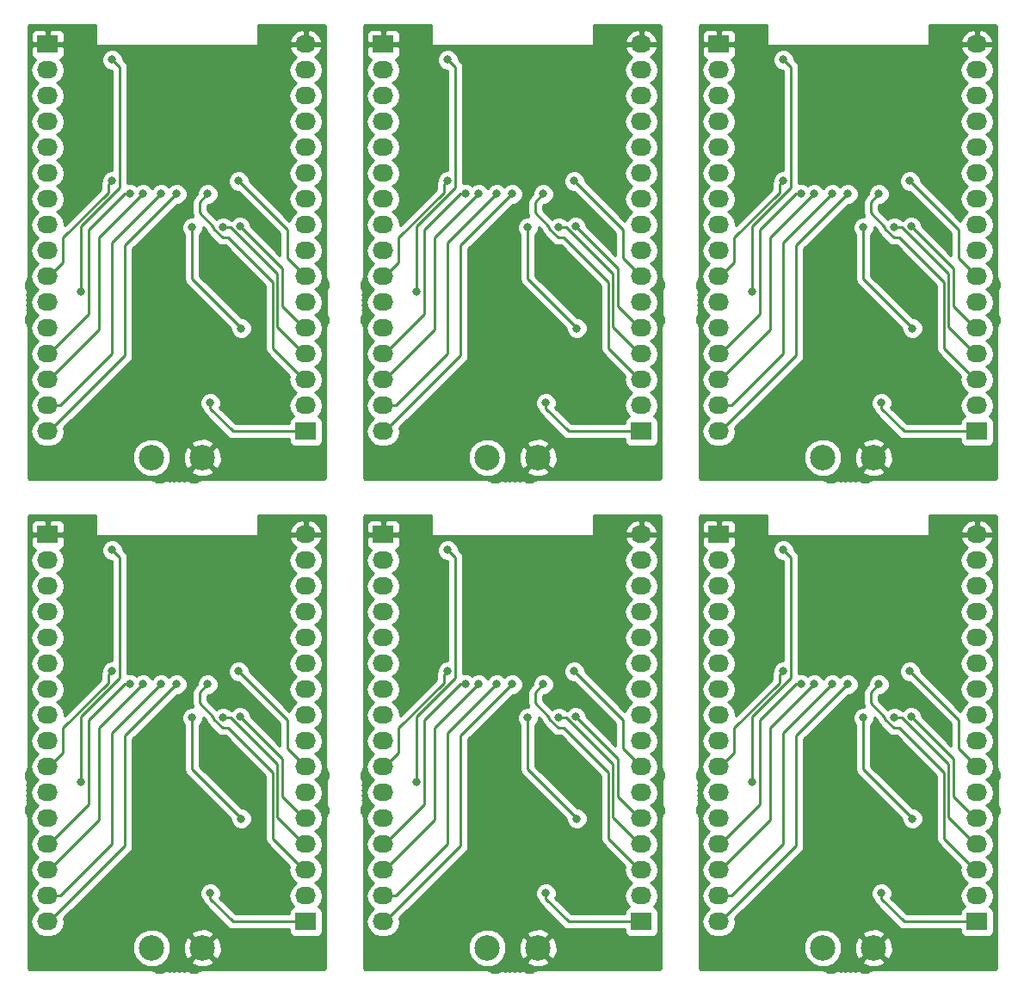
<source format=gbl>
G04 #@! TF.FileFunction,Copper,L2,Bot,Signal*
%FSLAX46Y46*%
G04 Gerber Fmt 4.6, Leading zero omitted, Abs format (unit mm)*
G04 Created by KiCad (PCBNEW no-vcs-found-undefined) date Sun Nov  6 11:39:55 2016*
%MOMM*%
%LPD*%
G01*
G04 APERTURE LIST*
%ADD10C,0.100000*%
%ADD11C,0.600000*%
%ADD12R,2.032000X1.727200*%
%ADD13O,2.032000X1.727200*%
%ADD14C,2.500000*%
%ADD15C,0.800000*%
%ADD16C,0.250000*%
%ADD17C,0.254000*%
G04 APERTURE END LIST*
D10*
D11*
X111277400Y-94081600D03*
X94208600Y-94234000D03*
X108483400Y-96012000D03*
X107721400Y-96012000D03*
X107010200Y-96012000D03*
X106197400Y-96012000D03*
X105486200Y-96012000D03*
X104724200Y-96012000D03*
X103962200Y-96012000D03*
X103251000Y-96012000D03*
X102489000Y-96012000D03*
X101727000Y-96012000D03*
X100914200Y-96012000D03*
X100101400Y-96012000D03*
X99288600Y-96012000D03*
X98526600Y-96012000D03*
X97764600Y-96012000D03*
D12*
X89941400Y-95351600D03*
D13*
X89941400Y-97891600D03*
X89941400Y-100431600D03*
X89941400Y-102971600D03*
X89941400Y-105511600D03*
X89941400Y-108051600D03*
X89941400Y-110591600D03*
X89941400Y-113131600D03*
X89941400Y-115671600D03*
X89941400Y-118211600D03*
X89941400Y-120751600D03*
X89941400Y-123291600D03*
X89941400Y-125831600D03*
X89941400Y-128371600D03*
X89941400Y-130911600D03*
X89941400Y-133451600D03*
X115341400Y-95351600D03*
X115341400Y-97891600D03*
X115341400Y-100431600D03*
X115341400Y-102971600D03*
X115341400Y-105511600D03*
X115341400Y-108051600D03*
X115341400Y-110591600D03*
X115341400Y-113131600D03*
X115341400Y-115671600D03*
X115341400Y-118211600D03*
X115341400Y-120751600D03*
X115341400Y-123291600D03*
X115341400Y-125831600D03*
X115341400Y-128371600D03*
X115341400Y-130911600D03*
D12*
X115341400Y-133451600D03*
D14*
X100177000Y-136025000D03*
X105177000Y-136025000D03*
X72157000Y-136025000D03*
X67157000Y-136025000D03*
D12*
X82321400Y-133451600D03*
D13*
X82321400Y-130911600D03*
X82321400Y-128371600D03*
X82321400Y-125831600D03*
X82321400Y-123291600D03*
X82321400Y-120751600D03*
X82321400Y-118211600D03*
X82321400Y-115671600D03*
X82321400Y-113131600D03*
X82321400Y-110591600D03*
X82321400Y-108051600D03*
X82321400Y-105511600D03*
X82321400Y-102971600D03*
X82321400Y-100431600D03*
X82321400Y-97891600D03*
X82321400Y-95351600D03*
X56921400Y-133451600D03*
X56921400Y-130911600D03*
X56921400Y-128371600D03*
X56921400Y-125831600D03*
X56921400Y-123291600D03*
X56921400Y-120751600D03*
X56921400Y-118211600D03*
X56921400Y-115671600D03*
X56921400Y-113131600D03*
X56921400Y-110591600D03*
X56921400Y-108051600D03*
X56921400Y-105511600D03*
X56921400Y-102971600D03*
X56921400Y-100431600D03*
X56921400Y-97891600D03*
D12*
X56921400Y-95351600D03*
D11*
X64744600Y-96012000D03*
X65506600Y-96012000D03*
X66268600Y-96012000D03*
X67081400Y-96012000D03*
X67894200Y-96012000D03*
X68707000Y-96012000D03*
X69469000Y-96012000D03*
X70231000Y-96012000D03*
X70942200Y-96012000D03*
X71704200Y-96012000D03*
X72466200Y-96012000D03*
X73177400Y-96012000D03*
X73990200Y-96012000D03*
X74701400Y-96012000D03*
X75463400Y-96012000D03*
X61188600Y-94234000D03*
X78257400Y-94081600D03*
X45237400Y-94081600D03*
X28168600Y-94234000D03*
X42443400Y-96012000D03*
X41681400Y-96012000D03*
X40970200Y-96012000D03*
X40157400Y-96012000D03*
X39446200Y-96012000D03*
X38684200Y-96012000D03*
X37922200Y-96012000D03*
X37211000Y-96012000D03*
X36449000Y-96012000D03*
X35687000Y-96012000D03*
X34874200Y-96012000D03*
X34061400Y-96012000D03*
X33248600Y-96012000D03*
X32486600Y-96012000D03*
X31724600Y-96012000D03*
D12*
X23901400Y-95351600D03*
D13*
X23901400Y-97891600D03*
X23901400Y-100431600D03*
X23901400Y-102971600D03*
X23901400Y-105511600D03*
X23901400Y-108051600D03*
X23901400Y-110591600D03*
X23901400Y-113131600D03*
X23901400Y-115671600D03*
X23901400Y-118211600D03*
X23901400Y-120751600D03*
X23901400Y-123291600D03*
X23901400Y-125831600D03*
X23901400Y-128371600D03*
X23901400Y-130911600D03*
X23901400Y-133451600D03*
X49301400Y-95351600D03*
X49301400Y-97891600D03*
X49301400Y-100431600D03*
X49301400Y-102971600D03*
X49301400Y-105511600D03*
X49301400Y-108051600D03*
X49301400Y-110591600D03*
X49301400Y-113131600D03*
X49301400Y-115671600D03*
X49301400Y-118211600D03*
X49301400Y-120751600D03*
X49301400Y-123291600D03*
X49301400Y-125831600D03*
X49301400Y-128371600D03*
X49301400Y-130911600D03*
D12*
X49301400Y-133451600D03*
D14*
X34137000Y-136025000D03*
X39137000Y-136025000D03*
X39137000Y-184285000D03*
X34137000Y-184285000D03*
D12*
X49301400Y-181711600D03*
D13*
X49301400Y-179171600D03*
X49301400Y-176631600D03*
X49301400Y-174091600D03*
X49301400Y-171551600D03*
X49301400Y-169011600D03*
X49301400Y-166471600D03*
X49301400Y-163931600D03*
X49301400Y-161391600D03*
X49301400Y-158851600D03*
X49301400Y-156311600D03*
X49301400Y-153771600D03*
X49301400Y-151231600D03*
X49301400Y-148691600D03*
X49301400Y-146151600D03*
X49301400Y-143611600D03*
X23901400Y-181711600D03*
X23901400Y-179171600D03*
X23901400Y-176631600D03*
X23901400Y-174091600D03*
X23901400Y-171551600D03*
X23901400Y-169011600D03*
X23901400Y-166471600D03*
X23901400Y-163931600D03*
X23901400Y-161391600D03*
X23901400Y-158851600D03*
X23901400Y-156311600D03*
X23901400Y-153771600D03*
X23901400Y-151231600D03*
X23901400Y-148691600D03*
X23901400Y-146151600D03*
D12*
X23901400Y-143611600D03*
D11*
X31724600Y-144272000D03*
X32486600Y-144272000D03*
X33248600Y-144272000D03*
X34061400Y-144272000D03*
X34874200Y-144272000D03*
X35687000Y-144272000D03*
X36449000Y-144272000D03*
X37211000Y-144272000D03*
X37922200Y-144272000D03*
X38684200Y-144272000D03*
X39446200Y-144272000D03*
X40157400Y-144272000D03*
X40970200Y-144272000D03*
X41681400Y-144272000D03*
X42443400Y-144272000D03*
X28168600Y-142494000D03*
X45237400Y-142341600D03*
X78257400Y-142341600D03*
X61188600Y-142494000D03*
X75463400Y-144272000D03*
X74701400Y-144272000D03*
X73990200Y-144272000D03*
X73177400Y-144272000D03*
X72466200Y-144272000D03*
X71704200Y-144272000D03*
X70942200Y-144272000D03*
X70231000Y-144272000D03*
X69469000Y-144272000D03*
X68707000Y-144272000D03*
X67894200Y-144272000D03*
X67081400Y-144272000D03*
X66268600Y-144272000D03*
X65506600Y-144272000D03*
X64744600Y-144272000D03*
D12*
X56921400Y-143611600D03*
D13*
X56921400Y-146151600D03*
X56921400Y-148691600D03*
X56921400Y-151231600D03*
X56921400Y-153771600D03*
X56921400Y-156311600D03*
X56921400Y-158851600D03*
X56921400Y-161391600D03*
X56921400Y-163931600D03*
X56921400Y-166471600D03*
X56921400Y-169011600D03*
X56921400Y-171551600D03*
X56921400Y-174091600D03*
X56921400Y-176631600D03*
X56921400Y-179171600D03*
X56921400Y-181711600D03*
X82321400Y-143611600D03*
X82321400Y-146151600D03*
X82321400Y-148691600D03*
X82321400Y-151231600D03*
X82321400Y-153771600D03*
X82321400Y-156311600D03*
X82321400Y-158851600D03*
X82321400Y-161391600D03*
X82321400Y-163931600D03*
X82321400Y-166471600D03*
X82321400Y-169011600D03*
X82321400Y-171551600D03*
X82321400Y-174091600D03*
X82321400Y-176631600D03*
X82321400Y-179171600D03*
D12*
X82321400Y-181711600D03*
D14*
X67157000Y-184285000D03*
X72157000Y-184285000D03*
X105177000Y-184285000D03*
X100177000Y-184285000D03*
D12*
X115341400Y-181711600D03*
D13*
X115341400Y-179171600D03*
X115341400Y-176631600D03*
X115341400Y-174091600D03*
X115341400Y-171551600D03*
X115341400Y-169011600D03*
X115341400Y-166471600D03*
X115341400Y-163931600D03*
X115341400Y-161391600D03*
X115341400Y-158851600D03*
X115341400Y-156311600D03*
X115341400Y-153771600D03*
X115341400Y-151231600D03*
X115341400Y-148691600D03*
X115341400Y-146151600D03*
X115341400Y-143611600D03*
X89941400Y-181711600D03*
X89941400Y-179171600D03*
X89941400Y-176631600D03*
X89941400Y-174091600D03*
X89941400Y-171551600D03*
X89941400Y-169011600D03*
X89941400Y-166471600D03*
X89941400Y-163931600D03*
X89941400Y-161391600D03*
X89941400Y-158851600D03*
X89941400Y-156311600D03*
X89941400Y-153771600D03*
X89941400Y-151231600D03*
X89941400Y-148691600D03*
X89941400Y-146151600D03*
D12*
X89941400Y-143611600D03*
D11*
X97764600Y-144272000D03*
X98526600Y-144272000D03*
X99288600Y-144272000D03*
X100101400Y-144272000D03*
X100914200Y-144272000D03*
X101727000Y-144272000D03*
X102489000Y-144272000D03*
X103251000Y-144272000D03*
X103962200Y-144272000D03*
X104724200Y-144272000D03*
X105486200Y-144272000D03*
X106197400Y-144272000D03*
X107010200Y-144272000D03*
X107721400Y-144272000D03*
X108483400Y-144272000D03*
X94208600Y-142494000D03*
X111277400Y-142341600D03*
D15*
X101117400Y-115925600D03*
X95021400Y-132435600D03*
X62001400Y-132435600D03*
X68097400Y-115925600D03*
X35077400Y-115925600D03*
X28981400Y-132435600D03*
X28981400Y-180695600D03*
X35077400Y-164185600D03*
X68097400Y-164185600D03*
X62001400Y-180695600D03*
X95021400Y-180695600D03*
X101117400Y-164185600D03*
X93243400Y-119735600D03*
X96291400Y-96875600D03*
X63271400Y-96875600D03*
X60223400Y-119735600D03*
X27203400Y-119735600D03*
X30251400Y-96875600D03*
X30251400Y-145135600D03*
X27203400Y-167995600D03*
X60223400Y-167995600D03*
X63271400Y-145135600D03*
X96291400Y-145135600D03*
X93243400Y-167995600D03*
X96291400Y-108813600D03*
X63271400Y-108813600D03*
X30251400Y-108813600D03*
X30251400Y-157073600D03*
X63271400Y-157073600D03*
X96291400Y-157073600D03*
X98069400Y-110083600D03*
X65049400Y-110083600D03*
X32029400Y-110083600D03*
X32029400Y-158343600D03*
X65049400Y-158343600D03*
X98069400Y-158343600D03*
X99339400Y-110083600D03*
X66319400Y-110083600D03*
X33299400Y-110083600D03*
X33299400Y-158343600D03*
X66319400Y-158343600D03*
X99339400Y-158343600D03*
X101117400Y-110083600D03*
X68097400Y-110083600D03*
X35077400Y-110083600D03*
X35077400Y-158343600D03*
X68097400Y-158343600D03*
X101117400Y-158343600D03*
X102641400Y-110083600D03*
X69621400Y-110083600D03*
X36601400Y-110083600D03*
X36601400Y-158343600D03*
X69621400Y-158343600D03*
X102641400Y-158343600D03*
X105943400Y-130657600D03*
X72923400Y-130657600D03*
X39903400Y-130657600D03*
X39903400Y-178917600D03*
X72923400Y-178917600D03*
X105943400Y-178917600D03*
X108737400Y-108813600D03*
X75717400Y-108813600D03*
X42697400Y-108813600D03*
X42697400Y-157073600D03*
X75717400Y-157073600D03*
X108737400Y-157073600D03*
X108869060Y-113253940D03*
X75849060Y-113253940D03*
X42829060Y-113253940D03*
X42829060Y-161513940D03*
X75849060Y-161513940D03*
X108869060Y-161513940D03*
X107213400Y-113385600D03*
X74193400Y-113385600D03*
X41173400Y-113385600D03*
X41173400Y-161645600D03*
X74193400Y-161645600D03*
X107213400Y-161645600D03*
X105689400Y-110083600D03*
X72669400Y-110083600D03*
X39649400Y-110083600D03*
X39649400Y-158343600D03*
X72669400Y-158343600D03*
X105689400Y-158343600D03*
X108996060Y-123296260D03*
X104165400Y-113385600D03*
X71145400Y-113385600D03*
X75976060Y-123296260D03*
X42956060Y-123296260D03*
X38125400Y-113385600D03*
X38125400Y-161645600D03*
X42956060Y-171556260D03*
X75976060Y-171556260D03*
X71145400Y-161645600D03*
X104165400Y-161645600D03*
X108996060Y-171556260D03*
D16*
X100101400Y-130951600D02*
X98831400Y-130951600D01*
X98831400Y-130951600D02*
X97013400Y-130951600D01*
X98831400Y-117195600D02*
X98831400Y-130951600D01*
X100101400Y-115925600D02*
X98831400Y-117195600D01*
X101117400Y-115925600D02*
X100101400Y-115925600D01*
X97013400Y-130951600D02*
X95529400Y-132435600D01*
X95529400Y-132435600D02*
X95021400Y-132435600D01*
X100101400Y-130951600D02*
X105141400Y-135991600D01*
X67081400Y-130951600D02*
X72121400Y-135991600D01*
X62509400Y-132435600D02*
X62001400Y-132435600D01*
X63993400Y-130951600D02*
X62509400Y-132435600D01*
X68097400Y-115925600D02*
X67081400Y-115925600D01*
X67081400Y-115925600D02*
X65811400Y-117195600D01*
X65811400Y-117195600D02*
X65811400Y-130951600D01*
X65811400Y-130951600D02*
X63993400Y-130951600D01*
X67081400Y-130951600D02*
X65811400Y-130951600D01*
X34061400Y-130951600D02*
X32791400Y-130951600D01*
X32791400Y-130951600D02*
X30973400Y-130951600D01*
X32791400Y-117195600D02*
X32791400Y-130951600D01*
X34061400Y-115925600D02*
X32791400Y-117195600D01*
X35077400Y-115925600D02*
X34061400Y-115925600D01*
X30973400Y-130951600D02*
X29489400Y-132435600D01*
X29489400Y-132435600D02*
X28981400Y-132435600D01*
X34061400Y-130951600D02*
X39101400Y-135991600D01*
X34061400Y-179211600D02*
X39101400Y-184251600D01*
X29489400Y-180695600D02*
X28981400Y-180695600D01*
X30973400Y-179211600D02*
X29489400Y-180695600D01*
X35077400Y-164185600D02*
X34061400Y-164185600D01*
X34061400Y-164185600D02*
X32791400Y-165455600D01*
X32791400Y-165455600D02*
X32791400Y-179211600D01*
X32791400Y-179211600D02*
X30973400Y-179211600D01*
X34061400Y-179211600D02*
X32791400Y-179211600D01*
X67081400Y-179211600D02*
X65811400Y-179211600D01*
X65811400Y-179211600D02*
X63993400Y-179211600D01*
X65811400Y-165455600D02*
X65811400Y-179211600D01*
X67081400Y-164185600D02*
X65811400Y-165455600D01*
X68097400Y-164185600D02*
X67081400Y-164185600D01*
X63993400Y-179211600D02*
X62509400Y-180695600D01*
X62509400Y-180695600D02*
X62001400Y-180695600D01*
X67081400Y-179211600D02*
X72121400Y-184251600D01*
X100101400Y-179211600D02*
X105141400Y-184251600D01*
X95529400Y-180695600D02*
X95021400Y-180695600D01*
X97013400Y-179211600D02*
X95529400Y-180695600D01*
X101117400Y-164185600D02*
X100101400Y-164185600D01*
X100101400Y-164185600D02*
X98831400Y-165455600D01*
X98831400Y-165455600D02*
X98831400Y-179211600D01*
X98831400Y-179211600D02*
X97013400Y-179211600D01*
X100101400Y-179211600D02*
X98831400Y-179211600D01*
X93243400Y-113260010D02*
X93243400Y-119735600D01*
X97053400Y-97637600D02*
X97053400Y-109450010D01*
X97053400Y-109450010D02*
X93243400Y-113260010D01*
X96291400Y-96875600D02*
X97053400Y-97637600D01*
X63271400Y-96875600D02*
X64033400Y-97637600D01*
X64033400Y-109450010D02*
X60223400Y-113260010D01*
X64033400Y-97637600D02*
X64033400Y-109450010D01*
X60223400Y-113260010D02*
X60223400Y-119735600D01*
X27203400Y-113260010D02*
X27203400Y-119735600D01*
X31013400Y-97637600D02*
X31013400Y-109450010D01*
X31013400Y-109450010D02*
X27203400Y-113260010D01*
X30251400Y-96875600D02*
X31013400Y-97637600D01*
X30251400Y-145135600D02*
X31013400Y-145897600D01*
X31013400Y-157710010D02*
X27203400Y-161520010D01*
X31013400Y-145897600D02*
X31013400Y-157710010D01*
X27203400Y-161520010D02*
X27203400Y-167995600D01*
X60223400Y-161520010D02*
X60223400Y-167995600D01*
X64033400Y-145897600D02*
X64033400Y-157710010D01*
X64033400Y-157710010D02*
X60223400Y-161520010D01*
X63271400Y-145135600D02*
X64033400Y-145897600D01*
X96291400Y-145135600D02*
X97053400Y-145897600D01*
X97053400Y-157710010D02*
X93243400Y-161520010D01*
X97053400Y-145897600D02*
X97053400Y-157710010D01*
X93243400Y-161520010D02*
X93243400Y-167995600D01*
X96291400Y-108813600D02*
X95891401Y-109213599D01*
X95891401Y-109213599D02*
X95891401Y-109975599D01*
X91465400Y-114401600D02*
X91465400Y-116840000D01*
X95891401Y-109975599D02*
X91465400Y-114401600D01*
X91465400Y-116840000D02*
X90093800Y-118211600D01*
X90093800Y-118211600D02*
X89941400Y-118211600D01*
X57073800Y-118211600D02*
X56921400Y-118211600D01*
X58445400Y-116840000D02*
X57073800Y-118211600D01*
X62871401Y-109975599D02*
X58445400Y-114401600D01*
X58445400Y-114401600D02*
X58445400Y-116840000D01*
X62871401Y-109213599D02*
X62871401Y-109975599D01*
X63271400Y-108813600D02*
X62871401Y-109213599D01*
X30251400Y-108813600D02*
X29851401Y-109213599D01*
X29851401Y-109213599D02*
X29851401Y-109975599D01*
X25425400Y-114401600D02*
X25425400Y-116840000D01*
X29851401Y-109975599D02*
X25425400Y-114401600D01*
X25425400Y-116840000D02*
X24053800Y-118211600D01*
X24053800Y-118211600D02*
X23901400Y-118211600D01*
X24053800Y-166471600D02*
X23901400Y-166471600D01*
X25425400Y-165100000D02*
X24053800Y-166471600D01*
X29851401Y-158235599D02*
X25425400Y-162661600D01*
X25425400Y-162661600D02*
X25425400Y-165100000D01*
X29851401Y-157473599D02*
X29851401Y-158235599D01*
X30251400Y-157073600D02*
X29851401Y-157473599D01*
X63271400Y-157073600D02*
X62871401Y-157473599D01*
X62871401Y-157473599D02*
X62871401Y-158235599D01*
X58445400Y-162661600D02*
X58445400Y-165100000D01*
X62871401Y-158235599D02*
X58445400Y-162661600D01*
X58445400Y-165100000D02*
X57073800Y-166471600D01*
X57073800Y-166471600D02*
X56921400Y-166471600D01*
X90093800Y-166471600D02*
X89941400Y-166471600D01*
X91465400Y-165100000D02*
X90093800Y-166471600D01*
X95891401Y-158235599D02*
X91465400Y-162661600D01*
X91465400Y-162661600D02*
X91465400Y-165100000D01*
X95891401Y-157473599D02*
X95891401Y-158235599D01*
X96291400Y-157073600D02*
X95891401Y-157473599D01*
X94005400Y-113581915D02*
X94005400Y-121920000D01*
X94005400Y-121920000D02*
X90093800Y-125831600D01*
X90093800Y-125831600D02*
X89941400Y-125831600D01*
X98069400Y-110083600D02*
X97503715Y-110083600D01*
X97503715Y-110083600D02*
X94005400Y-113581915D01*
X64483715Y-110083600D02*
X60985400Y-113581915D01*
X65049400Y-110083600D02*
X64483715Y-110083600D01*
X57073800Y-125831600D02*
X56921400Y-125831600D01*
X60985400Y-121920000D02*
X57073800Y-125831600D01*
X60985400Y-113581915D02*
X60985400Y-121920000D01*
X27965400Y-113581915D02*
X27965400Y-121920000D01*
X27965400Y-121920000D02*
X24053800Y-125831600D01*
X24053800Y-125831600D02*
X23901400Y-125831600D01*
X32029400Y-110083600D02*
X31463715Y-110083600D01*
X31463715Y-110083600D02*
X27965400Y-113581915D01*
X31463715Y-158343600D02*
X27965400Y-161841915D01*
X32029400Y-158343600D02*
X31463715Y-158343600D01*
X24053800Y-174091600D02*
X23901400Y-174091600D01*
X27965400Y-170180000D02*
X24053800Y-174091600D01*
X27965400Y-161841915D02*
X27965400Y-170180000D01*
X60985400Y-161841915D02*
X60985400Y-170180000D01*
X60985400Y-170180000D02*
X57073800Y-174091600D01*
X57073800Y-174091600D02*
X56921400Y-174091600D01*
X65049400Y-158343600D02*
X64483715Y-158343600D01*
X64483715Y-158343600D02*
X60985400Y-161841915D01*
X97503715Y-158343600D02*
X94005400Y-161841915D01*
X98069400Y-158343600D02*
X97503715Y-158343600D01*
X90093800Y-174091600D02*
X89941400Y-174091600D01*
X94005400Y-170180000D02*
X90093800Y-174091600D01*
X94005400Y-161841915D02*
X94005400Y-170180000D01*
X95021400Y-114401600D02*
X95021400Y-123444000D01*
X95021400Y-123444000D02*
X90093800Y-128371600D01*
X90093800Y-128371600D02*
X89941400Y-128371600D01*
X99339400Y-110083600D02*
X95021400Y-114401600D01*
X66319400Y-110083600D02*
X62001400Y-114401600D01*
X57073800Y-128371600D02*
X56921400Y-128371600D01*
X62001400Y-123444000D02*
X57073800Y-128371600D01*
X62001400Y-114401600D02*
X62001400Y-123444000D01*
X28981400Y-114401600D02*
X28981400Y-123444000D01*
X28981400Y-123444000D02*
X24053800Y-128371600D01*
X24053800Y-128371600D02*
X23901400Y-128371600D01*
X33299400Y-110083600D02*
X28981400Y-114401600D01*
X33299400Y-158343600D02*
X28981400Y-162661600D01*
X24053800Y-176631600D02*
X23901400Y-176631600D01*
X28981400Y-171704000D02*
X24053800Y-176631600D01*
X28981400Y-162661600D02*
X28981400Y-171704000D01*
X62001400Y-162661600D02*
X62001400Y-171704000D01*
X62001400Y-171704000D02*
X57073800Y-176631600D01*
X57073800Y-176631600D02*
X56921400Y-176631600D01*
X66319400Y-158343600D02*
X62001400Y-162661600D01*
X99339400Y-158343600D02*
X95021400Y-162661600D01*
X90093800Y-176631600D02*
X89941400Y-176631600D01*
X95021400Y-171704000D02*
X90093800Y-176631600D01*
X95021400Y-162661600D02*
X95021400Y-171704000D01*
X96291400Y-114909600D02*
X96291400Y-125827600D01*
X96291400Y-125827600D02*
X91207400Y-130911600D01*
X91207400Y-130911600D02*
X89941400Y-130911600D01*
X101117400Y-110083600D02*
X96291400Y-114909600D01*
X68097400Y-110083600D02*
X63271400Y-114909600D01*
X58187400Y-130911600D02*
X56921400Y-130911600D01*
X63271400Y-125827600D02*
X58187400Y-130911600D01*
X63271400Y-114909600D02*
X63271400Y-125827600D01*
X30251400Y-114909600D02*
X30251400Y-125827600D01*
X30251400Y-125827600D02*
X25167400Y-130911600D01*
X25167400Y-130911600D02*
X23901400Y-130911600D01*
X35077400Y-110083600D02*
X30251400Y-114909600D01*
X35077400Y-158343600D02*
X30251400Y-163169600D01*
X25167400Y-179171600D02*
X23901400Y-179171600D01*
X30251400Y-174087600D02*
X25167400Y-179171600D01*
X30251400Y-163169600D02*
X30251400Y-174087600D01*
X63271400Y-163169600D02*
X63271400Y-174087600D01*
X63271400Y-174087600D02*
X58187400Y-179171600D01*
X58187400Y-179171600D02*
X56921400Y-179171600D01*
X68097400Y-158343600D02*
X63271400Y-163169600D01*
X101117400Y-158343600D02*
X96291400Y-163169600D01*
X91207400Y-179171600D02*
X89941400Y-179171600D01*
X96291400Y-174087600D02*
X91207400Y-179171600D01*
X96291400Y-163169600D02*
X96291400Y-174087600D01*
X97561400Y-115163600D02*
X97561400Y-125984000D01*
X97561400Y-125984000D02*
X90093800Y-133451600D01*
X90093800Y-133451600D02*
X89941400Y-133451600D01*
X102641400Y-110083600D02*
X97561400Y-115163600D01*
X69621400Y-110083600D02*
X64541400Y-115163600D01*
X57073800Y-133451600D02*
X56921400Y-133451600D01*
X64541400Y-125984000D02*
X57073800Y-133451600D01*
X64541400Y-115163600D02*
X64541400Y-125984000D01*
X31521400Y-115163600D02*
X31521400Y-125984000D01*
X31521400Y-125984000D02*
X24053800Y-133451600D01*
X24053800Y-133451600D02*
X23901400Y-133451600D01*
X36601400Y-110083600D02*
X31521400Y-115163600D01*
X36601400Y-158343600D02*
X31521400Y-163423600D01*
X24053800Y-181711600D02*
X23901400Y-181711600D01*
X31521400Y-174244000D02*
X24053800Y-181711600D01*
X31521400Y-163423600D02*
X31521400Y-174244000D01*
X64541400Y-163423600D02*
X64541400Y-174244000D01*
X64541400Y-174244000D02*
X57073800Y-181711600D01*
X57073800Y-181711600D02*
X56921400Y-181711600D01*
X69621400Y-158343600D02*
X64541400Y-163423600D01*
X102641400Y-158343600D02*
X97561400Y-163423600D01*
X90093800Y-181711600D02*
X89941400Y-181711600D01*
X97561400Y-174244000D02*
X90093800Y-181711600D01*
X97561400Y-163423600D02*
X97561400Y-174244000D01*
X105943400Y-130657600D02*
X105943400Y-131223285D01*
X105943400Y-131223285D02*
X108171715Y-133451600D01*
X108171715Y-133451600D02*
X114075400Y-133451600D01*
X114075400Y-133451600D02*
X115341400Y-133451600D01*
X81055400Y-133451600D02*
X82321400Y-133451600D01*
X75151715Y-133451600D02*
X81055400Y-133451600D01*
X72923400Y-131223285D02*
X75151715Y-133451600D01*
X72923400Y-130657600D02*
X72923400Y-131223285D01*
X39903400Y-130657600D02*
X39903400Y-131223285D01*
X39903400Y-131223285D02*
X42131715Y-133451600D01*
X42131715Y-133451600D02*
X48035400Y-133451600D01*
X48035400Y-133451600D02*
X49301400Y-133451600D01*
X48035400Y-181711600D02*
X49301400Y-181711600D01*
X42131715Y-181711600D02*
X48035400Y-181711600D01*
X39903400Y-179483285D02*
X42131715Y-181711600D01*
X39903400Y-178917600D02*
X39903400Y-179483285D01*
X72923400Y-178917600D02*
X72923400Y-179483285D01*
X72923400Y-179483285D02*
X75151715Y-181711600D01*
X75151715Y-181711600D02*
X81055400Y-181711600D01*
X81055400Y-181711600D02*
X82321400Y-181711600D01*
X114075400Y-181711600D02*
X115341400Y-181711600D01*
X108171715Y-181711600D02*
X114075400Y-181711600D01*
X105943400Y-179483285D02*
X108171715Y-181711600D01*
X105943400Y-178917600D02*
X105943400Y-179483285D01*
X108737400Y-108813600D02*
X113563400Y-113639600D01*
X113563400Y-116433600D02*
X115341400Y-118211600D01*
X113563400Y-113639600D02*
X113563400Y-116433600D01*
X80543400Y-113639600D02*
X80543400Y-116433600D01*
X80543400Y-116433600D02*
X82321400Y-118211600D01*
X75717400Y-108813600D02*
X80543400Y-113639600D01*
X42697400Y-108813600D02*
X47523400Y-113639600D01*
X47523400Y-116433600D02*
X49301400Y-118211600D01*
X47523400Y-113639600D02*
X47523400Y-116433600D01*
X47523400Y-161899600D02*
X47523400Y-164693600D01*
X47523400Y-164693600D02*
X49301400Y-166471600D01*
X42697400Y-157073600D02*
X47523400Y-161899600D01*
X75717400Y-157073600D02*
X80543400Y-161899600D01*
X80543400Y-164693600D02*
X82321400Y-166471600D01*
X80543400Y-161899600D02*
X80543400Y-164693600D01*
X113563400Y-161899600D02*
X113563400Y-164693600D01*
X113563400Y-164693600D02*
X115341400Y-166471600D01*
X108737400Y-157073600D02*
X113563400Y-161899600D01*
X113055400Y-121158000D02*
X113055400Y-117440280D01*
X113055400Y-117440280D02*
X108869060Y-113253940D01*
X115341400Y-123291600D02*
X115189000Y-123291600D01*
X115189000Y-123291600D02*
X113055400Y-121158000D01*
X82169000Y-123291600D02*
X80035400Y-121158000D01*
X82321400Y-123291600D02*
X82169000Y-123291600D01*
X80035400Y-117440280D02*
X75849060Y-113253940D01*
X80035400Y-121158000D02*
X80035400Y-117440280D01*
X47015400Y-121158000D02*
X47015400Y-117440280D01*
X47015400Y-117440280D02*
X42829060Y-113253940D01*
X49301400Y-123291600D02*
X49149000Y-123291600D01*
X49149000Y-123291600D02*
X47015400Y-121158000D01*
X49149000Y-171551600D02*
X47015400Y-169418000D01*
X49301400Y-171551600D02*
X49149000Y-171551600D01*
X47015400Y-165700280D02*
X42829060Y-161513940D01*
X47015400Y-169418000D02*
X47015400Y-165700280D01*
X80035400Y-169418000D02*
X80035400Y-165700280D01*
X80035400Y-165700280D02*
X75849060Y-161513940D01*
X82321400Y-171551600D02*
X82169000Y-171551600D01*
X82169000Y-171551600D02*
X80035400Y-169418000D01*
X115189000Y-171551600D02*
X113055400Y-169418000D01*
X115341400Y-171551600D02*
X115189000Y-171551600D01*
X113055400Y-165700280D02*
X108869060Y-161513940D01*
X113055400Y-169418000D02*
X113055400Y-165700280D01*
X107213400Y-113385600D02*
X107975400Y-113385600D01*
X107975400Y-113385600D02*
X112547400Y-117957600D01*
X112547400Y-117957600D02*
X112547400Y-123190000D01*
X112547400Y-123190000D02*
X115189000Y-125831600D01*
X115189000Y-125831600D02*
X115341400Y-125831600D01*
X82169000Y-125831600D02*
X82321400Y-125831600D01*
X79527400Y-123190000D02*
X82169000Y-125831600D01*
X79527400Y-117957600D02*
X79527400Y-123190000D01*
X74955400Y-113385600D02*
X79527400Y-117957600D01*
X74193400Y-113385600D02*
X74955400Y-113385600D01*
X41173400Y-113385600D02*
X41935400Y-113385600D01*
X41935400Y-113385600D02*
X46507400Y-117957600D01*
X46507400Y-117957600D02*
X46507400Y-123190000D01*
X46507400Y-123190000D02*
X49149000Y-125831600D01*
X49149000Y-125831600D02*
X49301400Y-125831600D01*
X49149000Y-174091600D02*
X49301400Y-174091600D01*
X46507400Y-171450000D02*
X49149000Y-174091600D01*
X46507400Y-166217600D02*
X46507400Y-171450000D01*
X41935400Y-161645600D02*
X46507400Y-166217600D01*
X41173400Y-161645600D02*
X41935400Y-161645600D01*
X74193400Y-161645600D02*
X74955400Y-161645600D01*
X74955400Y-161645600D02*
X79527400Y-166217600D01*
X79527400Y-166217600D02*
X79527400Y-171450000D01*
X79527400Y-171450000D02*
X82169000Y-174091600D01*
X82169000Y-174091600D02*
X82321400Y-174091600D01*
X115189000Y-174091600D02*
X115341400Y-174091600D01*
X112547400Y-171450000D02*
X115189000Y-174091600D01*
X112547400Y-166217600D02*
X112547400Y-171450000D01*
X107975400Y-161645600D02*
X112547400Y-166217600D01*
X107213400Y-161645600D02*
X107975400Y-161645600D01*
X105689400Y-110083600D02*
X104890401Y-110882599D01*
X104890401Y-110882599D02*
X104890401Y-111950191D01*
X104890401Y-111950191D02*
X106275800Y-113335590D01*
X115189000Y-128371600D02*
X115341400Y-128371600D01*
X106275800Y-113335590D02*
X106275800Y-113521002D01*
X106275800Y-113521002D02*
X107156398Y-114401600D01*
X107156398Y-114401600D02*
X107721400Y-114401600D01*
X107721400Y-114401600D02*
X112097390Y-118777590D01*
X112097390Y-118777590D02*
X112097390Y-125279990D01*
X112097390Y-125279990D02*
X115189000Y-128371600D01*
X79077390Y-125279990D02*
X82169000Y-128371600D01*
X79077390Y-118777590D02*
X79077390Y-125279990D01*
X74701400Y-114401600D02*
X79077390Y-118777590D01*
X74136398Y-114401600D02*
X74701400Y-114401600D01*
X73255800Y-113521002D02*
X74136398Y-114401600D01*
X73255800Y-113335590D02*
X73255800Y-113521002D01*
X82169000Y-128371600D02*
X82321400Y-128371600D01*
X71870401Y-111950191D02*
X73255800Y-113335590D01*
X71870401Y-110882599D02*
X71870401Y-111950191D01*
X72669400Y-110083600D02*
X71870401Y-110882599D01*
X39649400Y-110083600D02*
X38850401Y-110882599D01*
X38850401Y-110882599D02*
X38850401Y-111950191D01*
X38850401Y-111950191D02*
X40235800Y-113335590D01*
X49149000Y-128371600D02*
X49301400Y-128371600D01*
X40235800Y-113335590D02*
X40235800Y-113521002D01*
X40235800Y-113521002D02*
X41116398Y-114401600D01*
X41116398Y-114401600D02*
X41681400Y-114401600D01*
X41681400Y-114401600D02*
X46057390Y-118777590D01*
X46057390Y-118777590D02*
X46057390Y-125279990D01*
X46057390Y-125279990D02*
X49149000Y-128371600D01*
X46057390Y-173539990D02*
X49149000Y-176631600D01*
X46057390Y-167037590D02*
X46057390Y-173539990D01*
X41681400Y-162661600D02*
X46057390Y-167037590D01*
X41116398Y-162661600D02*
X41681400Y-162661600D01*
X40235800Y-161781002D02*
X41116398Y-162661600D01*
X40235800Y-161595590D02*
X40235800Y-161781002D01*
X49149000Y-176631600D02*
X49301400Y-176631600D01*
X38850401Y-160210191D02*
X40235800Y-161595590D01*
X38850401Y-159142599D02*
X38850401Y-160210191D01*
X39649400Y-158343600D02*
X38850401Y-159142599D01*
X72669400Y-158343600D02*
X71870401Y-159142599D01*
X71870401Y-159142599D02*
X71870401Y-160210191D01*
X71870401Y-160210191D02*
X73255800Y-161595590D01*
X82169000Y-176631600D02*
X82321400Y-176631600D01*
X73255800Y-161595590D02*
X73255800Y-161781002D01*
X73255800Y-161781002D02*
X74136398Y-162661600D01*
X74136398Y-162661600D02*
X74701400Y-162661600D01*
X74701400Y-162661600D02*
X79077390Y-167037590D01*
X79077390Y-167037590D02*
X79077390Y-173539990D01*
X79077390Y-173539990D02*
X82169000Y-176631600D01*
X112097390Y-173539990D02*
X115189000Y-176631600D01*
X112097390Y-167037590D02*
X112097390Y-173539990D01*
X107721400Y-162661600D02*
X112097390Y-167037590D01*
X107156398Y-162661600D02*
X107721400Y-162661600D01*
X106275800Y-161781002D02*
X107156398Y-162661600D01*
X106275800Y-161595590D02*
X106275800Y-161781002D01*
X115189000Y-176631600D02*
X115341400Y-176631600D01*
X104890401Y-160210191D02*
X106275800Y-161595590D01*
X104890401Y-159142599D02*
X104890401Y-160210191D01*
X105689400Y-158343600D02*
X104890401Y-159142599D01*
X108991400Y-123037600D02*
X108991400Y-123291600D01*
X104165400Y-118465600D02*
X108991400Y-123291600D01*
X104165400Y-113385600D02*
X104165400Y-118465600D01*
X108991400Y-123291600D02*
X108996060Y-123296260D01*
X75971400Y-123291600D02*
X75976060Y-123296260D01*
X71145400Y-113385600D02*
X71145400Y-118465600D01*
X71145400Y-118465600D02*
X75971400Y-123291600D01*
X75971400Y-123037600D02*
X75971400Y-123291600D01*
X42951400Y-123037600D02*
X42951400Y-123291600D01*
X38125400Y-118465600D02*
X42951400Y-123291600D01*
X38125400Y-113385600D02*
X38125400Y-118465600D01*
X42951400Y-123291600D02*
X42956060Y-123296260D01*
X42951400Y-171551600D02*
X42956060Y-171556260D01*
X38125400Y-161645600D02*
X38125400Y-166725600D01*
X38125400Y-166725600D02*
X42951400Y-171551600D01*
X42951400Y-171297600D02*
X42951400Y-171551600D01*
X75971400Y-171297600D02*
X75971400Y-171551600D01*
X71145400Y-166725600D02*
X75971400Y-171551600D01*
X71145400Y-161645600D02*
X71145400Y-166725600D01*
X75971400Y-171551600D02*
X75976060Y-171556260D01*
X108991400Y-171551600D02*
X108996060Y-171556260D01*
X104165400Y-161645600D02*
X104165400Y-166725600D01*
X104165400Y-166725600D02*
X108991400Y-171551600D01*
X108991400Y-171297600D02*
X108991400Y-171551600D01*
D17*
G36*
X94640400Y-143611600D02*
X94650067Y-143660201D01*
X94677597Y-143701403D01*
X94718799Y-143728933D01*
X94767400Y-143738600D01*
X110515400Y-143738600D01*
X110564001Y-143728933D01*
X110605203Y-143701403D01*
X110632733Y-143660201D01*
X110642400Y-143611600D01*
X110642400Y-143252574D01*
X113734042Y-143252574D01*
X113855183Y-143484600D01*
X115214400Y-143484600D01*
X115214400Y-142270676D01*
X115468400Y-142270676D01*
X115468400Y-143484600D01*
X116827617Y-143484600D01*
X116948758Y-143252574D01*
X116946109Y-143236809D01*
X116692132Y-142709564D01*
X116255720Y-142319646D01*
X115703313Y-142126416D01*
X115468400Y-142270676D01*
X115214400Y-142270676D01*
X114979487Y-142126416D01*
X114427080Y-142319646D01*
X113990668Y-142709564D01*
X113736691Y-143236809D01*
X113734042Y-143252574D01*
X110642400Y-143252574D01*
X110642400Y-141702600D01*
X117032236Y-141702600D01*
X117162895Y-141728589D01*
X117199771Y-141753229D01*
X117224411Y-141790105D01*
X117250400Y-141920764D01*
X117250400Y-166471600D01*
X117317767Y-166810275D01*
X117495400Y-167076123D01*
X117495400Y-167541294D01*
X117470297Y-167566353D01*
X117350537Y-167854769D01*
X117350264Y-168167061D01*
X117389275Y-168261476D01*
X117350537Y-168354769D01*
X117350264Y-168667061D01*
X117389275Y-168761476D01*
X117350537Y-168854769D01*
X117350264Y-169167061D01*
X117389275Y-169261476D01*
X117350537Y-169354769D01*
X117350264Y-169667061D01*
X117389275Y-169761476D01*
X117350537Y-169854769D01*
X117350264Y-170167061D01*
X117469521Y-170455686D01*
X117495400Y-170481610D01*
X117495400Y-170947077D01*
X117317767Y-171212925D01*
X117250400Y-171551600D01*
X117250400Y-186196436D01*
X117224411Y-186327095D01*
X117199771Y-186363971D01*
X117162895Y-186388611D01*
X117032236Y-186414600D01*
X105181400Y-186414600D01*
X104842725Y-186481967D01*
X104576877Y-186659600D01*
X104119706Y-186659600D01*
X104094647Y-186634497D01*
X103806231Y-186514737D01*
X103493939Y-186514464D01*
X103399524Y-186553475D01*
X103306231Y-186514737D01*
X102993939Y-186514464D01*
X102899524Y-186553475D01*
X102806231Y-186514737D01*
X102493939Y-186514464D01*
X102399524Y-186553475D01*
X102306231Y-186514737D01*
X101993939Y-186514464D01*
X101899524Y-186553475D01*
X101806231Y-186514737D01*
X101493939Y-186514464D01*
X101205314Y-186633721D01*
X101179390Y-186659600D01*
X100705923Y-186659600D01*
X100440075Y-186481967D01*
X100101400Y-186414600D01*
X88250564Y-186414600D01*
X88119905Y-186388611D01*
X88083029Y-186363971D01*
X88058389Y-186327095D01*
X88032400Y-186196436D01*
X88032400Y-184658305D01*
X98291674Y-184658305D01*
X98578043Y-185351372D01*
X99107839Y-185882093D01*
X99800405Y-186169672D01*
X100550305Y-186170326D01*
X101243372Y-185883957D01*
X101509472Y-185618320D01*
X104023285Y-185618320D01*
X104152533Y-185911123D01*
X104852806Y-186179388D01*
X105602435Y-186159250D01*
X106201467Y-185911123D01*
X106330715Y-185618320D01*
X105177000Y-184464605D01*
X104023285Y-185618320D01*
X101509472Y-185618320D01*
X101774093Y-185354161D01*
X102061672Y-184661595D01*
X102062283Y-183960806D01*
X103282612Y-183960806D01*
X103302750Y-184710435D01*
X103550877Y-185309467D01*
X103843680Y-185438715D01*
X104997395Y-184285000D01*
X105356605Y-184285000D01*
X106510320Y-185438715D01*
X106803123Y-185309467D01*
X107071388Y-184609194D01*
X107051250Y-183859565D01*
X106803123Y-183260533D01*
X106510320Y-183131285D01*
X105356605Y-184285000D01*
X104997395Y-184285000D01*
X103843680Y-183131285D01*
X103550877Y-183260533D01*
X103282612Y-183960806D01*
X102062283Y-183960806D01*
X102062326Y-183911695D01*
X101775957Y-183218628D01*
X101509475Y-182951680D01*
X104023285Y-182951680D01*
X105177000Y-184105395D01*
X106330715Y-182951680D01*
X106201467Y-182658877D01*
X105501194Y-182390612D01*
X104751565Y-182410750D01*
X104152533Y-182658877D01*
X104023285Y-182951680D01*
X101509475Y-182951680D01*
X101246161Y-182687907D01*
X100553595Y-182400328D01*
X99803695Y-182399674D01*
X99110628Y-182686043D01*
X98579907Y-183215839D01*
X98292328Y-183908405D01*
X98291674Y-184658305D01*
X88032400Y-184658305D01*
X88032400Y-171551600D01*
X87965033Y-171212925D01*
X87787400Y-170947077D01*
X87787400Y-170481906D01*
X87812503Y-170456847D01*
X87932263Y-170168431D01*
X87932536Y-169856139D01*
X87893525Y-169761724D01*
X87932263Y-169668431D01*
X87932536Y-169356139D01*
X87893525Y-169261724D01*
X87932263Y-169168431D01*
X87932536Y-168856139D01*
X87893525Y-168761724D01*
X87932263Y-168668431D01*
X87932536Y-168356139D01*
X87893525Y-168261724D01*
X87932263Y-168168431D01*
X87932536Y-167856139D01*
X87813279Y-167567514D01*
X87787400Y-167541590D01*
X87787400Y-167076123D01*
X87965033Y-166810275D01*
X88032400Y-166471600D01*
X88032400Y-146151600D01*
X88258055Y-146151600D01*
X88372129Y-146725089D01*
X88696985Y-147211270D01*
X89011766Y-147421600D01*
X88696985Y-147631930D01*
X88372129Y-148118111D01*
X88258055Y-148691600D01*
X88372129Y-149265089D01*
X88696985Y-149751270D01*
X89011766Y-149961600D01*
X88696985Y-150171930D01*
X88372129Y-150658111D01*
X88258055Y-151231600D01*
X88372129Y-151805089D01*
X88696985Y-152291270D01*
X89011766Y-152501600D01*
X88696985Y-152711930D01*
X88372129Y-153198111D01*
X88258055Y-153771600D01*
X88372129Y-154345089D01*
X88696985Y-154831270D01*
X89011766Y-155041600D01*
X88696985Y-155251930D01*
X88372129Y-155738111D01*
X88258055Y-156311600D01*
X88372129Y-156885089D01*
X88696985Y-157371270D01*
X89011766Y-157581600D01*
X88696985Y-157791930D01*
X88372129Y-158278111D01*
X88258055Y-158851600D01*
X88372129Y-159425089D01*
X88696985Y-159911270D01*
X89011766Y-160121600D01*
X88696985Y-160331930D01*
X88372129Y-160818111D01*
X88258055Y-161391600D01*
X88372129Y-161965089D01*
X88696985Y-162451270D01*
X89011766Y-162661600D01*
X88696985Y-162871930D01*
X88372129Y-163358111D01*
X88258055Y-163931600D01*
X88372129Y-164505089D01*
X88696985Y-164991270D01*
X89011766Y-165201600D01*
X88696985Y-165411930D01*
X88372129Y-165898111D01*
X88258055Y-166471600D01*
X88372129Y-167045089D01*
X88696985Y-167531270D01*
X89011766Y-167741600D01*
X88696985Y-167951930D01*
X88372129Y-168438111D01*
X88258055Y-169011600D01*
X88372129Y-169585089D01*
X88696985Y-170071270D01*
X89011766Y-170281600D01*
X88696985Y-170491930D01*
X88372129Y-170978111D01*
X88258055Y-171551600D01*
X88372129Y-172125089D01*
X88696985Y-172611270D01*
X89011766Y-172821600D01*
X88696985Y-173031930D01*
X88372129Y-173518111D01*
X88258055Y-174091600D01*
X88372129Y-174665089D01*
X88696985Y-175151270D01*
X89011766Y-175361600D01*
X88696985Y-175571930D01*
X88372129Y-176058111D01*
X88258055Y-176631600D01*
X88372129Y-177205089D01*
X88696985Y-177691270D01*
X89011766Y-177901600D01*
X88696985Y-178111930D01*
X88372129Y-178598111D01*
X88258055Y-179171600D01*
X88372129Y-179745089D01*
X88696985Y-180231270D01*
X89011766Y-180441600D01*
X88696985Y-180651930D01*
X88372129Y-181138111D01*
X88258055Y-181711600D01*
X88372129Y-182285089D01*
X88696985Y-182771270D01*
X89183166Y-183096126D01*
X89756655Y-183210200D01*
X90126145Y-183210200D01*
X90699634Y-183096126D01*
X91185815Y-182771270D01*
X91510671Y-182285089D01*
X91624745Y-181711600D01*
X91549066Y-181331136D01*
X98098801Y-174781401D01*
X98263548Y-174534840D01*
X98321400Y-174244000D01*
X98321400Y-163738402D01*
X100209231Y-161850571D01*
X103130221Y-161850571D01*
X103287458Y-162231115D01*
X103405400Y-162349263D01*
X103405400Y-166725600D01*
X103463252Y-167016439D01*
X103627999Y-167263001D01*
X107961025Y-171596027D01*
X107960881Y-171761231D01*
X108118118Y-172141775D01*
X108409014Y-172433179D01*
X108789283Y-172591080D01*
X109201031Y-172591439D01*
X109581575Y-172434202D01*
X109872979Y-172143306D01*
X110030880Y-171763037D01*
X110031239Y-171351289D01*
X109874002Y-170970745D01*
X109583106Y-170679341D01*
X109202837Y-170521440D01*
X109035896Y-170521294D01*
X104925400Y-166410798D01*
X104925400Y-162349361D01*
X105042319Y-162232646D01*
X105200220Y-161852377D01*
X105200444Y-161595036D01*
X105547928Y-161942520D01*
X105573652Y-162071841D01*
X105738399Y-162318403D01*
X106618997Y-163199001D01*
X106865559Y-163363748D01*
X107156398Y-163421600D01*
X107406598Y-163421600D01*
X111337390Y-167352392D01*
X111337390Y-173539990D01*
X111395242Y-173830829D01*
X111559989Y-174077391D01*
X113733734Y-176251136D01*
X113658055Y-176631600D01*
X113772129Y-177205089D01*
X114096985Y-177691270D01*
X114411766Y-177901600D01*
X114096985Y-178111930D01*
X113772129Y-178598111D01*
X113658055Y-179171600D01*
X113772129Y-179745089D01*
X114096985Y-180231270D01*
X114113966Y-180242616D01*
X114077635Y-180249843D01*
X113867591Y-180390191D01*
X113727243Y-180600235D01*
X113677960Y-180848000D01*
X113677960Y-180951600D01*
X108486517Y-180951600D01*
X106884646Y-179349729D01*
X106978220Y-179124377D01*
X106978579Y-178712629D01*
X106821342Y-178332085D01*
X106530446Y-178040681D01*
X106150177Y-177882780D01*
X105738429Y-177882421D01*
X105357885Y-178039658D01*
X105066481Y-178330554D01*
X104908580Y-178710823D01*
X104908221Y-179122571D01*
X105065458Y-179503115D01*
X105217676Y-179655598D01*
X105241252Y-179774124D01*
X105405999Y-180020686D01*
X107634314Y-182249001D01*
X107880875Y-182413748D01*
X108171715Y-182471600D01*
X113677960Y-182471600D01*
X113677960Y-182575200D01*
X113727243Y-182822965D01*
X113867591Y-183033009D01*
X114077635Y-183173357D01*
X114325400Y-183222640D01*
X116357400Y-183222640D01*
X116605165Y-183173357D01*
X116815209Y-183033009D01*
X116955557Y-182822965D01*
X117004840Y-182575200D01*
X117004840Y-180848000D01*
X116955557Y-180600235D01*
X116815209Y-180390191D01*
X116605165Y-180249843D01*
X116568834Y-180242616D01*
X116585815Y-180231270D01*
X116910671Y-179745089D01*
X117024745Y-179171600D01*
X116910671Y-178598111D01*
X116585815Y-178111930D01*
X116271034Y-177901600D01*
X116585815Y-177691270D01*
X116910671Y-177205089D01*
X117024745Y-176631600D01*
X116910671Y-176058111D01*
X116585815Y-175571930D01*
X116271034Y-175361600D01*
X116585815Y-175151270D01*
X116910671Y-174665089D01*
X117024745Y-174091600D01*
X116910671Y-173518111D01*
X116585815Y-173031930D01*
X116271034Y-172821600D01*
X116585815Y-172611270D01*
X116910671Y-172125089D01*
X117024745Y-171551600D01*
X116910671Y-170978111D01*
X116585815Y-170491930D01*
X116271034Y-170281600D01*
X116585815Y-170071270D01*
X116910671Y-169585089D01*
X117024745Y-169011600D01*
X116910671Y-168438111D01*
X116585815Y-167951930D01*
X116271034Y-167741600D01*
X116585815Y-167531270D01*
X116910671Y-167045089D01*
X117024745Y-166471600D01*
X116910671Y-165898111D01*
X116585815Y-165411930D01*
X116271034Y-165201600D01*
X116585815Y-164991270D01*
X116910671Y-164505089D01*
X117024745Y-163931600D01*
X116910671Y-163358111D01*
X116585815Y-162871930D01*
X116271034Y-162661600D01*
X116585815Y-162451270D01*
X116910671Y-161965089D01*
X117024745Y-161391600D01*
X116910671Y-160818111D01*
X116585815Y-160331930D01*
X116271034Y-160121600D01*
X116585815Y-159911270D01*
X116910671Y-159425089D01*
X117024745Y-158851600D01*
X116910671Y-158278111D01*
X116585815Y-157791930D01*
X116271034Y-157581600D01*
X116585815Y-157371270D01*
X116910671Y-156885089D01*
X117024745Y-156311600D01*
X116910671Y-155738111D01*
X116585815Y-155251930D01*
X116271034Y-155041600D01*
X116585815Y-154831270D01*
X116910671Y-154345089D01*
X117024745Y-153771600D01*
X116910671Y-153198111D01*
X116585815Y-152711930D01*
X116271034Y-152501600D01*
X116585815Y-152291270D01*
X116910671Y-151805089D01*
X117024745Y-151231600D01*
X116910671Y-150658111D01*
X116585815Y-150171930D01*
X116271034Y-149961600D01*
X116585815Y-149751270D01*
X116910671Y-149265089D01*
X117024745Y-148691600D01*
X116910671Y-148118111D01*
X116585815Y-147631930D01*
X116271034Y-147421600D01*
X116585815Y-147211270D01*
X116910671Y-146725089D01*
X117024745Y-146151600D01*
X116910671Y-145578111D01*
X116585815Y-145091930D01*
X116276331Y-144885139D01*
X116692132Y-144513636D01*
X116946109Y-143986391D01*
X116948758Y-143970626D01*
X116827617Y-143738600D01*
X115468400Y-143738600D01*
X115468400Y-143758600D01*
X115214400Y-143758600D01*
X115214400Y-143738600D01*
X113855183Y-143738600D01*
X113734042Y-143970626D01*
X113736691Y-143986391D01*
X113990668Y-144513636D01*
X114406469Y-144885139D01*
X114096985Y-145091930D01*
X113772129Y-145578111D01*
X113658055Y-146151600D01*
X113772129Y-146725089D01*
X114096985Y-147211270D01*
X114411766Y-147421600D01*
X114096985Y-147631930D01*
X113772129Y-148118111D01*
X113658055Y-148691600D01*
X113772129Y-149265089D01*
X114096985Y-149751270D01*
X114411766Y-149961600D01*
X114096985Y-150171930D01*
X113772129Y-150658111D01*
X113658055Y-151231600D01*
X113772129Y-151805089D01*
X114096985Y-152291270D01*
X114411766Y-152501600D01*
X114096985Y-152711930D01*
X113772129Y-153198111D01*
X113658055Y-153771600D01*
X113772129Y-154345089D01*
X114096985Y-154831270D01*
X114411766Y-155041600D01*
X114096985Y-155251930D01*
X113772129Y-155738111D01*
X113658055Y-156311600D01*
X113772129Y-156885089D01*
X114096985Y-157371270D01*
X114411766Y-157581600D01*
X114096985Y-157791930D01*
X113772129Y-158278111D01*
X113658055Y-158851600D01*
X113772129Y-159425089D01*
X114096985Y-159911270D01*
X114411766Y-160121600D01*
X114096985Y-160331930D01*
X113772129Y-160818111D01*
X113736389Y-160997787D01*
X109772435Y-157033833D01*
X109772579Y-156868629D01*
X109615342Y-156488085D01*
X109324446Y-156196681D01*
X108944177Y-156038780D01*
X108532429Y-156038421D01*
X108151885Y-156195658D01*
X107860481Y-156486554D01*
X107702580Y-156866823D01*
X107702221Y-157278571D01*
X107859458Y-157659115D01*
X108150354Y-157950519D01*
X108530623Y-158108420D01*
X108697564Y-158108566D01*
X112803400Y-162214402D01*
X112803400Y-164373478D01*
X109904095Y-161474173D01*
X109904239Y-161308969D01*
X109747002Y-160928425D01*
X109456106Y-160637021D01*
X109075837Y-160479120D01*
X108664089Y-160478761D01*
X108283545Y-160635998D01*
X108023852Y-160895238D01*
X107975400Y-160885600D01*
X107917161Y-160885600D01*
X107800446Y-160768681D01*
X107420177Y-160610780D01*
X107008429Y-160610421D01*
X106627885Y-160767658D01*
X106575232Y-160820220D01*
X105650401Y-159895389D01*
X105650401Y-159457401D01*
X105729167Y-159378635D01*
X105894371Y-159378779D01*
X106274915Y-159221542D01*
X106566319Y-158930646D01*
X106724220Y-158550377D01*
X106724579Y-158138629D01*
X106567342Y-157758085D01*
X106276446Y-157466681D01*
X105896177Y-157308780D01*
X105484429Y-157308421D01*
X105103885Y-157465658D01*
X104812481Y-157756554D01*
X104654580Y-158136823D01*
X104654434Y-158303764D01*
X104353000Y-158605198D01*
X104188253Y-158851760D01*
X104130401Y-159142599D01*
X104130401Y-160210191D01*
X104188253Y-160501030D01*
X104261521Y-160610684D01*
X103960429Y-160610421D01*
X103579885Y-160767658D01*
X103288481Y-161058554D01*
X103130580Y-161438823D01*
X103130221Y-161850571D01*
X100209231Y-161850571D01*
X102681167Y-159378635D01*
X102846371Y-159378779D01*
X103226915Y-159221542D01*
X103518319Y-158930646D01*
X103676220Y-158550377D01*
X103676579Y-158138629D01*
X103519342Y-157758085D01*
X103228446Y-157466681D01*
X102848177Y-157308780D01*
X102436429Y-157308421D01*
X102055885Y-157465658D01*
X101879347Y-157641888D01*
X101704446Y-157466681D01*
X101324177Y-157308780D01*
X100912429Y-157308421D01*
X100531885Y-157465658D01*
X100240481Y-157756554D01*
X100228566Y-157785249D01*
X100217342Y-157758085D01*
X99926446Y-157466681D01*
X99546177Y-157308780D01*
X99134429Y-157308421D01*
X98753885Y-157465658D01*
X98704569Y-157514888D01*
X98656446Y-157466681D01*
X98276177Y-157308780D01*
X97864429Y-157308421D01*
X97813400Y-157329506D01*
X97813400Y-145897600D01*
X97755548Y-145606761D01*
X97590801Y-145360199D01*
X97326435Y-145095833D01*
X97326579Y-144930629D01*
X97169342Y-144550085D01*
X96878446Y-144258681D01*
X96498177Y-144100780D01*
X96086429Y-144100421D01*
X95705885Y-144257658D01*
X95414481Y-144548554D01*
X95256580Y-144928823D01*
X95256221Y-145340571D01*
X95413458Y-145721115D01*
X95704354Y-146012519D01*
X96084623Y-146170420D01*
X96251564Y-146170566D01*
X96293400Y-146212402D01*
X96293400Y-156038601D01*
X96086429Y-156038421D01*
X95705885Y-156195658D01*
X95414481Y-156486554D01*
X95256580Y-156866823D01*
X95256392Y-157082279D01*
X95189253Y-157182760D01*
X95131401Y-157473599D01*
X95131401Y-157920797D01*
X91615843Y-161436355D01*
X91624745Y-161391600D01*
X91510671Y-160818111D01*
X91185815Y-160331930D01*
X90871034Y-160121600D01*
X91185815Y-159911270D01*
X91510671Y-159425089D01*
X91624745Y-158851600D01*
X91510671Y-158278111D01*
X91185815Y-157791930D01*
X90871034Y-157581600D01*
X91185815Y-157371270D01*
X91510671Y-156885089D01*
X91624745Y-156311600D01*
X91510671Y-155738111D01*
X91185815Y-155251930D01*
X90871034Y-155041600D01*
X91185815Y-154831270D01*
X91510671Y-154345089D01*
X91624745Y-153771600D01*
X91510671Y-153198111D01*
X91185815Y-152711930D01*
X90871034Y-152501600D01*
X91185815Y-152291270D01*
X91510671Y-151805089D01*
X91624745Y-151231600D01*
X91510671Y-150658111D01*
X91185815Y-150171930D01*
X90871034Y-149961600D01*
X91185815Y-149751270D01*
X91510671Y-149265089D01*
X91624745Y-148691600D01*
X91510671Y-148118111D01*
X91185815Y-147631930D01*
X90871034Y-147421600D01*
X91185815Y-147211270D01*
X91510671Y-146725089D01*
X91624745Y-146151600D01*
X91510671Y-145578111D01*
X91185815Y-145091930D01*
X91163620Y-145077100D01*
X91317098Y-145013527D01*
X91495727Y-144834899D01*
X91592400Y-144601510D01*
X91592400Y-143897350D01*
X91433650Y-143738600D01*
X90068400Y-143738600D01*
X90068400Y-143758600D01*
X89814400Y-143758600D01*
X89814400Y-143738600D01*
X88449150Y-143738600D01*
X88290400Y-143897350D01*
X88290400Y-144601510D01*
X88387073Y-144834899D01*
X88565702Y-145013527D01*
X88719180Y-145077100D01*
X88696985Y-145091930D01*
X88372129Y-145578111D01*
X88258055Y-146151600D01*
X88032400Y-146151600D01*
X88032400Y-142621690D01*
X88290400Y-142621690D01*
X88290400Y-143325850D01*
X88449150Y-143484600D01*
X89814400Y-143484600D01*
X89814400Y-142271750D01*
X90068400Y-142271750D01*
X90068400Y-143484600D01*
X91433650Y-143484600D01*
X91592400Y-143325850D01*
X91592400Y-142621690D01*
X91495727Y-142388301D01*
X91317098Y-142209673D01*
X91083709Y-142113000D01*
X90227150Y-142113000D01*
X90068400Y-142271750D01*
X89814400Y-142271750D01*
X89655650Y-142113000D01*
X88799091Y-142113000D01*
X88565702Y-142209673D01*
X88387073Y-142388301D01*
X88290400Y-142621690D01*
X88032400Y-142621690D01*
X88032400Y-141920764D01*
X88058389Y-141790105D01*
X88083029Y-141753229D01*
X88119905Y-141728589D01*
X88250564Y-141702600D01*
X94640400Y-141702600D01*
X94640400Y-143611600D01*
X94640400Y-143611600D01*
G37*
X94640400Y-143611600D02*
X94650067Y-143660201D01*
X94677597Y-143701403D01*
X94718799Y-143728933D01*
X94767400Y-143738600D01*
X110515400Y-143738600D01*
X110564001Y-143728933D01*
X110605203Y-143701403D01*
X110632733Y-143660201D01*
X110642400Y-143611600D01*
X110642400Y-143252574D01*
X113734042Y-143252574D01*
X113855183Y-143484600D01*
X115214400Y-143484600D01*
X115214400Y-142270676D01*
X115468400Y-142270676D01*
X115468400Y-143484600D01*
X116827617Y-143484600D01*
X116948758Y-143252574D01*
X116946109Y-143236809D01*
X116692132Y-142709564D01*
X116255720Y-142319646D01*
X115703313Y-142126416D01*
X115468400Y-142270676D01*
X115214400Y-142270676D01*
X114979487Y-142126416D01*
X114427080Y-142319646D01*
X113990668Y-142709564D01*
X113736691Y-143236809D01*
X113734042Y-143252574D01*
X110642400Y-143252574D01*
X110642400Y-141702600D01*
X117032236Y-141702600D01*
X117162895Y-141728589D01*
X117199771Y-141753229D01*
X117224411Y-141790105D01*
X117250400Y-141920764D01*
X117250400Y-166471600D01*
X117317767Y-166810275D01*
X117495400Y-167076123D01*
X117495400Y-167541294D01*
X117470297Y-167566353D01*
X117350537Y-167854769D01*
X117350264Y-168167061D01*
X117389275Y-168261476D01*
X117350537Y-168354769D01*
X117350264Y-168667061D01*
X117389275Y-168761476D01*
X117350537Y-168854769D01*
X117350264Y-169167061D01*
X117389275Y-169261476D01*
X117350537Y-169354769D01*
X117350264Y-169667061D01*
X117389275Y-169761476D01*
X117350537Y-169854769D01*
X117350264Y-170167061D01*
X117469521Y-170455686D01*
X117495400Y-170481610D01*
X117495400Y-170947077D01*
X117317767Y-171212925D01*
X117250400Y-171551600D01*
X117250400Y-186196436D01*
X117224411Y-186327095D01*
X117199771Y-186363971D01*
X117162895Y-186388611D01*
X117032236Y-186414600D01*
X105181400Y-186414600D01*
X104842725Y-186481967D01*
X104576877Y-186659600D01*
X104119706Y-186659600D01*
X104094647Y-186634497D01*
X103806231Y-186514737D01*
X103493939Y-186514464D01*
X103399524Y-186553475D01*
X103306231Y-186514737D01*
X102993939Y-186514464D01*
X102899524Y-186553475D01*
X102806231Y-186514737D01*
X102493939Y-186514464D01*
X102399524Y-186553475D01*
X102306231Y-186514737D01*
X101993939Y-186514464D01*
X101899524Y-186553475D01*
X101806231Y-186514737D01*
X101493939Y-186514464D01*
X101205314Y-186633721D01*
X101179390Y-186659600D01*
X100705923Y-186659600D01*
X100440075Y-186481967D01*
X100101400Y-186414600D01*
X88250564Y-186414600D01*
X88119905Y-186388611D01*
X88083029Y-186363971D01*
X88058389Y-186327095D01*
X88032400Y-186196436D01*
X88032400Y-184658305D01*
X98291674Y-184658305D01*
X98578043Y-185351372D01*
X99107839Y-185882093D01*
X99800405Y-186169672D01*
X100550305Y-186170326D01*
X101243372Y-185883957D01*
X101509472Y-185618320D01*
X104023285Y-185618320D01*
X104152533Y-185911123D01*
X104852806Y-186179388D01*
X105602435Y-186159250D01*
X106201467Y-185911123D01*
X106330715Y-185618320D01*
X105177000Y-184464605D01*
X104023285Y-185618320D01*
X101509472Y-185618320D01*
X101774093Y-185354161D01*
X102061672Y-184661595D01*
X102062283Y-183960806D01*
X103282612Y-183960806D01*
X103302750Y-184710435D01*
X103550877Y-185309467D01*
X103843680Y-185438715D01*
X104997395Y-184285000D01*
X105356605Y-184285000D01*
X106510320Y-185438715D01*
X106803123Y-185309467D01*
X107071388Y-184609194D01*
X107051250Y-183859565D01*
X106803123Y-183260533D01*
X106510320Y-183131285D01*
X105356605Y-184285000D01*
X104997395Y-184285000D01*
X103843680Y-183131285D01*
X103550877Y-183260533D01*
X103282612Y-183960806D01*
X102062283Y-183960806D01*
X102062326Y-183911695D01*
X101775957Y-183218628D01*
X101509475Y-182951680D01*
X104023285Y-182951680D01*
X105177000Y-184105395D01*
X106330715Y-182951680D01*
X106201467Y-182658877D01*
X105501194Y-182390612D01*
X104751565Y-182410750D01*
X104152533Y-182658877D01*
X104023285Y-182951680D01*
X101509475Y-182951680D01*
X101246161Y-182687907D01*
X100553595Y-182400328D01*
X99803695Y-182399674D01*
X99110628Y-182686043D01*
X98579907Y-183215839D01*
X98292328Y-183908405D01*
X98291674Y-184658305D01*
X88032400Y-184658305D01*
X88032400Y-171551600D01*
X87965033Y-171212925D01*
X87787400Y-170947077D01*
X87787400Y-170481906D01*
X87812503Y-170456847D01*
X87932263Y-170168431D01*
X87932536Y-169856139D01*
X87893525Y-169761724D01*
X87932263Y-169668431D01*
X87932536Y-169356139D01*
X87893525Y-169261724D01*
X87932263Y-169168431D01*
X87932536Y-168856139D01*
X87893525Y-168761724D01*
X87932263Y-168668431D01*
X87932536Y-168356139D01*
X87893525Y-168261724D01*
X87932263Y-168168431D01*
X87932536Y-167856139D01*
X87813279Y-167567514D01*
X87787400Y-167541590D01*
X87787400Y-167076123D01*
X87965033Y-166810275D01*
X88032400Y-166471600D01*
X88032400Y-146151600D01*
X88258055Y-146151600D01*
X88372129Y-146725089D01*
X88696985Y-147211270D01*
X89011766Y-147421600D01*
X88696985Y-147631930D01*
X88372129Y-148118111D01*
X88258055Y-148691600D01*
X88372129Y-149265089D01*
X88696985Y-149751270D01*
X89011766Y-149961600D01*
X88696985Y-150171930D01*
X88372129Y-150658111D01*
X88258055Y-151231600D01*
X88372129Y-151805089D01*
X88696985Y-152291270D01*
X89011766Y-152501600D01*
X88696985Y-152711930D01*
X88372129Y-153198111D01*
X88258055Y-153771600D01*
X88372129Y-154345089D01*
X88696985Y-154831270D01*
X89011766Y-155041600D01*
X88696985Y-155251930D01*
X88372129Y-155738111D01*
X88258055Y-156311600D01*
X88372129Y-156885089D01*
X88696985Y-157371270D01*
X89011766Y-157581600D01*
X88696985Y-157791930D01*
X88372129Y-158278111D01*
X88258055Y-158851600D01*
X88372129Y-159425089D01*
X88696985Y-159911270D01*
X89011766Y-160121600D01*
X88696985Y-160331930D01*
X88372129Y-160818111D01*
X88258055Y-161391600D01*
X88372129Y-161965089D01*
X88696985Y-162451270D01*
X89011766Y-162661600D01*
X88696985Y-162871930D01*
X88372129Y-163358111D01*
X88258055Y-163931600D01*
X88372129Y-164505089D01*
X88696985Y-164991270D01*
X89011766Y-165201600D01*
X88696985Y-165411930D01*
X88372129Y-165898111D01*
X88258055Y-166471600D01*
X88372129Y-167045089D01*
X88696985Y-167531270D01*
X89011766Y-167741600D01*
X88696985Y-167951930D01*
X88372129Y-168438111D01*
X88258055Y-169011600D01*
X88372129Y-169585089D01*
X88696985Y-170071270D01*
X89011766Y-170281600D01*
X88696985Y-170491930D01*
X88372129Y-170978111D01*
X88258055Y-171551600D01*
X88372129Y-172125089D01*
X88696985Y-172611270D01*
X89011766Y-172821600D01*
X88696985Y-173031930D01*
X88372129Y-173518111D01*
X88258055Y-174091600D01*
X88372129Y-174665089D01*
X88696985Y-175151270D01*
X89011766Y-175361600D01*
X88696985Y-175571930D01*
X88372129Y-176058111D01*
X88258055Y-176631600D01*
X88372129Y-177205089D01*
X88696985Y-177691270D01*
X89011766Y-177901600D01*
X88696985Y-178111930D01*
X88372129Y-178598111D01*
X88258055Y-179171600D01*
X88372129Y-179745089D01*
X88696985Y-180231270D01*
X89011766Y-180441600D01*
X88696985Y-180651930D01*
X88372129Y-181138111D01*
X88258055Y-181711600D01*
X88372129Y-182285089D01*
X88696985Y-182771270D01*
X89183166Y-183096126D01*
X89756655Y-183210200D01*
X90126145Y-183210200D01*
X90699634Y-183096126D01*
X91185815Y-182771270D01*
X91510671Y-182285089D01*
X91624745Y-181711600D01*
X91549066Y-181331136D01*
X98098801Y-174781401D01*
X98263548Y-174534840D01*
X98321400Y-174244000D01*
X98321400Y-163738402D01*
X100209231Y-161850571D01*
X103130221Y-161850571D01*
X103287458Y-162231115D01*
X103405400Y-162349263D01*
X103405400Y-166725600D01*
X103463252Y-167016439D01*
X103627999Y-167263001D01*
X107961025Y-171596027D01*
X107960881Y-171761231D01*
X108118118Y-172141775D01*
X108409014Y-172433179D01*
X108789283Y-172591080D01*
X109201031Y-172591439D01*
X109581575Y-172434202D01*
X109872979Y-172143306D01*
X110030880Y-171763037D01*
X110031239Y-171351289D01*
X109874002Y-170970745D01*
X109583106Y-170679341D01*
X109202837Y-170521440D01*
X109035896Y-170521294D01*
X104925400Y-166410798D01*
X104925400Y-162349361D01*
X105042319Y-162232646D01*
X105200220Y-161852377D01*
X105200444Y-161595036D01*
X105547928Y-161942520D01*
X105573652Y-162071841D01*
X105738399Y-162318403D01*
X106618997Y-163199001D01*
X106865559Y-163363748D01*
X107156398Y-163421600D01*
X107406598Y-163421600D01*
X111337390Y-167352392D01*
X111337390Y-173539990D01*
X111395242Y-173830829D01*
X111559989Y-174077391D01*
X113733734Y-176251136D01*
X113658055Y-176631600D01*
X113772129Y-177205089D01*
X114096985Y-177691270D01*
X114411766Y-177901600D01*
X114096985Y-178111930D01*
X113772129Y-178598111D01*
X113658055Y-179171600D01*
X113772129Y-179745089D01*
X114096985Y-180231270D01*
X114113966Y-180242616D01*
X114077635Y-180249843D01*
X113867591Y-180390191D01*
X113727243Y-180600235D01*
X113677960Y-180848000D01*
X113677960Y-180951600D01*
X108486517Y-180951600D01*
X106884646Y-179349729D01*
X106978220Y-179124377D01*
X106978579Y-178712629D01*
X106821342Y-178332085D01*
X106530446Y-178040681D01*
X106150177Y-177882780D01*
X105738429Y-177882421D01*
X105357885Y-178039658D01*
X105066481Y-178330554D01*
X104908580Y-178710823D01*
X104908221Y-179122571D01*
X105065458Y-179503115D01*
X105217676Y-179655598D01*
X105241252Y-179774124D01*
X105405999Y-180020686D01*
X107634314Y-182249001D01*
X107880875Y-182413748D01*
X108171715Y-182471600D01*
X113677960Y-182471600D01*
X113677960Y-182575200D01*
X113727243Y-182822965D01*
X113867591Y-183033009D01*
X114077635Y-183173357D01*
X114325400Y-183222640D01*
X116357400Y-183222640D01*
X116605165Y-183173357D01*
X116815209Y-183033009D01*
X116955557Y-182822965D01*
X117004840Y-182575200D01*
X117004840Y-180848000D01*
X116955557Y-180600235D01*
X116815209Y-180390191D01*
X116605165Y-180249843D01*
X116568834Y-180242616D01*
X116585815Y-180231270D01*
X116910671Y-179745089D01*
X117024745Y-179171600D01*
X116910671Y-178598111D01*
X116585815Y-178111930D01*
X116271034Y-177901600D01*
X116585815Y-177691270D01*
X116910671Y-177205089D01*
X117024745Y-176631600D01*
X116910671Y-176058111D01*
X116585815Y-175571930D01*
X116271034Y-175361600D01*
X116585815Y-175151270D01*
X116910671Y-174665089D01*
X117024745Y-174091600D01*
X116910671Y-173518111D01*
X116585815Y-173031930D01*
X116271034Y-172821600D01*
X116585815Y-172611270D01*
X116910671Y-172125089D01*
X117024745Y-171551600D01*
X116910671Y-170978111D01*
X116585815Y-170491930D01*
X116271034Y-170281600D01*
X116585815Y-170071270D01*
X116910671Y-169585089D01*
X117024745Y-169011600D01*
X116910671Y-168438111D01*
X116585815Y-167951930D01*
X116271034Y-167741600D01*
X116585815Y-167531270D01*
X116910671Y-167045089D01*
X117024745Y-166471600D01*
X116910671Y-165898111D01*
X116585815Y-165411930D01*
X116271034Y-165201600D01*
X116585815Y-164991270D01*
X116910671Y-164505089D01*
X117024745Y-163931600D01*
X116910671Y-163358111D01*
X116585815Y-162871930D01*
X116271034Y-162661600D01*
X116585815Y-162451270D01*
X116910671Y-161965089D01*
X117024745Y-161391600D01*
X116910671Y-160818111D01*
X116585815Y-160331930D01*
X116271034Y-160121600D01*
X116585815Y-159911270D01*
X116910671Y-159425089D01*
X117024745Y-158851600D01*
X116910671Y-158278111D01*
X116585815Y-157791930D01*
X116271034Y-157581600D01*
X116585815Y-157371270D01*
X116910671Y-156885089D01*
X117024745Y-156311600D01*
X116910671Y-155738111D01*
X116585815Y-155251930D01*
X116271034Y-155041600D01*
X116585815Y-154831270D01*
X116910671Y-154345089D01*
X117024745Y-153771600D01*
X116910671Y-153198111D01*
X116585815Y-152711930D01*
X116271034Y-152501600D01*
X116585815Y-152291270D01*
X116910671Y-151805089D01*
X117024745Y-151231600D01*
X116910671Y-150658111D01*
X116585815Y-150171930D01*
X116271034Y-149961600D01*
X116585815Y-149751270D01*
X116910671Y-149265089D01*
X117024745Y-148691600D01*
X116910671Y-148118111D01*
X116585815Y-147631930D01*
X116271034Y-147421600D01*
X116585815Y-147211270D01*
X116910671Y-146725089D01*
X117024745Y-146151600D01*
X116910671Y-145578111D01*
X116585815Y-145091930D01*
X116276331Y-144885139D01*
X116692132Y-144513636D01*
X116946109Y-143986391D01*
X116948758Y-143970626D01*
X116827617Y-143738600D01*
X115468400Y-143738600D01*
X115468400Y-143758600D01*
X115214400Y-143758600D01*
X115214400Y-143738600D01*
X113855183Y-143738600D01*
X113734042Y-143970626D01*
X113736691Y-143986391D01*
X113990668Y-144513636D01*
X114406469Y-144885139D01*
X114096985Y-145091930D01*
X113772129Y-145578111D01*
X113658055Y-146151600D01*
X113772129Y-146725089D01*
X114096985Y-147211270D01*
X114411766Y-147421600D01*
X114096985Y-147631930D01*
X113772129Y-148118111D01*
X113658055Y-148691600D01*
X113772129Y-149265089D01*
X114096985Y-149751270D01*
X114411766Y-149961600D01*
X114096985Y-150171930D01*
X113772129Y-150658111D01*
X113658055Y-151231600D01*
X113772129Y-151805089D01*
X114096985Y-152291270D01*
X114411766Y-152501600D01*
X114096985Y-152711930D01*
X113772129Y-153198111D01*
X113658055Y-153771600D01*
X113772129Y-154345089D01*
X114096985Y-154831270D01*
X114411766Y-155041600D01*
X114096985Y-155251930D01*
X113772129Y-155738111D01*
X113658055Y-156311600D01*
X113772129Y-156885089D01*
X114096985Y-157371270D01*
X114411766Y-157581600D01*
X114096985Y-157791930D01*
X113772129Y-158278111D01*
X113658055Y-158851600D01*
X113772129Y-159425089D01*
X114096985Y-159911270D01*
X114411766Y-160121600D01*
X114096985Y-160331930D01*
X113772129Y-160818111D01*
X113736389Y-160997787D01*
X109772435Y-157033833D01*
X109772579Y-156868629D01*
X109615342Y-156488085D01*
X109324446Y-156196681D01*
X108944177Y-156038780D01*
X108532429Y-156038421D01*
X108151885Y-156195658D01*
X107860481Y-156486554D01*
X107702580Y-156866823D01*
X107702221Y-157278571D01*
X107859458Y-157659115D01*
X108150354Y-157950519D01*
X108530623Y-158108420D01*
X108697564Y-158108566D01*
X112803400Y-162214402D01*
X112803400Y-164373478D01*
X109904095Y-161474173D01*
X109904239Y-161308969D01*
X109747002Y-160928425D01*
X109456106Y-160637021D01*
X109075837Y-160479120D01*
X108664089Y-160478761D01*
X108283545Y-160635998D01*
X108023852Y-160895238D01*
X107975400Y-160885600D01*
X107917161Y-160885600D01*
X107800446Y-160768681D01*
X107420177Y-160610780D01*
X107008429Y-160610421D01*
X106627885Y-160767658D01*
X106575232Y-160820220D01*
X105650401Y-159895389D01*
X105650401Y-159457401D01*
X105729167Y-159378635D01*
X105894371Y-159378779D01*
X106274915Y-159221542D01*
X106566319Y-158930646D01*
X106724220Y-158550377D01*
X106724579Y-158138629D01*
X106567342Y-157758085D01*
X106276446Y-157466681D01*
X105896177Y-157308780D01*
X105484429Y-157308421D01*
X105103885Y-157465658D01*
X104812481Y-157756554D01*
X104654580Y-158136823D01*
X104654434Y-158303764D01*
X104353000Y-158605198D01*
X104188253Y-158851760D01*
X104130401Y-159142599D01*
X104130401Y-160210191D01*
X104188253Y-160501030D01*
X104261521Y-160610684D01*
X103960429Y-160610421D01*
X103579885Y-160767658D01*
X103288481Y-161058554D01*
X103130580Y-161438823D01*
X103130221Y-161850571D01*
X100209231Y-161850571D01*
X102681167Y-159378635D01*
X102846371Y-159378779D01*
X103226915Y-159221542D01*
X103518319Y-158930646D01*
X103676220Y-158550377D01*
X103676579Y-158138629D01*
X103519342Y-157758085D01*
X103228446Y-157466681D01*
X102848177Y-157308780D01*
X102436429Y-157308421D01*
X102055885Y-157465658D01*
X101879347Y-157641888D01*
X101704446Y-157466681D01*
X101324177Y-157308780D01*
X100912429Y-157308421D01*
X100531885Y-157465658D01*
X100240481Y-157756554D01*
X100228566Y-157785249D01*
X100217342Y-157758085D01*
X99926446Y-157466681D01*
X99546177Y-157308780D01*
X99134429Y-157308421D01*
X98753885Y-157465658D01*
X98704569Y-157514888D01*
X98656446Y-157466681D01*
X98276177Y-157308780D01*
X97864429Y-157308421D01*
X97813400Y-157329506D01*
X97813400Y-145897600D01*
X97755548Y-145606761D01*
X97590801Y-145360199D01*
X97326435Y-145095833D01*
X97326579Y-144930629D01*
X97169342Y-144550085D01*
X96878446Y-144258681D01*
X96498177Y-144100780D01*
X96086429Y-144100421D01*
X95705885Y-144257658D01*
X95414481Y-144548554D01*
X95256580Y-144928823D01*
X95256221Y-145340571D01*
X95413458Y-145721115D01*
X95704354Y-146012519D01*
X96084623Y-146170420D01*
X96251564Y-146170566D01*
X96293400Y-146212402D01*
X96293400Y-156038601D01*
X96086429Y-156038421D01*
X95705885Y-156195658D01*
X95414481Y-156486554D01*
X95256580Y-156866823D01*
X95256392Y-157082279D01*
X95189253Y-157182760D01*
X95131401Y-157473599D01*
X95131401Y-157920797D01*
X91615843Y-161436355D01*
X91624745Y-161391600D01*
X91510671Y-160818111D01*
X91185815Y-160331930D01*
X90871034Y-160121600D01*
X91185815Y-159911270D01*
X91510671Y-159425089D01*
X91624745Y-158851600D01*
X91510671Y-158278111D01*
X91185815Y-157791930D01*
X90871034Y-157581600D01*
X91185815Y-157371270D01*
X91510671Y-156885089D01*
X91624745Y-156311600D01*
X91510671Y-155738111D01*
X91185815Y-155251930D01*
X90871034Y-155041600D01*
X91185815Y-154831270D01*
X91510671Y-154345089D01*
X91624745Y-153771600D01*
X91510671Y-153198111D01*
X91185815Y-152711930D01*
X90871034Y-152501600D01*
X91185815Y-152291270D01*
X91510671Y-151805089D01*
X91624745Y-151231600D01*
X91510671Y-150658111D01*
X91185815Y-150171930D01*
X90871034Y-149961600D01*
X91185815Y-149751270D01*
X91510671Y-149265089D01*
X91624745Y-148691600D01*
X91510671Y-148118111D01*
X91185815Y-147631930D01*
X90871034Y-147421600D01*
X91185815Y-147211270D01*
X91510671Y-146725089D01*
X91624745Y-146151600D01*
X91510671Y-145578111D01*
X91185815Y-145091930D01*
X91163620Y-145077100D01*
X91317098Y-145013527D01*
X91495727Y-144834899D01*
X91592400Y-144601510D01*
X91592400Y-143897350D01*
X91433650Y-143738600D01*
X90068400Y-143738600D01*
X90068400Y-143758600D01*
X89814400Y-143758600D01*
X89814400Y-143738600D01*
X88449150Y-143738600D01*
X88290400Y-143897350D01*
X88290400Y-144601510D01*
X88387073Y-144834899D01*
X88565702Y-145013527D01*
X88719180Y-145077100D01*
X88696985Y-145091930D01*
X88372129Y-145578111D01*
X88258055Y-146151600D01*
X88032400Y-146151600D01*
X88032400Y-142621690D01*
X88290400Y-142621690D01*
X88290400Y-143325850D01*
X88449150Y-143484600D01*
X89814400Y-143484600D01*
X89814400Y-142271750D01*
X90068400Y-142271750D01*
X90068400Y-143484600D01*
X91433650Y-143484600D01*
X91592400Y-143325850D01*
X91592400Y-142621690D01*
X91495727Y-142388301D01*
X91317098Y-142209673D01*
X91083709Y-142113000D01*
X90227150Y-142113000D01*
X90068400Y-142271750D01*
X89814400Y-142271750D01*
X89655650Y-142113000D01*
X88799091Y-142113000D01*
X88565702Y-142209673D01*
X88387073Y-142388301D01*
X88290400Y-142621690D01*
X88032400Y-142621690D01*
X88032400Y-141920764D01*
X88058389Y-141790105D01*
X88083029Y-141753229D01*
X88119905Y-141728589D01*
X88250564Y-141702600D01*
X94640400Y-141702600D01*
X94640400Y-143611600D01*
G36*
X61620400Y-143611600D02*
X61630067Y-143660201D01*
X61657597Y-143701403D01*
X61698799Y-143728933D01*
X61747400Y-143738600D01*
X77495400Y-143738600D01*
X77544001Y-143728933D01*
X77585203Y-143701403D01*
X77612733Y-143660201D01*
X77622400Y-143611600D01*
X77622400Y-143252574D01*
X80714042Y-143252574D01*
X80835183Y-143484600D01*
X82194400Y-143484600D01*
X82194400Y-142270676D01*
X82448400Y-142270676D01*
X82448400Y-143484600D01*
X83807617Y-143484600D01*
X83928758Y-143252574D01*
X83926109Y-143236809D01*
X83672132Y-142709564D01*
X83235720Y-142319646D01*
X82683313Y-142126416D01*
X82448400Y-142270676D01*
X82194400Y-142270676D01*
X81959487Y-142126416D01*
X81407080Y-142319646D01*
X80970668Y-142709564D01*
X80716691Y-143236809D01*
X80714042Y-143252574D01*
X77622400Y-143252574D01*
X77622400Y-141702600D01*
X84012236Y-141702600D01*
X84142895Y-141728589D01*
X84179771Y-141753229D01*
X84204411Y-141790105D01*
X84230400Y-141920764D01*
X84230400Y-166471600D01*
X84297767Y-166810275D01*
X84475400Y-167076123D01*
X84475400Y-167541294D01*
X84450297Y-167566353D01*
X84330537Y-167854769D01*
X84330264Y-168167061D01*
X84369275Y-168261476D01*
X84330537Y-168354769D01*
X84330264Y-168667061D01*
X84369275Y-168761476D01*
X84330537Y-168854769D01*
X84330264Y-169167061D01*
X84369275Y-169261476D01*
X84330537Y-169354769D01*
X84330264Y-169667061D01*
X84369275Y-169761476D01*
X84330537Y-169854769D01*
X84330264Y-170167061D01*
X84449521Y-170455686D01*
X84475400Y-170481610D01*
X84475400Y-170947077D01*
X84297767Y-171212925D01*
X84230400Y-171551600D01*
X84230400Y-186196436D01*
X84204411Y-186327095D01*
X84179771Y-186363971D01*
X84142895Y-186388611D01*
X84012236Y-186414600D01*
X72161400Y-186414600D01*
X71822725Y-186481967D01*
X71556877Y-186659600D01*
X71099706Y-186659600D01*
X71074647Y-186634497D01*
X70786231Y-186514737D01*
X70473939Y-186514464D01*
X70379524Y-186553475D01*
X70286231Y-186514737D01*
X69973939Y-186514464D01*
X69879524Y-186553475D01*
X69786231Y-186514737D01*
X69473939Y-186514464D01*
X69379524Y-186553475D01*
X69286231Y-186514737D01*
X68973939Y-186514464D01*
X68879524Y-186553475D01*
X68786231Y-186514737D01*
X68473939Y-186514464D01*
X68185314Y-186633721D01*
X68159390Y-186659600D01*
X67685923Y-186659600D01*
X67420075Y-186481967D01*
X67081400Y-186414600D01*
X55230564Y-186414600D01*
X55099905Y-186388611D01*
X55063029Y-186363971D01*
X55038389Y-186327095D01*
X55012400Y-186196436D01*
X55012400Y-184658305D01*
X65271674Y-184658305D01*
X65558043Y-185351372D01*
X66087839Y-185882093D01*
X66780405Y-186169672D01*
X67530305Y-186170326D01*
X68223372Y-185883957D01*
X68489472Y-185618320D01*
X71003285Y-185618320D01*
X71132533Y-185911123D01*
X71832806Y-186179388D01*
X72582435Y-186159250D01*
X73181467Y-185911123D01*
X73310715Y-185618320D01*
X72157000Y-184464605D01*
X71003285Y-185618320D01*
X68489472Y-185618320D01*
X68754093Y-185354161D01*
X69041672Y-184661595D01*
X69042283Y-183960806D01*
X70262612Y-183960806D01*
X70282750Y-184710435D01*
X70530877Y-185309467D01*
X70823680Y-185438715D01*
X71977395Y-184285000D01*
X72336605Y-184285000D01*
X73490320Y-185438715D01*
X73783123Y-185309467D01*
X74051388Y-184609194D01*
X74031250Y-183859565D01*
X73783123Y-183260533D01*
X73490320Y-183131285D01*
X72336605Y-184285000D01*
X71977395Y-184285000D01*
X70823680Y-183131285D01*
X70530877Y-183260533D01*
X70262612Y-183960806D01*
X69042283Y-183960806D01*
X69042326Y-183911695D01*
X68755957Y-183218628D01*
X68489475Y-182951680D01*
X71003285Y-182951680D01*
X72157000Y-184105395D01*
X73310715Y-182951680D01*
X73181467Y-182658877D01*
X72481194Y-182390612D01*
X71731565Y-182410750D01*
X71132533Y-182658877D01*
X71003285Y-182951680D01*
X68489475Y-182951680D01*
X68226161Y-182687907D01*
X67533595Y-182400328D01*
X66783695Y-182399674D01*
X66090628Y-182686043D01*
X65559907Y-183215839D01*
X65272328Y-183908405D01*
X65271674Y-184658305D01*
X55012400Y-184658305D01*
X55012400Y-171551600D01*
X54945033Y-171212925D01*
X54767400Y-170947077D01*
X54767400Y-170481906D01*
X54792503Y-170456847D01*
X54912263Y-170168431D01*
X54912536Y-169856139D01*
X54873525Y-169761724D01*
X54912263Y-169668431D01*
X54912536Y-169356139D01*
X54873525Y-169261724D01*
X54912263Y-169168431D01*
X54912536Y-168856139D01*
X54873525Y-168761724D01*
X54912263Y-168668431D01*
X54912536Y-168356139D01*
X54873525Y-168261724D01*
X54912263Y-168168431D01*
X54912536Y-167856139D01*
X54793279Y-167567514D01*
X54767400Y-167541590D01*
X54767400Y-167076123D01*
X54945033Y-166810275D01*
X55012400Y-166471600D01*
X55012400Y-146151600D01*
X55238055Y-146151600D01*
X55352129Y-146725089D01*
X55676985Y-147211270D01*
X55991766Y-147421600D01*
X55676985Y-147631930D01*
X55352129Y-148118111D01*
X55238055Y-148691600D01*
X55352129Y-149265089D01*
X55676985Y-149751270D01*
X55991766Y-149961600D01*
X55676985Y-150171930D01*
X55352129Y-150658111D01*
X55238055Y-151231600D01*
X55352129Y-151805089D01*
X55676985Y-152291270D01*
X55991766Y-152501600D01*
X55676985Y-152711930D01*
X55352129Y-153198111D01*
X55238055Y-153771600D01*
X55352129Y-154345089D01*
X55676985Y-154831270D01*
X55991766Y-155041600D01*
X55676985Y-155251930D01*
X55352129Y-155738111D01*
X55238055Y-156311600D01*
X55352129Y-156885089D01*
X55676985Y-157371270D01*
X55991766Y-157581600D01*
X55676985Y-157791930D01*
X55352129Y-158278111D01*
X55238055Y-158851600D01*
X55352129Y-159425089D01*
X55676985Y-159911270D01*
X55991766Y-160121600D01*
X55676985Y-160331930D01*
X55352129Y-160818111D01*
X55238055Y-161391600D01*
X55352129Y-161965089D01*
X55676985Y-162451270D01*
X55991766Y-162661600D01*
X55676985Y-162871930D01*
X55352129Y-163358111D01*
X55238055Y-163931600D01*
X55352129Y-164505089D01*
X55676985Y-164991270D01*
X55991766Y-165201600D01*
X55676985Y-165411930D01*
X55352129Y-165898111D01*
X55238055Y-166471600D01*
X55352129Y-167045089D01*
X55676985Y-167531270D01*
X55991766Y-167741600D01*
X55676985Y-167951930D01*
X55352129Y-168438111D01*
X55238055Y-169011600D01*
X55352129Y-169585089D01*
X55676985Y-170071270D01*
X55991766Y-170281600D01*
X55676985Y-170491930D01*
X55352129Y-170978111D01*
X55238055Y-171551600D01*
X55352129Y-172125089D01*
X55676985Y-172611270D01*
X55991766Y-172821600D01*
X55676985Y-173031930D01*
X55352129Y-173518111D01*
X55238055Y-174091600D01*
X55352129Y-174665089D01*
X55676985Y-175151270D01*
X55991766Y-175361600D01*
X55676985Y-175571930D01*
X55352129Y-176058111D01*
X55238055Y-176631600D01*
X55352129Y-177205089D01*
X55676985Y-177691270D01*
X55991766Y-177901600D01*
X55676985Y-178111930D01*
X55352129Y-178598111D01*
X55238055Y-179171600D01*
X55352129Y-179745089D01*
X55676985Y-180231270D01*
X55991766Y-180441600D01*
X55676985Y-180651930D01*
X55352129Y-181138111D01*
X55238055Y-181711600D01*
X55352129Y-182285089D01*
X55676985Y-182771270D01*
X56163166Y-183096126D01*
X56736655Y-183210200D01*
X57106145Y-183210200D01*
X57679634Y-183096126D01*
X58165815Y-182771270D01*
X58490671Y-182285089D01*
X58604745Y-181711600D01*
X58529066Y-181331136D01*
X65078801Y-174781401D01*
X65243548Y-174534840D01*
X65301400Y-174244000D01*
X65301400Y-163738402D01*
X67189231Y-161850571D01*
X70110221Y-161850571D01*
X70267458Y-162231115D01*
X70385400Y-162349263D01*
X70385400Y-166725600D01*
X70443252Y-167016439D01*
X70607999Y-167263001D01*
X74941025Y-171596027D01*
X74940881Y-171761231D01*
X75098118Y-172141775D01*
X75389014Y-172433179D01*
X75769283Y-172591080D01*
X76181031Y-172591439D01*
X76561575Y-172434202D01*
X76852979Y-172143306D01*
X77010880Y-171763037D01*
X77011239Y-171351289D01*
X76854002Y-170970745D01*
X76563106Y-170679341D01*
X76182837Y-170521440D01*
X76015896Y-170521294D01*
X71905400Y-166410798D01*
X71905400Y-162349361D01*
X72022319Y-162232646D01*
X72180220Y-161852377D01*
X72180444Y-161595036D01*
X72527928Y-161942520D01*
X72553652Y-162071841D01*
X72718399Y-162318403D01*
X73598997Y-163199001D01*
X73845559Y-163363748D01*
X74136398Y-163421600D01*
X74386598Y-163421600D01*
X78317390Y-167352392D01*
X78317390Y-173539990D01*
X78375242Y-173830829D01*
X78539989Y-174077391D01*
X80713734Y-176251136D01*
X80638055Y-176631600D01*
X80752129Y-177205089D01*
X81076985Y-177691270D01*
X81391766Y-177901600D01*
X81076985Y-178111930D01*
X80752129Y-178598111D01*
X80638055Y-179171600D01*
X80752129Y-179745089D01*
X81076985Y-180231270D01*
X81093966Y-180242616D01*
X81057635Y-180249843D01*
X80847591Y-180390191D01*
X80707243Y-180600235D01*
X80657960Y-180848000D01*
X80657960Y-180951600D01*
X75466517Y-180951600D01*
X73864646Y-179349729D01*
X73958220Y-179124377D01*
X73958579Y-178712629D01*
X73801342Y-178332085D01*
X73510446Y-178040681D01*
X73130177Y-177882780D01*
X72718429Y-177882421D01*
X72337885Y-178039658D01*
X72046481Y-178330554D01*
X71888580Y-178710823D01*
X71888221Y-179122571D01*
X72045458Y-179503115D01*
X72197676Y-179655598D01*
X72221252Y-179774124D01*
X72385999Y-180020686D01*
X74614314Y-182249001D01*
X74860875Y-182413748D01*
X75151715Y-182471600D01*
X80657960Y-182471600D01*
X80657960Y-182575200D01*
X80707243Y-182822965D01*
X80847591Y-183033009D01*
X81057635Y-183173357D01*
X81305400Y-183222640D01*
X83337400Y-183222640D01*
X83585165Y-183173357D01*
X83795209Y-183033009D01*
X83935557Y-182822965D01*
X83984840Y-182575200D01*
X83984840Y-180848000D01*
X83935557Y-180600235D01*
X83795209Y-180390191D01*
X83585165Y-180249843D01*
X83548834Y-180242616D01*
X83565815Y-180231270D01*
X83890671Y-179745089D01*
X84004745Y-179171600D01*
X83890671Y-178598111D01*
X83565815Y-178111930D01*
X83251034Y-177901600D01*
X83565815Y-177691270D01*
X83890671Y-177205089D01*
X84004745Y-176631600D01*
X83890671Y-176058111D01*
X83565815Y-175571930D01*
X83251034Y-175361600D01*
X83565815Y-175151270D01*
X83890671Y-174665089D01*
X84004745Y-174091600D01*
X83890671Y-173518111D01*
X83565815Y-173031930D01*
X83251034Y-172821600D01*
X83565815Y-172611270D01*
X83890671Y-172125089D01*
X84004745Y-171551600D01*
X83890671Y-170978111D01*
X83565815Y-170491930D01*
X83251034Y-170281600D01*
X83565815Y-170071270D01*
X83890671Y-169585089D01*
X84004745Y-169011600D01*
X83890671Y-168438111D01*
X83565815Y-167951930D01*
X83251034Y-167741600D01*
X83565815Y-167531270D01*
X83890671Y-167045089D01*
X84004745Y-166471600D01*
X83890671Y-165898111D01*
X83565815Y-165411930D01*
X83251034Y-165201600D01*
X83565815Y-164991270D01*
X83890671Y-164505089D01*
X84004745Y-163931600D01*
X83890671Y-163358111D01*
X83565815Y-162871930D01*
X83251034Y-162661600D01*
X83565815Y-162451270D01*
X83890671Y-161965089D01*
X84004745Y-161391600D01*
X83890671Y-160818111D01*
X83565815Y-160331930D01*
X83251034Y-160121600D01*
X83565815Y-159911270D01*
X83890671Y-159425089D01*
X84004745Y-158851600D01*
X83890671Y-158278111D01*
X83565815Y-157791930D01*
X83251034Y-157581600D01*
X83565815Y-157371270D01*
X83890671Y-156885089D01*
X84004745Y-156311600D01*
X83890671Y-155738111D01*
X83565815Y-155251930D01*
X83251034Y-155041600D01*
X83565815Y-154831270D01*
X83890671Y-154345089D01*
X84004745Y-153771600D01*
X83890671Y-153198111D01*
X83565815Y-152711930D01*
X83251034Y-152501600D01*
X83565815Y-152291270D01*
X83890671Y-151805089D01*
X84004745Y-151231600D01*
X83890671Y-150658111D01*
X83565815Y-150171930D01*
X83251034Y-149961600D01*
X83565815Y-149751270D01*
X83890671Y-149265089D01*
X84004745Y-148691600D01*
X83890671Y-148118111D01*
X83565815Y-147631930D01*
X83251034Y-147421600D01*
X83565815Y-147211270D01*
X83890671Y-146725089D01*
X84004745Y-146151600D01*
X83890671Y-145578111D01*
X83565815Y-145091930D01*
X83256331Y-144885139D01*
X83672132Y-144513636D01*
X83926109Y-143986391D01*
X83928758Y-143970626D01*
X83807617Y-143738600D01*
X82448400Y-143738600D01*
X82448400Y-143758600D01*
X82194400Y-143758600D01*
X82194400Y-143738600D01*
X80835183Y-143738600D01*
X80714042Y-143970626D01*
X80716691Y-143986391D01*
X80970668Y-144513636D01*
X81386469Y-144885139D01*
X81076985Y-145091930D01*
X80752129Y-145578111D01*
X80638055Y-146151600D01*
X80752129Y-146725089D01*
X81076985Y-147211270D01*
X81391766Y-147421600D01*
X81076985Y-147631930D01*
X80752129Y-148118111D01*
X80638055Y-148691600D01*
X80752129Y-149265089D01*
X81076985Y-149751270D01*
X81391766Y-149961600D01*
X81076985Y-150171930D01*
X80752129Y-150658111D01*
X80638055Y-151231600D01*
X80752129Y-151805089D01*
X81076985Y-152291270D01*
X81391766Y-152501600D01*
X81076985Y-152711930D01*
X80752129Y-153198111D01*
X80638055Y-153771600D01*
X80752129Y-154345089D01*
X81076985Y-154831270D01*
X81391766Y-155041600D01*
X81076985Y-155251930D01*
X80752129Y-155738111D01*
X80638055Y-156311600D01*
X80752129Y-156885089D01*
X81076985Y-157371270D01*
X81391766Y-157581600D01*
X81076985Y-157791930D01*
X80752129Y-158278111D01*
X80638055Y-158851600D01*
X80752129Y-159425089D01*
X81076985Y-159911270D01*
X81391766Y-160121600D01*
X81076985Y-160331930D01*
X80752129Y-160818111D01*
X80716389Y-160997787D01*
X76752435Y-157033833D01*
X76752579Y-156868629D01*
X76595342Y-156488085D01*
X76304446Y-156196681D01*
X75924177Y-156038780D01*
X75512429Y-156038421D01*
X75131885Y-156195658D01*
X74840481Y-156486554D01*
X74682580Y-156866823D01*
X74682221Y-157278571D01*
X74839458Y-157659115D01*
X75130354Y-157950519D01*
X75510623Y-158108420D01*
X75677564Y-158108566D01*
X79783400Y-162214402D01*
X79783400Y-164373478D01*
X76884095Y-161474173D01*
X76884239Y-161308969D01*
X76727002Y-160928425D01*
X76436106Y-160637021D01*
X76055837Y-160479120D01*
X75644089Y-160478761D01*
X75263545Y-160635998D01*
X75003852Y-160895238D01*
X74955400Y-160885600D01*
X74897161Y-160885600D01*
X74780446Y-160768681D01*
X74400177Y-160610780D01*
X73988429Y-160610421D01*
X73607885Y-160767658D01*
X73555232Y-160820220D01*
X72630401Y-159895389D01*
X72630401Y-159457401D01*
X72709167Y-159378635D01*
X72874371Y-159378779D01*
X73254915Y-159221542D01*
X73546319Y-158930646D01*
X73704220Y-158550377D01*
X73704579Y-158138629D01*
X73547342Y-157758085D01*
X73256446Y-157466681D01*
X72876177Y-157308780D01*
X72464429Y-157308421D01*
X72083885Y-157465658D01*
X71792481Y-157756554D01*
X71634580Y-158136823D01*
X71634434Y-158303764D01*
X71333000Y-158605198D01*
X71168253Y-158851760D01*
X71110401Y-159142599D01*
X71110401Y-160210191D01*
X71168253Y-160501030D01*
X71241521Y-160610684D01*
X70940429Y-160610421D01*
X70559885Y-160767658D01*
X70268481Y-161058554D01*
X70110580Y-161438823D01*
X70110221Y-161850571D01*
X67189231Y-161850571D01*
X69661167Y-159378635D01*
X69826371Y-159378779D01*
X70206915Y-159221542D01*
X70498319Y-158930646D01*
X70656220Y-158550377D01*
X70656579Y-158138629D01*
X70499342Y-157758085D01*
X70208446Y-157466681D01*
X69828177Y-157308780D01*
X69416429Y-157308421D01*
X69035885Y-157465658D01*
X68859347Y-157641888D01*
X68684446Y-157466681D01*
X68304177Y-157308780D01*
X67892429Y-157308421D01*
X67511885Y-157465658D01*
X67220481Y-157756554D01*
X67208566Y-157785249D01*
X67197342Y-157758085D01*
X66906446Y-157466681D01*
X66526177Y-157308780D01*
X66114429Y-157308421D01*
X65733885Y-157465658D01*
X65684569Y-157514888D01*
X65636446Y-157466681D01*
X65256177Y-157308780D01*
X64844429Y-157308421D01*
X64793400Y-157329506D01*
X64793400Y-145897600D01*
X64735548Y-145606761D01*
X64570801Y-145360199D01*
X64306435Y-145095833D01*
X64306579Y-144930629D01*
X64149342Y-144550085D01*
X63858446Y-144258681D01*
X63478177Y-144100780D01*
X63066429Y-144100421D01*
X62685885Y-144257658D01*
X62394481Y-144548554D01*
X62236580Y-144928823D01*
X62236221Y-145340571D01*
X62393458Y-145721115D01*
X62684354Y-146012519D01*
X63064623Y-146170420D01*
X63231564Y-146170566D01*
X63273400Y-146212402D01*
X63273400Y-156038601D01*
X63066429Y-156038421D01*
X62685885Y-156195658D01*
X62394481Y-156486554D01*
X62236580Y-156866823D01*
X62236392Y-157082279D01*
X62169253Y-157182760D01*
X62111401Y-157473599D01*
X62111401Y-157920797D01*
X58595843Y-161436355D01*
X58604745Y-161391600D01*
X58490671Y-160818111D01*
X58165815Y-160331930D01*
X57851034Y-160121600D01*
X58165815Y-159911270D01*
X58490671Y-159425089D01*
X58604745Y-158851600D01*
X58490671Y-158278111D01*
X58165815Y-157791930D01*
X57851034Y-157581600D01*
X58165815Y-157371270D01*
X58490671Y-156885089D01*
X58604745Y-156311600D01*
X58490671Y-155738111D01*
X58165815Y-155251930D01*
X57851034Y-155041600D01*
X58165815Y-154831270D01*
X58490671Y-154345089D01*
X58604745Y-153771600D01*
X58490671Y-153198111D01*
X58165815Y-152711930D01*
X57851034Y-152501600D01*
X58165815Y-152291270D01*
X58490671Y-151805089D01*
X58604745Y-151231600D01*
X58490671Y-150658111D01*
X58165815Y-150171930D01*
X57851034Y-149961600D01*
X58165815Y-149751270D01*
X58490671Y-149265089D01*
X58604745Y-148691600D01*
X58490671Y-148118111D01*
X58165815Y-147631930D01*
X57851034Y-147421600D01*
X58165815Y-147211270D01*
X58490671Y-146725089D01*
X58604745Y-146151600D01*
X58490671Y-145578111D01*
X58165815Y-145091930D01*
X58143620Y-145077100D01*
X58297098Y-145013527D01*
X58475727Y-144834899D01*
X58572400Y-144601510D01*
X58572400Y-143897350D01*
X58413650Y-143738600D01*
X57048400Y-143738600D01*
X57048400Y-143758600D01*
X56794400Y-143758600D01*
X56794400Y-143738600D01*
X55429150Y-143738600D01*
X55270400Y-143897350D01*
X55270400Y-144601510D01*
X55367073Y-144834899D01*
X55545702Y-145013527D01*
X55699180Y-145077100D01*
X55676985Y-145091930D01*
X55352129Y-145578111D01*
X55238055Y-146151600D01*
X55012400Y-146151600D01*
X55012400Y-142621690D01*
X55270400Y-142621690D01*
X55270400Y-143325850D01*
X55429150Y-143484600D01*
X56794400Y-143484600D01*
X56794400Y-142271750D01*
X57048400Y-142271750D01*
X57048400Y-143484600D01*
X58413650Y-143484600D01*
X58572400Y-143325850D01*
X58572400Y-142621690D01*
X58475727Y-142388301D01*
X58297098Y-142209673D01*
X58063709Y-142113000D01*
X57207150Y-142113000D01*
X57048400Y-142271750D01*
X56794400Y-142271750D01*
X56635650Y-142113000D01*
X55779091Y-142113000D01*
X55545702Y-142209673D01*
X55367073Y-142388301D01*
X55270400Y-142621690D01*
X55012400Y-142621690D01*
X55012400Y-141920764D01*
X55038389Y-141790105D01*
X55063029Y-141753229D01*
X55099905Y-141728589D01*
X55230564Y-141702600D01*
X61620400Y-141702600D01*
X61620400Y-143611600D01*
X61620400Y-143611600D01*
G37*
X61620400Y-143611600D02*
X61630067Y-143660201D01*
X61657597Y-143701403D01*
X61698799Y-143728933D01*
X61747400Y-143738600D01*
X77495400Y-143738600D01*
X77544001Y-143728933D01*
X77585203Y-143701403D01*
X77612733Y-143660201D01*
X77622400Y-143611600D01*
X77622400Y-143252574D01*
X80714042Y-143252574D01*
X80835183Y-143484600D01*
X82194400Y-143484600D01*
X82194400Y-142270676D01*
X82448400Y-142270676D01*
X82448400Y-143484600D01*
X83807617Y-143484600D01*
X83928758Y-143252574D01*
X83926109Y-143236809D01*
X83672132Y-142709564D01*
X83235720Y-142319646D01*
X82683313Y-142126416D01*
X82448400Y-142270676D01*
X82194400Y-142270676D01*
X81959487Y-142126416D01*
X81407080Y-142319646D01*
X80970668Y-142709564D01*
X80716691Y-143236809D01*
X80714042Y-143252574D01*
X77622400Y-143252574D01*
X77622400Y-141702600D01*
X84012236Y-141702600D01*
X84142895Y-141728589D01*
X84179771Y-141753229D01*
X84204411Y-141790105D01*
X84230400Y-141920764D01*
X84230400Y-166471600D01*
X84297767Y-166810275D01*
X84475400Y-167076123D01*
X84475400Y-167541294D01*
X84450297Y-167566353D01*
X84330537Y-167854769D01*
X84330264Y-168167061D01*
X84369275Y-168261476D01*
X84330537Y-168354769D01*
X84330264Y-168667061D01*
X84369275Y-168761476D01*
X84330537Y-168854769D01*
X84330264Y-169167061D01*
X84369275Y-169261476D01*
X84330537Y-169354769D01*
X84330264Y-169667061D01*
X84369275Y-169761476D01*
X84330537Y-169854769D01*
X84330264Y-170167061D01*
X84449521Y-170455686D01*
X84475400Y-170481610D01*
X84475400Y-170947077D01*
X84297767Y-171212925D01*
X84230400Y-171551600D01*
X84230400Y-186196436D01*
X84204411Y-186327095D01*
X84179771Y-186363971D01*
X84142895Y-186388611D01*
X84012236Y-186414600D01*
X72161400Y-186414600D01*
X71822725Y-186481967D01*
X71556877Y-186659600D01*
X71099706Y-186659600D01*
X71074647Y-186634497D01*
X70786231Y-186514737D01*
X70473939Y-186514464D01*
X70379524Y-186553475D01*
X70286231Y-186514737D01*
X69973939Y-186514464D01*
X69879524Y-186553475D01*
X69786231Y-186514737D01*
X69473939Y-186514464D01*
X69379524Y-186553475D01*
X69286231Y-186514737D01*
X68973939Y-186514464D01*
X68879524Y-186553475D01*
X68786231Y-186514737D01*
X68473939Y-186514464D01*
X68185314Y-186633721D01*
X68159390Y-186659600D01*
X67685923Y-186659600D01*
X67420075Y-186481967D01*
X67081400Y-186414600D01*
X55230564Y-186414600D01*
X55099905Y-186388611D01*
X55063029Y-186363971D01*
X55038389Y-186327095D01*
X55012400Y-186196436D01*
X55012400Y-184658305D01*
X65271674Y-184658305D01*
X65558043Y-185351372D01*
X66087839Y-185882093D01*
X66780405Y-186169672D01*
X67530305Y-186170326D01*
X68223372Y-185883957D01*
X68489472Y-185618320D01*
X71003285Y-185618320D01*
X71132533Y-185911123D01*
X71832806Y-186179388D01*
X72582435Y-186159250D01*
X73181467Y-185911123D01*
X73310715Y-185618320D01*
X72157000Y-184464605D01*
X71003285Y-185618320D01*
X68489472Y-185618320D01*
X68754093Y-185354161D01*
X69041672Y-184661595D01*
X69042283Y-183960806D01*
X70262612Y-183960806D01*
X70282750Y-184710435D01*
X70530877Y-185309467D01*
X70823680Y-185438715D01*
X71977395Y-184285000D01*
X72336605Y-184285000D01*
X73490320Y-185438715D01*
X73783123Y-185309467D01*
X74051388Y-184609194D01*
X74031250Y-183859565D01*
X73783123Y-183260533D01*
X73490320Y-183131285D01*
X72336605Y-184285000D01*
X71977395Y-184285000D01*
X70823680Y-183131285D01*
X70530877Y-183260533D01*
X70262612Y-183960806D01*
X69042283Y-183960806D01*
X69042326Y-183911695D01*
X68755957Y-183218628D01*
X68489475Y-182951680D01*
X71003285Y-182951680D01*
X72157000Y-184105395D01*
X73310715Y-182951680D01*
X73181467Y-182658877D01*
X72481194Y-182390612D01*
X71731565Y-182410750D01*
X71132533Y-182658877D01*
X71003285Y-182951680D01*
X68489475Y-182951680D01*
X68226161Y-182687907D01*
X67533595Y-182400328D01*
X66783695Y-182399674D01*
X66090628Y-182686043D01*
X65559907Y-183215839D01*
X65272328Y-183908405D01*
X65271674Y-184658305D01*
X55012400Y-184658305D01*
X55012400Y-171551600D01*
X54945033Y-171212925D01*
X54767400Y-170947077D01*
X54767400Y-170481906D01*
X54792503Y-170456847D01*
X54912263Y-170168431D01*
X54912536Y-169856139D01*
X54873525Y-169761724D01*
X54912263Y-169668431D01*
X54912536Y-169356139D01*
X54873525Y-169261724D01*
X54912263Y-169168431D01*
X54912536Y-168856139D01*
X54873525Y-168761724D01*
X54912263Y-168668431D01*
X54912536Y-168356139D01*
X54873525Y-168261724D01*
X54912263Y-168168431D01*
X54912536Y-167856139D01*
X54793279Y-167567514D01*
X54767400Y-167541590D01*
X54767400Y-167076123D01*
X54945033Y-166810275D01*
X55012400Y-166471600D01*
X55012400Y-146151600D01*
X55238055Y-146151600D01*
X55352129Y-146725089D01*
X55676985Y-147211270D01*
X55991766Y-147421600D01*
X55676985Y-147631930D01*
X55352129Y-148118111D01*
X55238055Y-148691600D01*
X55352129Y-149265089D01*
X55676985Y-149751270D01*
X55991766Y-149961600D01*
X55676985Y-150171930D01*
X55352129Y-150658111D01*
X55238055Y-151231600D01*
X55352129Y-151805089D01*
X55676985Y-152291270D01*
X55991766Y-152501600D01*
X55676985Y-152711930D01*
X55352129Y-153198111D01*
X55238055Y-153771600D01*
X55352129Y-154345089D01*
X55676985Y-154831270D01*
X55991766Y-155041600D01*
X55676985Y-155251930D01*
X55352129Y-155738111D01*
X55238055Y-156311600D01*
X55352129Y-156885089D01*
X55676985Y-157371270D01*
X55991766Y-157581600D01*
X55676985Y-157791930D01*
X55352129Y-158278111D01*
X55238055Y-158851600D01*
X55352129Y-159425089D01*
X55676985Y-159911270D01*
X55991766Y-160121600D01*
X55676985Y-160331930D01*
X55352129Y-160818111D01*
X55238055Y-161391600D01*
X55352129Y-161965089D01*
X55676985Y-162451270D01*
X55991766Y-162661600D01*
X55676985Y-162871930D01*
X55352129Y-163358111D01*
X55238055Y-163931600D01*
X55352129Y-164505089D01*
X55676985Y-164991270D01*
X55991766Y-165201600D01*
X55676985Y-165411930D01*
X55352129Y-165898111D01*
X55238055Y-166471600D01*
X55352129Y-167045089D01*
X55676985Y-167531270D01*
X55991766Y-167741600D01*
X55676985Y-167951930D01*
X55352129Y-168438111D01*
X55238055Y-169011600D01*
X55352129Y-169585089D01*
X55676985Y-170071270D01*
X55991766Y-170281600D01*
X55676985Y-170491930D01*
X55352129Y-170978111D01*
X55238055Y-171551600D01*
X55352129Y-172125089D01*
X55676985Y-172611270D01*
X55991766Y-172821600D01*
X55676985Y-173031930D01*
X55352129Y-173518111D01*
X55238055Y-174091600D01*
X55352129Y-174665089D01*
X55676985Y-175151270D01*
X55991766Y-175361600D01*
X55676985Y-175571930D01*
X55352129Y-176058111D01*
X55238055Y-176631600D01*
X55352129Y-177205089D01*
X55676985Y-177691270D01*
X55991766Y-177901600D01*
X55676985Y-178111930D01*
X55352129Y-178598111D01*
X55238055Y-179171600D01*
X55352129Y-179745089D01*
X55676985Y-180231270D01*
X55991766Y-180441600D01*
X55676985Y-180651930D01*
X55352129Y-181138111D01*
X55238055Y-181711600D01*
X55352129Y-182285089D01*
X55676985Y-182771270D01*
X56163166Y-183096126D01*
X56736655Y-183210200D01*
X57106145Y-183210200D01*
X57679634Y-183096126D01*
X58165815Y-182771270D01*
X58490671Y-182285089D01*
X58604745Y-181711600D01*
X58529066Y-181331136D01*
X65078801Y-174781401D01*
X65243548Y-174534840D01*
X65301400Y-174244000D01*
X65301400Y-163738402D01*
X67189231Y-161850571D01*
X70110221Y-161850571D01*
X70267458Y-162231115D01*
X70385400Y-162349263D01*
X70385400Y-166725600D01*
X70443252Y-167016439D01*
X70607999Y-167263001D01*
X74941025Y-171596027D01*
X74940881Y-171761231D01*
X75098118Y-172141775D01*
X75389014Y-172433179D01*
X75769283Y-172591080D01*
X76181031Y-172591439D01*
X76561575Y-172434202D01*
X76852979Y-172143306D01*
X77010880Y-171763037D01*
X77011239Y-171351289D01*
X76854002Y-170970745D01*
X76563106Y-170679341D01*
X76182837Y-170521440D01*
X76015896Y-170521294D01*
X71905400Y-166410798D01*
X71905400Y-162349361D01*
X72022319Y-162232646D01*
X72180220Y-161852377D01*
X72180444Y-161595036D01*
X72527928Y-161942520D01*
X72553652Y-162071841D01*
X72718399Y-162318403D01*
X73598997Y-163199001D01*
X73845559Y-163363748D01*
X74136398Y-163421600D01*
X74386598Y-163421600D01*
X78317390Y-167352392D01*
X78317390Y-173539990D01*
X78375242Y-173830829D01*
X78539989Y-174077391D01*
X80713734Y-176251136D01*
X80638055Y-176631600D01*
X80752129Y-177205089D01*
X81076985Y-177691270D01*
X81391766Y-177901600D01*
X81076985Y-178111930D01*
X80752129Y-178598111D01*
X80638055Y-179171600D01*
X80752129Y-179745089D01*
X81076985Y-180231270D01*
X81093966Y-180242616D01*
X81057635Y-180249843D01*
X80847591Y-180390191D01*
X80707243Y-180600235D01*
X80657960Y-180848000D01*
X80657960Y-180951600D01*
X75466517Y-180951600D01*
X73864646Y-179349729D01*
X73958220Y-179124377D01*
X73958579Y-178712629D01*
X73801342Y-178332085D01*
X73510446Y-178040681D01*
X73130177Y-177882780D01*
X72718429Y-177882421D01*
X72337885Y-178039658D01*
X72046481Y-178330554D01*
X71888580Y-178710823D01*
X71888221Y-179122571D01*
X72045458Y-179503115D01*
X72197676Y-179655598D01*
X72221252Y-179774124D01*
X72385999Y-180020686D01*
X74614314Y-182249001D01*
X74860875Y-182413748D01*
X75151715Y-182471600D01*
X80657960Y-182471600D01*
X80657960Y-182575200D01*
X80707243Y-182822965D01*
X80847591Y-183033009D01*
X81057635Y-183173357D01*
X81305400Y-183222640D01*
X83337400Y-183222640D01*
X83585165Y-183173357D01*
X83795209Y-183033009D01*
X83935557Y-182822965D01*
X83984840Y-182575200D01*
X83984840Y-180848000D01*
X83935557Y-180600235D01*
X83795209Y-180390191D01*
X83585165Y-180249843D01*
X83548834Y-180242616D01*
X83565815Y-180231270D01*
X83890671Y-179745089D01*
X84004745Y-179171600D01*
X83890671Y-178598111D01*
X83565815Y-178111930D01*
X83251034Y-177901600D01*
X83565815Y-177691270D01*
X83890671Y-177205089D01*
X84004745Y-176631600D01*
X83890671Y-176058111D01*
X83565815Y-175571930D01*
X83251034Y-175361600D01*
X83565815Y-175151270D01*
X83890671Y-174665089D01*
X84004745Y-174091600D01*
X83890671Y-173518111D01*
X83565815Y-173031930D01*
X83251034Y-172821600D01*
X83565815Y-172611270D01*
X83890671Y-172125089D01*
X84004745Y-171551600D01*
X83890671Y-170978111D01*
X83565815Y-170491930D01*
X83251034Y-170281600D01*
X83565815Y-170071270D01*
X83890671Y-169585089D01*
X84004745Y-169011600D01*
X83890671Y-168438111D01*
X83565815Y-167951930D01*
X83251034Y-167741600D01*
X83565815Y-167531270D01*
X83890671Y-167045089D01*
X84004745Y-166471600D01*
X83890671Y-165898111D01*
X83565815Y-165411930D01*
X83251034Y-165201600D01*
X83565815Y-164991270D01*
X83890671Y-164505089D01*
X84004745Y-163931600D01*
X83890671Y-163358111D01*
X83565815Y-162871930D01*
X83251034Y-162661600D01*
X83565815Y-162451270D01*
X83890671Y-161965089D01*
X84004745Y-161391600D01*
X83890671Y-160818111D01*
X83565815Y-160331930D01*
X83251034Y-160121600D01*
X83565815Y-159911270D01*
X83890671Y-159425089D01*
X84004745Y-158851600D01*
X83890671Y-158278111D01*
X83565815Y-157791930D01*
X83251034Y-157581600D01*
X83565815Y-157371270D01*
X83890671Y-156885089D01*
X84004745Y-156311600D01*
X83890671Y-155738111D01*
X83565815Y-155251930D01*
X83251034Y-155041600D01*
X83565815Y-154831270D01*
X83890671Y-154345089D01*
X84004745Y-153771600D01*
X83890671Y-153198111D01*
X83565815Y-152711930D01*
X83251034Y-152501600D01*
X83565815Y-152291270D01*
X83890671Y-151805089D01*
X84004745Y-151231600D01*
X83890671Y-150658111D01*
X83565815Y-150171930D01*
X83251034Y-149961600D01*
X83565815Y-149751270D01*
X83890671Y-149265089D01*
X84004745Y-148691600D01*
X83890671Y-148118111D01*
X83565815Y-147631930D01*
X83251034Y-147421600D01*
X83565815Y-147211270D01*
X83890671Y-146725089D01*
X84004745Y-146151600D01*
X83890671Y-145578111D01*
X83565815Y-145091930D01*
X83256331Y-144885139D01*
X83672132Y-144513636D01*
X83926109Y-143986391D01*
X83928758Y-143970626D01*
X83807617Y-143738600D01*
X82448400Y-143738600D01*
X82448400Y-143758600D01*
X82194400Y-143758600D01*
X82194400Y-143738600D01*
X80835183Y-143738600D01*
X80714042Y-143970626D01*
X80716691Y-143986391D01*
X80970668Y-144513636D01*
X81386469Y-144885139D01*
X81076985Y-145091930D01*
X80752129Y-145578111D01*
X80638055Y-146151600D01*
X80752129Y-146725089D01*
X81076985Y-147211270D01*
X81391766Y-147421600D01*
X81076985Y-147631930D01*
X80752129Y-148118111D01*
X80638055Y-148691600D01*
X80752129Y-149265089D01*
X81076985Y-149751270D01*
X81391766Y-149961600D01*
X81076985Y-150171930D01*
X80752129Y-150658111D01*
X80638055Y-151231600D01*
X80752129Y-151805089D01*
X81076985Y-152291270D01*
X81391766Y-152501600D01*
X81076985Y-152711930D01*
X80752129Y-153198111D01*
X80638055Y-153771600D01*
X80752129Y-154345089D01*
X81076985Y-154831270D01*
X81391766Y-155041600D01*
X81076985Y-155251930D01*
X80752129Y-155738111D01*
X80638055Y-156311600D01*
X80752129Y-156885089D01*
X81076985Y-157371270D01*
X81391766Y-157581600D01*
X81076985Y-157791930D01*
X80752129Y-158278111D01*
X80638055Y-158851600D01*
X80752129Y-159425089D01*
X81076985Y-159911270D01*
X81391766Y-160121600D01*
X81076985Y-160331930D01*
X80752129Y-160818111D01*
X80716389Y-160997787D01*
X76752435Y-157033833D01*
X76752579Y-156868629D01*
X76595342Y-156488085D01*
X76304446Y-156196681D01*
X75924177Y-156038780D01*
X75512429Y-156038421D01*
X75131885Y-156195658D01*
X74840481Y-156486554D01*
X74682580Y-156866823D01*
X74682221Y-157278571D01*
X74839458Y-157659115D01*
X75130354Y-157950519D01*
X75510623Y-158108420D01*
X75677564Y-158108566D01*
X79783400Y-162214402D01*
X79783400Y-164373478D01*
X76884095Y-161474173D01*
X76884239Y-161308969D01*
X76727002Y-160928425D01*
X76436106Y-160637021D01*
X76055837Y-160479120D01*
X75644089Y-160478761D01*
X75263545Y-160635998D01*
X75003852Y-160895238D01*
X74955400Y-160885600D01*
X74897161Y-160885600D01*
X74780446Y-160768681D01*
X74400177Y-160610780D01*
X73988429Y-160610421D01*
X73607885Y-160767658D01*
X73555232Y-160820220D01*
X72630401Y-159895389D01*
X72630401Y-159457401D01*
X72709167Y-159378635D01*
X72874371Y-159378779D01*
X73254915Y-159221542D01*
X73546319Y-158930646D01*
X73704220Y-158550377D01*
X73704579Y-158138629D01*
X73547342Y-157758085D01*
X73256446Y-157466681D01*
X72876177Y-157308780D01*
X72464429Y-157308421D01*
X72083885Y-157465658D01*
X71792481Y-157756554D01*
X71634580Y-158136823D01*
X71634434Y-158303764D01*
X71333000Y-158605198D01*
X71168253Y-158851760D01*
X71110401Y-159142599D01*
X71110401Y-160210191D01*
X71168253Y-160501030D01*
X71241521Y-160610684D01*
X70940429Y-160610421D01*
X70559885Y-160767658D01*
X70268481Y-161058554D01*
X70110580Y-161438823D01*
X70110221Y-161850571D01*
X67189231Y-161850571D01*
X69661167Y-159378635D01*
X69826371Y-159378779D01*
X70206915Y-159221542D01*
X70498319Y-158930646D01*
X70656220Y-158550377D01*
X70656579Y-158138629D01*
X70499342Y-157758085D01*
X70208446Y-157466681D01*
X69828177Y-157308780D01*
X69416429Y-157308421D01*
X69035885Y-157465658D01*
X68859347Y-157641888D01*
X68684446Y-157466681D01*
X68304177Y-157308780D01*
X67892429Y-157308421D01*
X67511885Y-157465658D01*
X67220481Y-157756554D01*
X67208566Y-157785249D01*
X67197342Y-157758085D01*
X66906446Y-157466681D01*
X66526177Y-157308780D01*
X66114429Y-157308421D01*
X65733885Y-157465658D01*
X65684569Y-157514888D01*
X65636446Y-157466681D01*
X65256177Y-157308780D01*
X64844429Y-157308421D01*
X64793400Y-157329506D01*
X64793400Y-145897600D01*
X64735548Y-145606761D01*
X64570801Y-145360199D01*
X64306435Y-145095833D01*
X64306579Y-144930629D01*
X64149342Y-144550085D01*
X63858446Y-144258681D01*
X63478177Y-144100780D01*
X63066429Y-144100421D01*
X62685885Y-144257658D01*
X62394481Y-144548554D01*
X62236580Y-144928823D01*
X62236221Y-145340571D01*
X62393458Y-145721115D01*
X62684354Y-146012519D01*
X63064623Y-146170420D01*
X63231564Y-146170566D01*
X63273400Y-146212402D01*
X63273400Y-156038601D01*
X63066429Y-156038421D01*
X62685885Y-156195658D01*
X62394481Y-156486554D01*
X62236580Y-156866823D01*
X62236392Y-157082279D01*
X62169253Y-157182760D01*
X62111401Y-157473599D01*
X62111401Y-157920797D01*
X58595843Y-161436355D01*
X58604745Y-161391600D01*
X58490671Y-160818111D01*
X58165815Y-160331930D01*
X57851034Y-160121600D01*
X58165815Y-159911270D01*
X58490671Y-159425089D01*
X58604745Y-158851600D01*
X58490671Y-158278111D01*
X58165815Y-157791930D01*
X57851034Y-157581600D01*
X58165815Y-157371270D01*
X58490671Y-156885089D01*
X58604745Y-156311600D01*
X58490671Y-155738111D01*
X58165815Y-155251930D01*
X57851034Y-155041600D01*
X58165815Y-154831270D01*
X58490671Y-154345089D01*
X58604745Y-153771600D01*
X58490671Y-153198111D01*
X58165815Y-152711930D01*
X57851034Y-152501600D01*
X58165815Y-152291270D01*
X58490671Y-151805089D01*
X58604745Y-151231600D01*
X58490671Y-150658111D01*
X58165815Y-150171930D01*
X57851034Y-149961600D01*
X58165815Y-149751270D01*
X58490671Y-149265089D01*
X58604745Y-148691600D01*
X58490671Y-148118111D01*
X58165815Y-147631930D01*
X57851034Y-147421600D01*
X58165815Y-147211270D01*
X58490671Y-146725089D01*
X58604745Y-146151600D01*
X58490671Y-145578111D01*
X58165815Y-145091930D01*
X58143620Y-145077100D01*
X58297098Y-145013527D01*
X58475727Y-144834899D01*
X58572400Y-144601510D01*
X58572400Y-143897350D01*
X58413650Y-143738600D01*
X57048400Y-143738600D01*
X57048400Y-143758600D01*
X56794400Y-143758600D01*
X56794400Y-143738600D01*
X55429150Y-143738600D01*
X55270400Y-143897350D01*
X55270400Y-144601510D01*
X55367073Y-144834899D01*
X55545702Y-145013527D01*
X55699180Y-145077100D01*
X55676985Y-145091930D01*
X55352129Y-145578111D01*
X55238055Y-146151600D01*
X55012400Y-146151600D01*
X55012400Y-142621690D01*
X55270400Y-142621690D01*
X55270400Y-143325850D01*
X55429150Y-143484600D01*
X56794400Y-143484600D01*
X56794400Y-142271750D01*
X57048400Y-142271750D01*
X57048400Y-143484600D01*
X58413650Y-143484600D01*
X58572400Y-143325850D01*
X58572400Y-142621690D01*
X58475727Y-142388301D01*
X58297098Y-142209673D01*
X58063709Y-142113000D01*
X57207150Y-142113000D01*
X57048400Y-142271750D01*
X56794400Y-142271750D01*
X56635650Y-142113000D01*
X55779091Y-142113000D01*
X55545702Y-142209673D01*
X55367073Y-142388301D01*
X55270400Y-142621690D01*
X55012400Y-142621690D01*
X55012400Y-141920764D01*
X55038389Y-141790105D01*
X55063029Y-141753229D01*
X55099905Y-141728589D01*
X55230564Y-141702600D01*
X61620400Y-141702600D01*
X61620400Y-143611600D01*
G36*
X28600400Y-143611600D02*
X28610067Y-143660201D01*
X28637597Y-143701403D01*
X28678799Y-143728933D01*
X28727400Y-143738600D01*
X44475400Y-143738600D01*
X44524001Y-143728933D01*
X44565203Y-143701403D01*
X44592733Y-143660201D01*
X44602400Y-143611600D01*
X44602400Y-143252574D01*
X47694042Y-143252574D01*
X47815183Y-143484600D01*
X49174400Y-143484600D01*
X49174400Y-142270676D01*
X49428400Y-142270676D01*
X49428400Y-143484600D01*
X50787617Y-143484600D01*
X50908758Y-143252574D01*
X50906109Y-143236809D01*
X50652132Y-142709564D01*
X50215720Y-142319646D01*
X49663313Y-142126416D01*
X49428400Y-142270676D01*
X49174400Y-142270676D01*
X48939487Y-142126416D01*
X48387080Y-142319646D01*
X47950668Y-142709564D01*
X47696691Y-143236809D01*
X47694042Y-143252574D01*
X44602400Y-143252574D01*
X44602400Y-141702600D01*
X50992236Y-141702600D01*
X51122895Y-141728589D01*
X51159771Y-141753229D01*
X51184411Y-141790105D01*
X51210400Y-141920764D01*
X51210400Y-166471600D01*
X51277767Y-166810275D01*
X51455400Y-167076123D01*
X51455400Y-167541294D01*
X51430297Y-167566353D01*
X51310537Y-167854769D01*
X51310264Y-168167061D01*
X51349275Y-168261476D01*
X51310537Y-168354769D01*
X51310264Y-168667061D01*
X51349275Y-168761476D01*
X51310537Y-168854769D01*
X51310264Y-169167061D01*
X51349275Y-169261476D01*
X51310537Y-169354769D01*
X51310264Y-169667061D01*
X51349275Y-169761476D01*
X51310537Y-169854769D01*
X51310264Y-170167061D01*
X51429521Y-170455686D01*
X51455400Y-170481610D01*
X51455400Y-170947077D01*
X51277767Y-171212925D01*
X51210400Y-171551600D01*
X51210400Y-186196436D01*
X51184411Y-186327095D01*
X51159771Y-186363971D01*
X51122895Y-186388611D01*
X50992236Y-186414600D01*
X39141400Y-186414600D01*
X38802725Y-186481967D01*
X38536877Y-186659600D01*
X38079706Y-186659600D01*
X38054647Y-186634497D01*
X37766231Y-186514737D01*
X37453939Y-186514464D01*
X37359524Y-186553475D01*
X37266231Y-186514737D01*
X36953939Y-186514464D01*
X36859524Y-186553475D01*
X36766231Y-186514737D01*
X36453939Y-186514464D01*
X36359524Y-186553475D01*
X36266231Y-186514737D01*
X35953939Y-186514464D01*
X35859524Y-186553475D01*
X35766231Y-186514737D01*
X35453939Y-186514464D01*
X35165314Y-186633721D01*
X35139390Y-186659600D01*
X34665923Y-186659600D01*
X34400075Y-186481967D01*
X34061400Y-186414600D01*
X22210564Y-186414600D01*
X22079905Y-186388611D01*
X22043029Y-186363971D01*
X22018389Y-186327095D01*
X21992400Y-186196436D01*
X21992400Y-184658305D01*
X32251674Y-184658305D01*
X32538043Y-185351372D01*
X33067839Y-185882093D01*
X33760405Y-186169672D01*
X34510305Y-186170326D01*
X35203372Y-185883957D01*
X35469472Y-185618320D01*
X37983285Y-185618320D01*
X38112533Y-185911123D01*
X38812806Y-186179388D01*
X39562435Y-186159250D01*
X40161467Y-185911123D01*
X40290715Y-185618320D01*
X39137000Y-184464605D01*
X37983285Y-185618320D01*
X35469472Y-185618320D01*
X35734093Y-185354161D01*
X36021672Y-184661595D01*
X36022283Y-183960806D01*
X37242612Y-183960806D01*
X37262750Y-184710435D01*
X37510877Y-185309467D01*
X37803680Y-185438715D01*
X38957395Y-184285000D01*
X39316605Y-184285000D01*
X40470320Y-185438715D01*
X40763123Y-185309467D01*
X41031388Y-184609194D01*
X41011250Y-183859565D01*
X40763123Y-183260533D01*
X40470320Y-183131285D01*
X39316605Y-184285000D01*
X38957395Y-184285000D01*
X37803680Y-183131285D01*
X37510877Y-183260533D01*
X37242612Y-183960806D01*
X36022283Y-183960806D01*
X36022326Y-183911695D01*
X35735957Y-183218628D01*
X35469475Y-182951680D01*
X37983285Y-182951680D01*
X39137000Y-184105395D01*
X40290715Y-182951680D01*
X40161467Y-182658877D01*
X39461194Y-182390612D01*
X38711565Y-182410750D01*
X38112533Y-182658877D01*
X37983285Y-182951680D01*
X35469475Y-182951680D01*
X35206161Y-182687907D01*
X34513595Y-182400328D01*
X33763695Y-182399674D01*
X33070628Y-182686043D01*
X32539907Y-183215839D01*
X32252328Y-183908405D01*
X32251674Y-184658305D01*
X21992400Y-184658305D01*
X21992400Y-171551600D01*
X21925033Y-171212925D01*
X21747400Y-170947077D01*
X21747400Y-170481906D01*
X21772503Y-170456847D01*
X21892263Y-170168431D01*
X21892536Y-169856139D01*
X21853525Y-169761724D01*
X21892263Y-169668431D01*
X21892536Y-169356139D01*
X21853525Y-169261724D01*
X21892263Y-169168431D01*
X21892536Y-168856139D01*
X21853525Y-168761724D01*
X21892263Y-168668431D01*
X21892536Y-168356139D01*
X21853525Y-168261724D01*
X21892263Y-168168431D01*
X21892536Y-167856139D01*
X21773279Y-167567514D01*
X21747400Y-167541590D01*
X21747400Y-167076123D01*
X21925033Y-166810275D01*
X21992400Y-166471600D01*
X21992400Y-146151600D01*
X22218055Y-146151600D01*
X22332129Y-146725089D01*
X22656985Y-147211270D01*
X22971766Y-147421600D01*
X22656985Y-147631930D01*
X22332129Y-148118111D01*
X22218055Y-148691600D01*
X22332129Y-149265089D01*
X22656985Y-149751270D01*
X22971766Y-149961600D01*
X22656985Y-150171930D01*
X22332129Y-150658111D01*
X22218055Y-151231600D01*
X22332129Y-151805089D01*
X22656985Y-152291270D01*
X22971766Y-152501600D01*
X22656985Y-152711930D01*
X22332129Y-153198111D01*
X22218055Y-153771600D01*
X22332129Y-154345089D01*
X22656985Y-154831270D01*
X22971766Y-155041600D01*
X22656985Y-155251930D01*
X22332129Y-155738111D01*
X22218055Y-156311600D01*
X22332129Y-156885089D01*
X22656985Y-157371270D01*
X22971766Y-157581600D01*
X22656985Y-157791930D01*
X22332129Y-158278111D01*
X22218055Y-158851600D01*
X22332129Y-159425089D01*
X22656985Y-159911270D01*
X22971766Y-160121600D01*
X22656985Y-160331930D01*
X22332129Y-160818111D01*
X22218055Y-161391600D01*
X22332129Y-161965089D01*
X22656985Y-162451270D01*
X22971766Y-162661600D01*
X22656985Y-162871930D01*
X22332129Y-163358111D01*
X22218055Y-163931600D01*
X22332129Y-164505089D01*
X22656985Y-164991270D01*
X22971766Y-165201600D01*
X22656985Y-165411930D01*
X22332129Y-165898111D01*
X22218055Y-166471600D01*
X22332129Y-167045089D01*
X22656985Y-167531270D01*
X22971766Y-167741600D01*
X22656985Y-167951930D01*
X22332129Y-168438111D01*
X22218055Y-169011600D01*
X22332129Y-169585089D01*
X22656985Y-170071270D01*
X22971766Y-170281600D01*
X22656985Y-170491930D01*
X22332129Y-170978111D01*
X22218055Y-171551600D01*
X22332129Y-172125089D01*
X22656985Y-172611270D01*
X22971766Y-172821600D01*
X22656985Y-173031930D01*
X22332129Y-173518111D01*
X22218055Y-174091600D01*
X22332129Y-174665089D01*
X22656985Y-175151270D01*
X22971766Y-175361600D01*
X22656985Y-175571930D01*
X22332129Y-176058111D01*
X22218055Y-176631600D01*
X22332129Y-177205089D01*
X22656985Y-177691270D01*
X22971766Y-177901600D01*
X22656985Y-178111930D01*
X22332129Y-178598111D01*
X22218055Y-179171600D01*
X22332129Y-179745089D01*
X22656985Y-180231270D01*
X22971766Y-180441600D01*
X22656985Y-180651930D01*
X22332129Y-181138111D01*
X22218055Y-181711600D01*
X22332129Y-182285089D01*
X22656985Y-182771270D01*
X23143166Y-183096126D01*
X23716655Y-183210200D01*
X24086145Y-183210200D01*
X24659634Y-183096126D01*
X25145815Y-182771270D01*
X25470671Y-182285089D01*
X25584745Y-181711600D01*
X25509066Y-181331136D01*
X32058801Y-174781401D01*
X32223548Y-174534840D01*
X32281400Y-174244000D01*
X32281400Y-163738402D01*
X34169231Y-161850571D01*
X37090221Y-161850571D01*
X37247458Y-162231115D01*
X37365400Y-162349263D01*
X37365400Y-166725600D01*
X37423252Y-167016439D01*
X37587999Y-167263001D01*
X41921025Y-171596027D01*
X41920881Y-171761231D01*
X42078118Y-172141775D01*
X42369014Y-172433179D01*
X42749283Y-172591080D01*
X43161031Y-172591439D01*
X43541575Y-172434202D01*
X43832979Y-172143306D01*
X43990880Y-171763037D01*
X43991239Y-171351289D01*
X43834002Y-170970745D01*
X43543106Y-170679341D01*
X43162837Y-170521440D01*
X42995896Y-170521294D01*
X38885400Y-166410798D01*
X38885400Y-162349361D01*
X39002319Y-162232646D01*
X39160220Y-161852377D01*
X39160444Y-161595036D01*
X39507928Y-161942520D01*
X39533652Y-162071841D01*
X39698399Y-162318403D01*
X40578997Y-163199001D01*
X40825559Y-163363748D01*
X41116398Y-163421600D01*
X41366598Y-163421600D01*
X45297390Y-167352392D01*
X45297390Y-173539990D01*
X45355242Y-173830829D01*
X45519989Y-174077391D01*
X47693734Y-176251136D01*
X47618055Y-176631600D01*
X47732129Y-177205089D01*
X48056985Y-177691270D01*
X48371766Y-177901600D01*
X48056985Y-178111930D01*
X47732129Y-178598111D01*
X47618055Y-179171600D01*
X47732129Y-179745089D01*
X48056985Y-180231270D01*
X48073966Y-180242616D01*
X48037635Y-180249843D01*
X47827591Y-180390191D01*
X47687243Y-180600235D01*
X47637960Y-180848000D01*
X47637960Y-180951600D01*
X42446517Y-180951600D01*
X40844646Y-179349729D01*
X40938220Y-179124377D01*
X40938579Y-178712629D01*
X40781342Y-178332085D01*
X40490446Y-178040681D01*
X40110177Y-177882780D01*
X39698429Y-177882421D01*
X39317885Y-178039658D01*
X39026481Y-178330554D01*
X38868580Y-178710823D01*
X38868221Y-179122571D01*
X39025458Y-179503115D01*
X39177676Y-179655598D01*
X39201252Y-179774124D01*
X39365999Y-180020686D01*
X41594314Y-182249001D01*
X41840875Y-182413748D01*
X42131715Y-182471600D01*
X47637960Y-182471600D01*
X47637960Y-182575200D01*
X47687243Y-182822965D01*
X47827591Y-183033009D01*
X48037635Y-183173357D01*
X48285400Y-183222640D01*
X50317400Y-183222640D01*
X50565165Y-183173357D01*
X50775209Y-183033009D01*
X50915557Y-182822965D01*
X50964840Y-182575200D01*
X50964840Y-180848000D01*
X50915557Y-180600235D01*
X50775209Y-180390191D01*
X50565165Y-180249843D01*
X50528834Y-180242616D01*
X50545815Y-180231270D01*
X50870671Y-179745089D01*
X50984745Y-179171600D01*
X50870671Y-178598111D01*
X50545815Y-178111930D01*
X50231034Y-177901600D01*
X50545815Y-177691270D01*
X50870671Y-177205089D01*
X50984745Y-176631600D01*
X50870671Y-176058111D01*
X50545815Y-175571930D01*
X50231034Y-175361600D01*
X50545815Y-175151270D01*
X50870671Y-174665089D01*
X50984745Y-174091600D01*
X50870671Y-173518111D01*
X50545815Y-173031930D01*
X50231034Y-172821600D01*
X50545815Y-172611270D01*
X50870671Y-172125089D01*
X50984745Y-171551600D01*
X50870671Y-170978111D01*
X50545815Y-170491930D01*
X50231034Y-170281600D01*
X50545815Y-170071270D01*
X50870671Y-169585089D01*
X50984745Y-169011600D01*
X50870671Y-168438111D01*
X50545815Y-167951930D01*
X50231034Y-167741600D01*
X50545815Y-167531270D01*
X50870671Y-167045089D01*
X50984745Y-166471600D01*
X50870671Y-165898111D01*
X50545815Y-165411930D01*
X50231034Y-165201600D01*
X50545815Y-164991270D01*
X50870671Y-164505089D01*
X50984745Y-163931600D01*
X50870671Y-163358111D01*
X50545815Y-162871930D01*
X50231034Y-162661600D01*
X50545815Y-162451270D01*
X50870671Y-161965089D01*
X50984745Y-161391600D01*
X50870671Y-160818111D01*
X50545815Y-160331930D01*
X50231034Y-160121600D01*
X50545815Y-159911270D01*
X50870671Y-159425089D01*
X50984745Y-158851600D01*
X50870671Y-158278111D01*
X50545815Y-157791930D01*
X50231034Y-157581600D01*
X50545815Y-157371270D01*
X50870671Y-156885089D01*
X50984745Y-156311600D01*
X50870671Y-155738111D01*
X50545815Y-155251930D01*
X50231034Y-155041600D01*
X50545815Y-154831270D01*
X50870671Y-154345089D01*
X50984745Y-153771600D01*
X50870671Y-153198111D01*
X50545815Y-152711930D01*
X50231034Y-152501600D01*
X50545815Y-152291270D01*
X50870671Y-151805089D01*
X50984745Y-151231600D01*
X50870671Y-150658111D01*
X50545815Y-150171930D01*
X50231034Y-149961600D01*
X50545815Y-149751270D01*
X50870671Y-149265089D01*
X50984745Y-148691600D01*
X50870671Y-148118111D01*
X50545815Y-147631930D01*
X50231034Y-147421600D01*
X50545815Y-147211270D01*
X50870671Y-146725089D01*
X50984745Y-146151600D01*
X50870671Y-145578111D01*
X50545815Y-145091930D01*
X50236331Y-144885139D01*
X50652132Y-144513636D01*
X50906109Y-143986391D01*
X50908758Y-143970626D01*
X50787617Y-143738600D01*
X49428400Y-143738600D01*
X49428400Y-143758600D01*
X49174400Y-143758600D01*
X49174400Y-143738600D01*
X47815183Y-143738600D01*
X47694042Y-143970626D01*
X47696691Y-143986391D01*
X47950668Y-144513636D01*
X48366469Y-144885139D01*
X48056985Y-145091930D01*
X47732129Y-145578111D01*
X47618055Y-146151600D01*
X47732129Y-146725089D01*
X48056985Y-147211270D01*
X48371766Y-147421600D01*
X48056985Y-147631930D01*
X47732129Y-148118111D01*
X47618055Y-148691600D01*
X47732129Y-149265089D01*
X48056985Y-149751270D01*
X48371766Y-149961600D01*
X48056985Y-150171930D01*
X47732129Y-150658111D01*
X47618055Y-151231600D01*
X47732129Y-151805089D01*
X48056985Y-152291270D01*
X48371766Y-152501600D01*
X48056985Y-152711930D01*
X47732129Y-153198111D01*
X47618055Y-153771600D01*
X47732129Y-154345089D01*
X48056985Y-154831270D01*
X48371766Y-155041600D01*
X48056985Y-155251930D01*
X47732129Y-155738111D01*
X47618055Y-156311600D01*
X47732129Y-156885089D01*
X48056985Y-157371270D01*
X48371766Y-157581600D01*
X48056985Y-157791930D01*
X47732129Y-158278111D01*
X47618055Y-158851600D01*
X47732129Y-159425089D01*
X48056985Y-159911270D01*
X48371766Y-160121600D01*
X48056985Y-160331930D01*
X47732129Y-160818111D01*
X47696389Y-160997787D01*
X43732435Y-157033833D01*
X43732579Y-156868629D01*
X43575342Y-156488085D01*
X43284446Y-156196681D01*
X42904177Y-156038780D01*
X42492429Y-156038421D01*
X42111885Y-156195658D01*
X41820481Y-156486554D01*
X41662580Y-156866823D01*
X41662221Y-157278571D01*
X41819458Y-157659115D01*
X42110354Y-157950519D01*
X42490623Y-158108420D01*
X42657564Y-158108566D01*
X46763400Y-162214402D01*
X46763400Y-164373478D01*
X43864095Y-161474173D01*
X43864239Y-161308969D01*
X43707002Y-160928425D01*
X43416106Y-160637021D01*
X43035837Y-160479120D01*
X42624089Y-160478761D01*
X42243545Y-160635998D01*
X41983852Y-160895238D01*
X41935400Y-160885600D01*
X41877161Y-160885600D01*
X41760446Y-160768681D01*
X41380177Y-160610780D01*
X40968429Y-160610421D01*
X40587885Y-160767658D01*
X40535232Y-160820220D01*
X39610401Y-159895389D01*
X39610401Y-159457401D01*
X39689167Y-159378635D01*
X39854371Y-159378779D01*
X40234915Y-159221542D01*
X40526319Y-158930646D01*
X40684220Y-158550377D01*
X40684579Y-158138629D01*
X40527342Y-157758085D01*
X40236446Y-157466681D01*
X39856177Y-157308780D01*
X39444429Y-157308421D01*
X39063885Y-157465658D01*
X38772481Y-157756554D01*
X38614580Y-158136823D01*
X38614434Y-158303764D01*
X38313000Y-158605198D01*
X38148253Y-158851760D01*
X38090401Y-159142599D01*
X38090401Y-160210191D01*
X38148253Y-160501030D01*
X38221521Y-160610684D01*
X37920429Y-160610421D01*
X37539885Y-160767658D01*
X37248481Y-161058554D01*
X37090580Y-161438823D01*
X37090221Y-161850571D01*
X34169231Y-161850571D01*
X36641167Y-159378635D01*
X36806371Y-159378779D01*
X37186915Y-159221542D01*
X37478319Y-158930646D01*
X37636220Y-158550377D01*
X37636579Y-158138629D01*
X37479342Y-157758085D01*
X37188446Y-157466681D01*
X36808177Y-157308780D01*
X36396429Y-157308421D01*
X36015885Y-157465658D01*
X35839347Y-157641888D01*
X35664446Y-157466681D01*
X35284177Y-157308780D01*
X34872429Y-157308421D01*
X34491885Y-157465658D01*
X34200481Y-157756554D01*
X34188566Y-157785249D01*
X34177342Y-157758085D01*
X33886446Y-157466681D01*
X33506177Y-157308780D01*
X33094429Y-157308421D01*
X32713885Y-157465658D01*
X32664569Y-157514888D01*
X32616446Y-157466681D01*
X32236177Y-157308780D01*
X31824429Y-157308421D01*
X31773400Y-157329506D01*
X31773400Y-145897600D01*
X31715548Y-145606761D01*
X31550801Y-145360199D01*
X31286435Y-145095833D01*
X31286579Y-144930629D01*
X31129342Y-144550085D01*
X30838446Y-144258681D01*
X30458177Y-144100780D01*
X30046429Y-144100421D01*
X29665885Y-144257658D01*
X29374481Y-144548554D01*
X29216580Y-144928823D01*
X29216221Y-145340571D01*
X29373458Y-145721115D01*
X29664354Y-146012519D01*
X30044623Y-146170420D01*
X30211564Y-146170566D01*
X30253400Y-146212402D01*
X30253400Y-156038601D01*
X30046429Y-156038421D01*
X29665885Y-156195658D01*
X29374481Y-156486554D01*
X29216580Y-156866823D01*
X29216392Y-157082279D01*
X29149253Y-157182760D01*
X29091401Y-157473599D01*
X29091401Y-157920797D01*
X25575843Y-161436355D01*
X25584745Y-161391600D01*
X25470671Y-160818111D01*
X25145815Y-160331930D01*
X24831034Y-160121600D01*
X25145815Y-159911270D01*
X25470671Y-159425089D01*
X25584745Y-158851600D01*
X25470671Y-158278111D01*
X25145815Y-157791930D01*
X24831034Y-157581600D01*
X25145815Y-157371270D01*
X25470671Y-156885089D01*
X25584745Y-156311600D01*
X25470671Y-155738111D01*
X25145815Y-155251930D01*
X24831034Y-155041600D01*
X25145815Y-154831270D01*
X25470671Y-154345089D01*
X25584745Y-153771600D01*
X25470671Y-153198111D01*
X25145815Y-152711930D01*
X24831034Y-152501600D01*
X25145815Y-152291270D01*
X25470671Y-151805089D01*
X25584745Y-151231600D01*
X25470671Y-150658111D01*
X25145815Y-150171930D01*
X24831034Y-149961600D01*
X25145815Y-149751270D01*
X25470671Y-149265089D01*
X25584745Y-148691600D01*
X25470671Y-148118111D01*
X25145815Y-147631930D01*
X24831034Y-147421600D01*
X25145815Y-147211270D01*
X25470671Y-146725089D01*
X25584745Y-146151600D01*
X25470671Y-145578111D01*
X25145815Y-145091930D01*
X25123620Y-145077100D01*
X25277098Y-145013527D01*
X25455727Y-144834899D01*
X25552400Y-144601510D01*
X25552400Y-143897350D01*
X25393650Y-143738600D01*
X24028400Y-143738600D01*
X24028400Y-143758600D01*
X23774400Y-143758600D01*
X23774400Y-143738600D01*
X22409150Y-143738600D01*
X22250400Y-143897350D01*
X22250400Y-144601510D01*
X22347073Y-144834899D01*
X22525702Y-145013527D01*
X22679180Y-145077100D01*
X22656985Y-145091930D01*
X22332129Y-145578111D01*
X22218055Y-146151600D01*
X21992400Y-146151600D01*
X21992400Y-142621690D01*
X22250400Y-142621690D01*
X22250400Y-143325850D01*
X22409150Y-143484600D01*
X23774400Y-143484600D01*
X23774400Y-142271750D01*
X24028400Y-142271750D01*
X24028400Y-143484600D01*
X25393650Y-143484600D01*
X25552400Y-143325850D01*
X25552400Y-142621690D01*
X25455727Y-142388301D01*
X25277098Y-142209673D01*
X25043709Y-142113000D01*
X24187150Y-142113000D01*
X24028400Y-142271750D01*
X23774400Y-142271750D01*
X23615650Y-142113000D01*
X22759091Y-142113000D01*
X22525702Y-142209673D01*
X22347073Y-142388301D01*
X22250400Y-142621690D01*
X21992400Y-142621690D01*
X21992400Y-141920764D01*
X22018389Y-141790105D01*
X22043029Y-141753229D01*
X22079905Y-141728589D01*
X22210564Y-141702600D01*
X28600400Y-141702600D01*
X28600400Y-143611600D01*
X28600400Y-143611600D01*
G37*
X28600400Y-143611600D02*
X28610067Y-143660201D01*
X28637597Y-143701403D01*
X28678799Y-143728933D01*
X28727400Y-143738600D01*
X44475400Y-143738600D01*
X44524001Y-143728933D01*
X44565203Y-143701403D01*
X44592733Y-143660201D01*
X44602400Y-143611600D01*
X44602400Y-143252574D01*
X47694042Y-143252574D01*
X47815183Y-143484600D01*
X49174400Y-143484600D01*
X49174400Y-142270676D01*
X49428400Y-142270676D01*
X49428400Y-143484600D01*
X50787617Y-143484600D01*
X50908758Y-143252574D01*
X50906109Y-143236809D01*
X50652132Y-142709564D01*
X50215720Y-142319646D01*
X49663313Y-142126416D01*
X49428400Y-142270676D01*
X49174400Y-142270676D01*
X48939487Y-142126416D01*
X48387080Y-142319646D01*
X47950668Y-142709564D01*
X47696691Y-143236809D01*
X47694042Y-143252574D01*
X44602400Y-143252574D01*
X44602400Y-141702600D01*
X50992236Y-141702600D01*
X51122895Y-141728589D01*
X51159771Y-141753229D01*
X51184411Y-141790105D01*
X51210400Y-141920764D01*
X51210400Y-166471600D01*
X51277767Y-166810275D01*
X51455400Y-167076123D01*
X51455400Y-167541294D01*
X51430297Y-167566353D01*
X51310537Y-167854769D01*
X51310264Y-168167061D01*
X51349275Y-168261476D01*
X51310537Y-168354769D01*
X51310264Y-168667061D01*
X51349275Y-168761476D01*
X51310537Y-168854769D01*
X51310264Y-169167061D01*
X51349275Y-169261476D01*
X51310537Y-169354769D01*
X51310264Y-169667061D01*
X51349275Y-169761476D01*
X51310537Y-169854769D01*
X51310264Y-170167061D01*
X51429521Y-170455686D01*
X51455400Y-170481610D01*
X51455400Y-170947077D01*
X51277767Y-171212925D01*
X51210400Y-171551600D01*
X51210400Y-186196436D01*
X51184411Y-186327095D01*
X51159771Y-186363971D01*
X51122895Y-186388611D01*
X50992236Y-186414600D01*
X39141400Y-186414600D01*
X38802725Y-186481967D01*
X38536877Y-186659600D01*
X38079706Y-186659600D01*
X38054647Y-186634497D01*
X37766231Y-186514737D01*
X37453939Y-186514464D01*
X37359524Y-186553475D01*
X37266231Y-186514737D01*
X36953939Y-186514464D01*
X36859524Y-186553475D01*
X36766231Y-186514737D01*
X36453939Y-186514464D01*
X36359524Y-186553475D01*
X36266231Y-186514737D01*
X35953939Y-186514464D01*
X35859524Y-186553475D01*
X35766231Y-186514737D01*
X35453939Y-186514464D01*
X35165314Y-186633721D01*
X35139390Y-186659600D01*
X34665923Y-186659600D01*
X34400075Y-186481967D01*
X34061400Y-186414600D01*
X22210564Y-186414600D01*
X22079905Y-186388611D01*
X22043029Y-186363971D01*
X22018389Y-186327095D01*
X21992400Y-186196436D01*
X21992400Y-184658305D01*
X32251674Y-184658305D01*
X32538043Y-185351372D01*
X33067839Y-185882093D01*
X33760405Y-186169672D01*
X34510305Y-186170326D01*
X35203372Y-185883957D01*
X35469472Y-185618320D01*
X37983285Y-185618320D01*
X38112533Y-185911123D01*
X38812806Y-186179388D01*
X39562435Y-186159250D01*
X40161467Y-185911123D01*
X40290715Y-185618320D01*
X39137000Y-184464605D01*
X37983285Y-185618320D01*
X35469472Y-185618320D01*
X35734093Y-185354161D01*
X36021672Y-184661595D01*
X36022283Y-183960806D01*
X37242612Y-183960806D01*
X37262750Y-184710435D01*
X37510877Y-185309467D01*
X37803680Y-185438715D01*
X38957395Y-184285000D01*
X39316605Y-184285000D01*
X40470320Y-185438715D01*
X40763123Y-185309467D01*
X41031388Y-184609194D01*
X41011250Y-183859565D01*
X40763123Y-183260533D01*
X40470320Y-183131285D01*
X39316605Y-184285000D01*
X38957395Y-184285000D01*
X37803680Y-183131285D01*
X37510877Y-183260533D01*
X37242612Y-183960806D01*
X36022283Y-183960806D01*
X36022326Y-183911695D01*
X35735957Y-183218628D01*
X35469475Y-182951680D01*
X37983285Y-182951680D01*
X39137000Y-184105395D01*
X40290715Y-182951680D01*
X40161467Y-182658877D01*
X39461194Y-182390612D01*
X38711565Y-182410750D01*
X38112533Y-182658877D01*
X37983285Y-182951680D01*
X35469475Y-182951680D01*
X35206161Y-182687907D01*
X34513595Y-182400328D01*
X33763695Y-182399674D01*
X33070628Y-182686043D01*
X32539907Y-183215839D01*
X32252328Y-183908405D01*
X32251674Y-184658305D01*
X21992400Y-184658305D01*
X21992400Y-171551600D01*
X21925033Y-171212925D01*
X21747400Y-170947077D01*
X21747400Y-170481906D01*
X21772503Y-170456847D01*
X21892263Y-170168431D01*
X21892536Y-169856139D01*
X21853525Y-169761724D01*
X21892263Y-169668431D01*
X21892536Y-169356139D01*
X21853525Y-169261724D01*
X21892263Y-169168431D01*
X21892536Y-168856139D01*
X21853525Y-168761724D01*
X21892263Y-168668431D01*
X21892536Y-168356139D01*
X21853525Y-168261724D01*
X21892263Y-168168431D01*
X21892536Y-167856139D01*
X21773279Y-167567514D01*
X21747400Y-167541590D01*
X21747400Y-167076123D01*
X21925033Y-166810275D01*
X21992400Y-166471600D01*
X21992400Y-146151600D01*
X22218055Y-146151600D01*
X22332129Y-146725089D01*
X22656985Y-147211270D01*
X22971766Y-147421600D01*
X22656985Y-147631930D01*
X22332129Y-148118111D01*
X22218055Y-148691600D01*
X22332129Y-149265089D01*
X22656985Y-149751270D01*
X22971766Y-149961600D01*
X22656985Y-150171930D01*
X22332129Y-150658111D01*
X22218055Y-151231600D01*
X22332129Y-151805089D01*
X22656985Y-152291270D01*
X22971766Y-152501600D01*
X22656985Y-152711930D01*
X22332129Y-153198111D01*
X22218055Y-153771600D01*
X22332129Y-154345089D01*
X22656985Y-154831270D01*
X22971766Y-155041600D01*
X22656985Y-155251930D01*
X22332129Y-155738111D01*
X22218055Y-156311600D01*
X22332129Y-156885089D01*
X22656985Y-157371270D01*
X22971766Y-157581600D01*
X22656985Y-157791930D01*
X22332129Y-158278111D01*
X22218055Y-158851600D01*
X22332129Y-159425089D01*
X22656985Y-159911270D01*
X22971766Y-160121600D01*
X22656985Y-160331930D01*
X22332129Y-160818111D01*
X22218055Y-161391600D01*
X22332129Y-161965089D01*
X22656985Y-162451270D01*
X22971766Y-162661600D01*
X22656985Y-162871930D01*
X22332129Y-163358111D01*
X22218055Y-163931600D01*
X22332129Y-164505089D01*
X22656985Y-164991270D01*
X22971766Y-165201600D01*
X22656985Y-165411930D01*
X22332129Y-165898111D01*
X22218055Y-166471600D01*
X22332129Y-167045089D01*
X22656985Y-167531270D01*
X22971766Y-167741600D01*
X22656985Y-167951930D01*
X22332129Y-168438111D01*
X22218055Y-169011600D01*
X22332129Y-169585089D01*
X22656985Y-170071270D01*
X22971766Y-170281600D01*
X22656985Y-170491930D01*
X22332129Y-170978111D01*
X22218055Y-171551600D01*
X22332129Y-172125089D01*
X22656985Y-172611270D01*
X22971766Y-172821600D01*
X22656985Y-173031930D01*
X22332129Y-173518111D01*
X22218055Y-174091600D01*
X22332129Y-174665089D01*
X22656985Y-175151270D01*
X22971766Y-175361600D01*
X22656985Y-175571930D01*
X22332129Y-176058111D01*
X22218055Y-176631600D01*
X22332129Y-177205089D01*
X22656985Y-177691270D01*
X22971766Y-177901600D01*
X22656985Y-178111930D01*
X22332129Y-178598111D01*
X22218055Y-179171600D01*
X22332129Y-179745089D01*
X22656985Y-180231270D01*
X22971766Y-180441600D01*
X22656985Y-180651930D01*
X22332129Y-181138111D01*
X22218055Y-181711600D01*
X22332129Y-182285089D01*
X22656985Y-182771270D01*
X23143166Y-183096126D01*
X23716655Y-183210200D01*
X24086145Y-183210200D01*
X24659634Y-183096126D01*
X25145815Y-182771270D01*
X25470671Y-182285089D01*
X25584745Y-181711600D01*
X25509066Y-181331136D01*
X32058801Y-174781401D01*
X32223548Y-174534840D01*
X32281400Y-174244000D01*
X32281400Y-163738402D01*
X34169231Y-161850571D01*
X37090221Y-161850571D01*
X37247458Y-162231115D01*
X37365400Y-162349263D01*
X37365400Y-166725600D01*
X37423252Y-167016439D01*
X37587999Y-167263001D01*
X41921025Y-171596027D01*
X41920881Y-171761231D01*
X42078118Y-172141775D01*
X42369014Y-172433179D01*
X42749283Y-172591080D01*
X43161031Y-172591439D01*
X43541575Y-172434202D01*
X43832979Y-172143306D01*
X43990880Y-171763037D01*
X43991239Y-171351289D01*
X43834002Y-170970745D01*
X43543106Y-170679341D01*
X43162837Y-170521440D01*
X42995896Y-170521294D01*
X38885400Y-166410798D01*
X38885400Y-162349361D01*
X39002319Y-162232646D01*
X39160220Y-161852377D01*
X39160444Y-161595036D01*
X39507928Y-161942520D01*
X39533652Y-162071841D01*
X39698399Y-162318403D01*
X40578997Y-163199001D01*
X40825559Y-163363748D01*
X41116398Y-163421600D01*
X41366598Y-163421600D01*
X45297390Y-167352392D01*
X45297390Y-173539990D01*
X45355242Y-173830829D01*
X45519989Y-174077391D01*
X47693734Y-176251136D01*
X47618055Y-176631600D01*
X47732129Y-177205089D01*
X48056985Y-177691270D01*
X48371766Y-177901600D01*
X48056985Y-178111930D01*
X47732129Y-178598111D01*
X47618055Y-179171600D01*
X47732129Y-179745089D01*
X48056985Y-180231270D01*
X48073966Y-180242616D01*
X48037635Y-180249843D01*
X47827591Y-180390191D01*
X47687243Y-180600235D01*
X47637960Y-180848000D01*
X47637960Y-180951600D01*
X42446517Y-180951600D01*
X40844646Y-179349729D01*
X40938220Y-179124377D01*
X40938579Y-178712629D01*
X40781342Y-178332085D01*
X40490446Y-178040681D01*
X40110177Y-177882780D01*
X39698429Y-177882421D01*
X39317885Y-178039658D01*
X39026481Y-178330554D01*
X38868580Y-178710823D01*
X38868221Y-179122571D01*
X39025458Y-179503115D01*
X39177676Y-179655598D01*
X39201252Y-179774124D01*
X39365999Y-180020686D01*
X41594314Y-182249001D01*
X41840875Y-182413748D01*
X42131715Y-182471600D01*
X47637960Y-182471600D01*
X47637960Y-182575200D01*
X47687243Y-182822965D01*
X47827591Y-183033009D01*
X48037635Y-183173357D01*
X48285400Y-183222640D01*
X50317400Y-183222640D01*
X50565165Y-183173357D01*
X50775209Y-183033009D01*
X50915557Y-182822965D01*
X50964840Y-182575200D01*
X50964840Y-180848000D01*
X50915557Y-180600235D01*
X50775209Y-180390191D01*
X50565165Y-180249843D01*
X50528834Y-180242616D01*
X50545815Y-180231270D01*
X50870671Y-179745089D01*
X50984745Y-179171600D01*
X50870671Y-178598111D01*
X50545815Y-178111930D01*
X50231034Y-177901600D01*
X50545815Y-177691270D01*
X50870671Y-177205089D01*
X50984745Y-176631600D01*
X50870671Y-176058111D01*
X50545815Y-175571930D01*
X50231034Y-175361600D01*
X50545815Y-175151270D01*
X50870671Y-174665089D01*
X50984745Y-174091600D01*
X50870671Y-173518111D01*
X50545815Y-173031930D01*
X50231034Y-172821600D01*
X50545815Y-172611270D01*
X50870671Y-172125089D01*
X50984745Y-171551600D01*
X50870671Y-170978111D01*
X50545815Y-170491930D01*
X50231034Y-170281600D01*
X50545815Y-170071270D01*
X50870671Y-169585089D01*
X50984745Y-169011600D01*
X50870671Y-168438111D01*
X50545815Y-167951930D01*
X50231034Y-167741600D01*
X50545815Y-167531270D01*
X50870671Y-167045089D01*
X50984745Y-166471600D01*
X50870671Y-165898111D01*
X50545815Y-165411930D01*
X50231034Y-165201600D01*
X50545815Y-164991270D01*
X50870671Y-164505089D01*
X50984745Y-163931600D01*
X50870671Y-163358111D01*
X50545815Y-162871930D01*
X50231034Y-162661600D01*
X50545815Y-162451270D01*
X50870671Y-161965089D01*
X50984745Y-161391600D01*
X50870671Y-160818111D01*
X50545815Y-160331930D01*
X50231034Y-160121600D01*
X50545815Y-159911270D01*
X50870671Y-159425089D01*
X50984745Y-158851600D01*
X50870671Y-158278111D01*
X50545815Y-157791930D01*
X50231034Y-157581600D01*
X50545815Y-157371270D01*
X50870671Y-156885089D01*
X50984745Y-156311600D01*
X50870671Y-155738111D01*
X50545815Y-155251930D01*
X50231034Y-155041600D01*
X50545815Y-154831270D01*
X50870671Y-154345089D01*
X50984745Y-153771600D01*
X50870671Y-153198111D01*
X50545815Y-152711930D01*
X50231034Y-152501600D01*
X50545815Y-152291270D01*
X50870671Y-151805089D01*
X50984745Y-151231600D01*
X50870671Y-150658111D01*
X50545815Y-150171930D01*
X50231034Y-149961600D01*
X50545815Y-149751270D01*
X50870671Y-149265089D01*
X50984745Y-148691600D01*
X50870671Y-148118111D01*
X50545815Y-147631930D01*
X50231034Y-147421600D01*
X50545815Y-147211270D01*
X50870671Y-146725089D01*
X50984745Y-146151600D01*
X50870671Y-145578111D01*
X50545815Y-145091930D01*
X50236331Y-144885139D01*
X50652132Y-144513636D01*
X50906109Y-143986391D01*
X50908758Y-143970626D01*
X50787617Y-143738600D01*
X49428400Y-143738600D01*
X49428400Y-143758600D01*
X49174400Y-143758600D01*
X49174400Y-143738600D01*
X47815183Y-143738600D01*
X47694042Y-143970626D01*
X47696691Y-143986391D01*
X47950668Y-144513636D01*
X48366469Y-144885139D01*
X48056985Y-145091930D01*
X47732129Y-145578111D01*
X47618055Y-146151600D01*
X47732129Y-146725089D01*
X48056985Y-147211270D01*
X48371766Y-147421600D01*
X48056985Y-147631930D01*
X47732129Y-148118111D01*
X47618055Y-148691600D01*
X47732129Y-149265089D01*
X48056985Y-149751270D01*
X48371766Y-149961600D01*
X48056985Y-150171930D01*
X47732129Y-150658111D01*
X47618055Y-151231600D01*
X47732129Y-151805089D01*
X48056985Y-152291270D01*
X48371766Y-152501600D01*
X48056985Y-152711930D01*
X47732129Y-153198111D01*
X47618055Y-153771600D01*
X47732129Y-154345089D01*
X48056985Y-154831270D01*
X48371766Y-155041600D01*
X48056985Y-155251930D01*
X47732129Y-155738111D01*
X47618055Y-156311600D01*
X47732129Y-156885089D01*
X48056985Y-157371270D01*
X48371766Y-157581600D01*
X48056985Y-157791930D01*
X47732129Y-158278111D01*
X47618055Y-158851600D01*
X47732129Y-159425089D01*
X48056985Y-159911270D01*
X48371766Y-160121600D01*
X48056985Y-160331930D01*
X47732129Y-160818111D01*
X47696389Y-160997787D01*
X43732435Y-157033833D01*
X43732579Y-156868629D01*
X43575342Y-156488085D01*
X43284446Y-156196681D01*
X42904177Y-156038780D01*
X42492429Y-156038421D01*
X42111885Y-156195658D01*
X41820481Y-156486554D01*
X41662580Y-156866823D01*
X41662221Y-157278571D01*
X41819458Y-157659115D01*
X42110354Y-157950519D01*
X42490623Y-158108420D01*
X42657564Y-158108566D01*
X46763400Y-162214402D01*
X46763400Y-164373478D01*
X43864095Y-161474173D01*
X43864239Y-161308969D01*
X43707002Y-160928425D01*
X43416106Y-160637021D01*
X43035837Y-160479120D01*
X42624089Y-160478761D01*
X42243545Y-160635998D01*
X41983852Y-160895238D01*
X41935400Y-160885600D01*
X41877161Y-160885600D01*
X41760446Y-160768681D01*
X41380177Y-160610780D01*
X40968429Y-160610421D01*
X40587885Y-160767658D01*
X40535232Y-160820220D01*
X39610401Y-159895389D01*
X39610401Y-159457401D01*
X39689167Y-159378635D01*
X39854371Y-159378779D01*
X40234915Y-159221542D01*
X40526319Y-158930646D01*
X40684220Y-158550377D01*
X40684579Y-158138629D01*
X40527342Y-157758085D01*
X40236446Y-157466681D01*
X39856177Y-157308780D01*
X39444429Y-157308421D01*
X39063885Y-157465658D01*
X38772481Y-157756554D01*
X38614580Y-158136823D01*
X38614434Y-158303764D01*
X38313000Y-158605198D01*
X38148253Y-158851760D01*
X38090401Y-159142599D01*
X38090401Y-160210191D01*
X38148253Y-160501030D01*
X38221521Y-160610684D01*
X37920429Y-160610421D01*
X37539885Y-160767658D01*
X37248481Y-161058554D01*
X37090580Y-161438823D01*
X37090221Y-161850571D01*
X34169231Y-161850571D01*
X36641167Y-159378635D01*
X36806371Y-159378779D01*
X37186915Y-159221542D01*
X37478319Y-158930646D01*
X37636220Y-158550377D01*
X37636579Y-158138629D01*
X37479342Y-157758085D01*
X37188446Y-157466681D01*
X36808177Y-157308780D01*
X36396429Y-157308421D01*
X36015885Y-157465658D01*
X35839347Y-157641888D01*
X35664446Y-157466681D01*
X35284177Y-157308780D01*
X34872429Y-157308421D01*
X34491885Y-157465658D01*
X34200481Y-157756554D01*
X34188566Y-157785249D01*
X34177342Y-157758085D01*
X33886446Y-157466681D01*
X33506177Y-157308780D01*
X33094429Y-157308421D01*
X32713885Y-157465658D01*
X32664569Y-157514888D01*
X32616446Y-157466681D01*
X32236177Y-157308780D01*
X31824429Y-157308421D01*
X31773400Y-157329506D01*
X31773400Y-145897600D01*
X31715548Y-145606761D01*
X31550801Y-145360199D01*
X31286435Y-145095833D01*
X31286579Y-144930629D01*
X31129342Y-144550085D01*
X30838446Y-144258681D01*
X30458177Y-144100780D01*
X30046429Y-144100421D01*
X29665885Y-144257658D01*
X29374481Y-144548554D01*
X29216580Y-144928823D01*
X29216221Y-145340571D01*
X29373458Y-145721115D01*
X29664354Y-146012519D01*
X30044623Y-146170420D01*
X30211564Y-146170566D01*
X30253400Y-146212402D01*
X30253400Y-156038601D01*
X30046429Y-156038421D01*
X29665885Y-156195658D01*
X29374481Y-156486554D01*
X29216580Y-156866823D01*
X29216392Y-157082279D01*
X29149253Y-157182760D01*
X29091401Y-157473599D01*
X29091401Y-157920797D01*
X25575843Y-161436355D01*
X25584745Y-161391600D01*
X25470671Y-160818111D01*
X25145815Y-160331930D01*
X24831034Y-160121600D01*
X25145815Y-159911270D01*
X25470671Y-159425089D01*
X25584745Y-158851600D01*
X25470671Y-158278111D01*
X25145815Y-157791930D01*
X24831034Y-157581600D01*
X25145815Y-157371270D01*
X25470671Y-156885089D01*
X25584745Y-156311600D01*
X25470671Y-155738111D01*
X25145815Y-155251930D01*
X24831034Y-155041600D01*
X25145815Y-154831270D01*
X25470671Y-154345089D01*
X25584745Y-153771600D01*
X25470671Y-153198111D01*
X25145815Y-152711930D01*
X24831034Y-152501600D01*
X25145815Y-152291270D01*
X25470671Y-151805089D01*
X25584745Y-151231600D01*
X25470671Y-150658111D01*
X25145815Y-150171930D01*
X24831034Y-149961600D01*
X25145815Y-149751270D01*
X25470671Y-149265089D01*
X25584745Y-148691600D01*
X25470671Y-148118111D01*
X25145815Y-147631930D01*
X24831034Y-147421600D01*
X25145815Y-147211270D01*
X25470671Y-146725089D01*
X25584745Y-146151600D01*
X25470671Y-145578111D01*
X25145815Y-145091930D01*
X25123620Y-145077100D01*
X25277098Y-145013527D01*
X25455727Y-144834899D01*
X25552400Y-144601510D01*
X25552400Y-143897350D01*
X25393650Y-143738600D01*
X24028400Y-143738600D01*
X24028400Y-143758600D01*
X23774400Y-143758600D01*
X23774400Y-143738600D01*
X22409150Y-143738600D01*
X22250400Y-143897350D01*
X22250400Y-144601510D01*
X22347073Y-144834899D01*
X22525702Y-145013527D01*
X22679180Y-145077100D01*
X22656985Y-145091930D01*
X22332129Y-145578111D01*
X22218055Y-146151600D01*
X21992400Y-146151600D01*
X21992400Y-142621690D01*
X22250400Y-142621690D01*
X22250400Y-143325850D01*
X22409150Y-143484600D01*
X23774400Y-143484600D01*
X23774400Y-142271750D01*
X24028400Y-142271750D01*
X24028400Y-143484600D01*
X25393650Y-143484600D01*
X25552400Y-143325850D01*
X25552400Y-142621690D01*
X25455727Y-142388301D01*
X25277098Y-142209673D01*
X25043709Y-142113000D01*
X24187150Y-142113000D01*
X24028400Y-142271750D01*
X23774400Y-142271750D01*
X23615650Y-142113000D01*
X22759091Y-142113000D01*
X22525702Y-142209673D01*
X22347073Y-142388301D01*
X22250400Y-142621690D01*
X21992400Y-142621690D01*
X21992400Y-141920764D01*
X22018389Y-141790105D01*
X22043029Y-141753229D01*
X22079905Y-141728589D01*
X22210564Y-141702600D01*
X28600400Y-141702600D01*
X28600400Y-143611600D01*
G36*
X94640400Y-95351600D02*
X94650067Y-95400201D01*
X94677597Y-95441403D01*
X94718799Y-95468933D01*
X94767400Y-95478600D01*
X110515400Y-95478600D01*
X110564001Y-95468933D01*
X110605203Y-95441403D01*
X110632733Y-95400201D01*
X110642400Y-95351600D01*
X110642400Y-94992574D01*
X113734042Y-94992574D01*
X113855183Y-95224600D01*
X115214400Y-95224600D01*
X115214400Y-94010676D01*
X115468400Y-94010676D01*
X115468400Y-95224600D01*
X116827617Y-95224600D01*
X116948758Y-94992574D01*
X116946109Y-94976809D01*
X116692132Y-94449564D01*
X116255720Y-94059646D01*
X115703313Y-93866416D01*
X115468400Y-94010676D01*
X115214400Y-94010676D01*
X114979487Y-93866416D01*
X114427080Y-94059646D01*
X113990668Y-94449564D01*
X113736691Y-94976809D01*
X113734042Y-94992574D01*
X110642400Y-94992574D01*
X110642400Y-93442600D01*
X117032236Y-93442600D01*
X117162895Y-93468589D01*
X117199771Y-93493229D01*
X117224411Y-93530105D01*
X117250400Y-93660764D01*
X117250400Y-118211600D01*
X117317767Y-118550275D01*
X117495400Y-118816123D01*
X117495400Y-119281294D01*
X117470297Y-119306353D01*
X117350537Y-119594769D01*
X117350264Y-119907061D01*
X117389275Y-120001476D01*
X117350537Y-120094769D01*
X117350264Y-120407061D01*
X117389275Y-120501476D01*
X117350537Y-120594769D01*
X117350264Y-120907061D01*
X117389275Y-121001476D01*
X117350537Y-121094769D01*
X117350264Y-121407061D01*
X117389275Y-121501476D01*
X117350537Y-121594769D01*
X117350264Y-121907061D01*
X117469521Y-122195686D01*
X117495400Y-122221610D01*
X117495400Y-122687077D01*
X117317767Y-122952925D01*
X117250400Y-123291600D01*
X117250400Y-137936436D01*
X117224411Y-138067095D01*
X117199771Y-138103971D01*
X117162895Y-138128611D01*
X117032236Y-138154600D01*
X105181400Y-138154600D01*
X104842725Y-138221967D01*
X104576877Y-138399600D01*
X104119706Y-138399600D01*
X104094647Y-138374497D01*
X103806231Y-138254737D01*
X103493939Y-138254464D01*
X103399524Y-138293475D01*
X103306231Y-138254737D01*
X102993939Y-138254464D01*
X102899524Y-138293475D01*
X102806231Y-138254737D01*
X102493939Y-138254464D01*
X102399524Y-138293475D01*
X102306231Y-138254737D01*
X101993939Y-138254464D01*
X101899524Y-138293475D01*
X101806231Y-138254737D01*
X101493939Y-138254464D01*
X101205314Y-138373721D01*
X101179390Y-138399600D01*
X100705923Y-138399600D01*
X100440075Y-138221967D01*
X100101400Y-138154600D01*
X88250564Y-138154600D01*
X88119905Y-138128611D01*
X88083029Y-138103971D01*
X88058389Y-138067095D01*
X88032400Y-137936436D01*
X88032400Y-136398305D01*
X98291674Y-136398305D01*
X98578043Y-137091372D01*
X99107839Y-137622093D01*
X99800405Y-137909672D01*
X100550305Y-137910326D01*
X101243372Y-137623957D01*
X101509472Y-137358320D01*
X104023285Y-137358320D01*
X104152533Y-137651123D01*
X104852806Y-137919388D01*
X105602435Y-137899250D01*
X106201467Y-137651123D01*
X106330715Y-137358320D01*
X105177000Y-136204605D01*
X104023285Y-137358320D01*
X101509472Y-137358320D01*
X101774093Y-137094161D01*
X102061672Y-136401595D01*
X102062283Y-135700806D01*
X103282612Y-135700806D01*
X103302750Y-136450435D01*
X103550877Y-137049467D01*
X103843680Y-137178715D01*
X104997395Y-136025000D01*
X105356605Y-136025000D01*
X106510320Y-137178715D01*
X106803123Y-137049467D01*
X107071388Y-136349194D01*
X107051250Y-135599565D01*
X106803123Y-135000533D01*
X106510320Y-134871285D01*
X105356605Y-136025000D01*
X104997395Y-136025000D01*
X103843680Y-134871285D01*
X103550877Y-135000533D01*
X103282612Y-135700806D01*
X102062283Y-135700806D01*
X102062326Y-135651695D01*
X101775957Y-134958628D01*
X101509475Y-134691680D01*
X104023285Y-134691680D01*
X105177000Y-135845395D01*
X106330715Y-134691680D01*
X106201467Y-134398877D01*
X105501194Y-134130612D01*
X104751565Y-134150750D01*
X104152533Y-134398877D01*
X104023285Y-134691680D01*
X101509475Y-134691680D01*
X101246161Y-134427907D01*
X100553595Y-134140328D01*
X99803695Y-134139674D01*
X99110628Y-134426043D01*
X98579907Y-134955839D01*
X98292328Y-135648405D01*
X98291674Y-136398305D01*
X88032400Y-136398305D01*
X88032400Y-123291600D01*
X87965033Y-122952925D01*
X87787400Y-122687077D01*
X87787400Y-122221906D01*
X87812503Y-122196847D01*
X87932263Y-121908431D01*
X87932536Y-121596139D01*
X87893525Y-121501724D01*
X87932263Y-121408431D01*
X87932536Y-121096139D01*
X87893525Y-121001724D01*
X87932263Y-120908431D01*
X87932536Y-120596139D01*
X87893525Y-120501724D01*
X87932263Y-120408431D01*
X87932536Y-120096139D01*
X87893525Y-120001724D01*
X87932263Y-119908431D01*
X87932536Y-119596139D01*
X87813279Y-119307514D01*
X87787400Y-119281590D01*
X87787400Y-118816123D01*
X87965033Y-118550275D01*
X88032400Y-118211600D01*
X88032400Y-97891600D01*
X88258055Y-97891600D01*
X88372129Y-98465089D01*
X88696985Y-98951270D01*
X89011766Y-99161600D01*
X88696985Y-99371930D01*
X88372129Y-99858111D01*
X88258055Y-100431600D01*
X88372129Y-101005089D01*
X88696985Y-101491270D01*
X89011766Y-101701600D01*
X88696985Y-101911930D01*
X88372129Y-102398111D01*
X88258055Y-102971600D01*
X88372129Y-103545089D01*
X88696985Y-104031270D01*
X89011766Y-104241600D01*
X88696985Y-104451930D01*
X88372129Y-104938111D01*
X88258055Y-105511600D01*
X88372129Y-106085089D01*
X88696985Y-106571270D01*
X89011766Y-106781600D01*
X88696985Y-106991930D01*
X88372129Y-107478111D01*
X88258055Y-108051600D01*
X88372129Y-108625089D01*
X88696985Y-109111270D01*
X89011766Y-109321600D01*
X88696985Y-109531930D01*
X88372129Y-110018111D01*
X88258055Y-110591600D01*
X88372129Y-111165089D01*
X88696985Y-111651270D01*
X89011766Y-111861600D01*
X88696985Y-112071930D01*
X88372129Y-112558111D01*
X88258055Y-113131600D01*
X88372129Y-113705089D01*
X88696985Y-114191270D01*
X89011766Y-114401600D01*
X88696985Y-114611930D01*
X88372129Y-115098111D01*
X88258055Y-115671600D01*
X88372129Y-116245089D01*
X88696985Y-116731270D01*
X89011766Y-116941600D01*
X88696985Y-117151930D01*
X88372129Y-117638111D01*
X88258055Y-118211600D01*
X88372129Y-118785089D01*
X88696985Y-119271270D01*
X89011766Y-119481600D01*
X88696985Y-119691930D01*
X88372129Y-120178111D01*
X88258055Y-120751600D01*
X88372129Y-121325089D01*
X88696985Y-121811270D01*
X89011766Y-122021600D01*
X88696985Y-122231930D01*
X88372129Y-122718111D01*
X88258055Y-123291600D01*
X88372129Y-123865089D01*
X88696985Y-124351270D01*
X89011766Y-124561600D01*
X88696985Y-124771930D01*
X88372129Y-125258111D01*
X88258055Y-125831600D01*
X88372129Y-126405089D01*
X88696985Y-126891270D01*
X89011766Y-127101600D01*
X88696985Y-127311930D01*
X88372129Y-127798111D01*
X88258055Y-128371600D01*
X88372129Y-128945089D01*
X88696985Y-129431270D01*
X89011766Y-129641600D01*
X88696985Y-129851930D01*
X88372129Y-130338111D01*
X88258055Y-130911600D01*
X88372129Y-131485089D01*
X88696985Y-131971270D01*
X89011766Y-132181600D01*
X88696985Y-132391930D01*
X88372129Y-132878111D01*
X88258055Y-133451600D01*
X88372129Y-134025089D01*
X88696985Y-134511270D01*
X89183166Y-134836126D01*
X89756655Y-134950200D01*
X90126145Y-134950200D01*
X90699634Y-134836126D01*
X91185815Y-134511270D01*
X91510671Y-134025089D01*
X91624745Y-133451600D01*
X91549066Y-133071136D01*
X98098801Y-126521401D01*
X98263548Y-126274840D01*
X98321400Y-125984000D01*
X98321400Y-115478402D01*
X100209231Y-113590571D01*
X103130221Y-113590571D01*
X103287458Y-113971115D01*
X103405400Y-114089263D01*
X103405400Y-118465600D01*
X103463252Y-118756439D01*
X103627999Y-119003001D01*
X107961025Y-123336027D01*
X107960881Y-123501231D01*
X108118118Y-123881775D01*
X108409014Y-124173179D01*
X108789283Y-124331080D01*
X109201031Y-124331439D01*
X109581575Y-124174202D01*
X109872979Y-123883306D01*
X110030880Y-123503037D01*
X110031239Y-123091289D01*
X109874002Y-122710745D01*
X109583106Y-122419341D01*
X109202837Y-122261440D01*
X109035896Y-122261294D01*
X104925400Y-118150798D01*
X104925400Y-114089361D01*
X105042319Y-113972646D01*
X105200220Y-113592377D01*
X105200444Y-113335036D01*
X105547928Y-113682520D01*
X105573652Y-113811841D01*
X105738399Y-114058403D01*
X106618997Y-114939001D01*
X106865559Y-115103748D01*
X107156398Y-115161600D01*
X107406598Y-115161600D01*
X111337390Y-119092392D01*
X111337390Y-125279990D01*
X111395242Y-125570829D01*
X111559989Y-125817391D01*
X113733734Y-127991136D01*
X113658055Y-128371600D01*
X113772129Y-128945089D01*
X114096985Y-129431270D01*
X114411766Y-129641600D01*
X114096985Y-129851930D01*
X113772129Y-130338111D01*
X113658055Y-130911600D01*
X113772129Y-131485089D01*
X114096985Y-131971270D01*
X114113966Y-131982616D01*
X114077635Y-131989843D01*
X113867591Y-132130191D01*
X113727243Y-132340235D01*
X113677960Y-132588000D01*
X113677960Y-132691600D01*
X108486517Y-132691600D01*
X106884646Y-131089729D01*
X106978220Y-130864377D01*
X106978579Y-130452629D01*
X106821342Y-130072085D01*
X106530446Y-129780681D01*
X106150177Y-129622780D01*
X105738429Y-129622421D01*
X105357885Y-129779658D01*
X105066481Y-130070554D01*
X104908580Y-130450823D01*
X104908221Y-130862571D01*
X105065458Y-131243115D01*
X105217676Y-131395598D01*
X105241252Y-131514124D01*
X105405999Y-131760686D01*
X107634314Y-133989001D01*
X107880875Y-134153748D01*
X108171715Y-134211600D01*
X113677960Y-134211600D01*
X113677960Y-134315200D01*
X113727243Y-134562965D01*
X113867591Y-134773009D01*
X114077635Y-134913357D01*
X114325400Y-134962640D01*
X116357400Y-134962640D01*
X116605165Y-134913357D01*
X116815209Y-134773009D01*
X116955557Y-134562965D01*
X117004840Y-134315200D01*
X117004840Y-132588000D01*
X116955557Y-132340235D01*
X116815209Y-132130191D01*
X116605165Y-131989843D01*
X116568834Y-131982616D01*
X116585815Y-131971270D01*
X116910671Y-131485089D01*
X117024745Y-130911600D01*
X116910671Y-130338111D01*
X116585815Y-129851930D01*
X116271034Y-129641600D01*
X116585815Y-129431270D01*
X116910671Y-128945089D01*
X117024745Y-128371600D01*
X116910671Y-127798111D01*
X116585815Y-127311930D01*
X116271034Y-127101600D01*
X116585815Y-126891270D01*
X116910671Y-126405089D01*
X117024745Y-125831600D01*
X116910671Y-125258111D01*
X116585815Y-124771930D01*
X116271034Y-124561600D01*
X116585815Y-124351270D01*
X116910671Y-123865089D01*
X117024745Y-123291600D01*
X116910671Y-122718111D01*
X116585815Y-122231930D01*
X116271034Y-122021600D01*
X116585815Y-121811270D01*
X116910671Y-121325089D01*
X117024745Y-120751600D01*
X116910671Y-120178111D01*
X116585815Y-119691930D01*
X116271034Y-119481600D01*
X116585815Y-119271270D01*
X116910671Y-118785089D01*
X117024745Y-118211600D01*
X116910671Y-117638111D01*
X116585815Y-117151930D01*
X116271034Y-116941600D01*
X116585815Y-116731270D01*
X116910671Y-116245089D01*
X117024745Y-115671600D01*
X116910671Y-115098111D01*
X116585815Y-114611930D01*
X116271034Y-114401600D01*
X116585815Y-114191270D01*
X116910671Y-113705089D01*
X117024745Y-113131600D01*
X116910671Y-112558111D01*
X116585815Y-112071930D01*
X116271034Y-111861600D01*
X116585815Y-111651270D01*
X116910671Y-111165089D01*
X117024745Y-110591600D01*
X116910671Y-110018111D01*
X116585815Y-109531930D01*
X116271034Y-109321600D01*
X116585815Y-109111270D01*
X116910671Y-108625089D01*
X117024745Y-108051600D01*
X116910671Y-107478111D01*
X116585815Y-106991930D01*
X116271034Y-106781600D01*
X116585815Y-106571270D01*
X116910671Y-106085089D01*
X117024745Y-105511600D01*
X116910671Y-104938111D01*
X116585815Y-104451930D01*
X116271034Y-104241600D01*
X116585815Y-104031270D01*
X116910671Y-103545089D01*
X117024745Y-102971600D01*
X116910671Y-102398111D01*
X116585815Y-101911930D01*
X116271034Y-101701600D01*
X116585815Y-101491270D01*
X116910671Y-101005089D01*
X117024745Y-100431600D01*
X116910671Y-99858111D01*
X116585815Y-99371930D01*
X116271034Y-99161600D01*
X116585815Y-98951270D01*
X116910671Y-98465089D01*
X117024745Y-97891600D01*
X116910671Y-97318111D01*
X116585815Y-96831930D01*
X116276331Y-96625139D01*
X116692132Y-96253636D01*
X116946109Y-95726391D01*
X116948758Y-95710626D01*
X116827617Y-95478600D01*
X115468400Y-95478600D01*
X115468400Y-95498600D01*
X115214400Y-95498600D01*
X115214400Y-95478600D01*
X113855183Y-95478600D01*
X113734042Y-95710626D01*
X113736691Y-95726391D01*
X113990668Y-96253636D01*
X114406469Y-96625139D01*
X114096985Y-96831930D01*
X113772129Y-97318111D01*
X113658055Y-97891600D01*
X113772129Y-98465089D01*
X114096985Y-98951270D01*
X114411766Y-99161600D01*
X114096985Y-99371930D01*
X113772129Y-99858111D01*
X113658055Y-100431600D01*
X113772129Y-101005089D01*
X114096985Y-101491270D01*
X114411766Y-101701600D01*
X114096985Y-101911930D01*
X113772129Y-102398111D01*
X113658055Y-102971600D01*
X113772129Y-103545089D01*
X114096985Y-104031270D01*
X114411766Y-104241600D01*
X114096985Y-104451930D01*
X113772129Y-104938111D01*
X113658055Y-105511600D01*
X113772129Y-106085089D01*
X114096985Y-106571270D01*
X114411766Y-106781600D01*
X114096985Y-106991930D01*
X113772129Y-107478111D01*
X113658055Y-108051600D01*
X113772129Y-108625089D01*
X114096985Y-109111270D01*
X114411766Y-109321600D01*
X114096985Y-109531930D01*
X113772129Y-110018111D01*
X113658055Y-110591600D01*
X113772129Y-111165089D01*
X114096985Y-111651270D01*
X114411766Y-111861600D01*
X114096985Y-112071930D01*
X113772129Y-112558111D01*
X113736389Y-112737787D01*
X109772435Y-108773833D01*
X109772579Y-108608629D01*
X109615342Y-108228085D01*
X109324446Y-107936681D01*
X108944177Y-107778780D01*
X108532429Y-107778421D01*
X108151885Y-107935658D01*
X107860481Y-108226554D01*
X107702580Y-108606823D01*
X107702221Y-109018571D01*
X107859458Y-109399115D01*
X108150354Y-109690519D01*
X108530623Y-109848420D01*
X108697564Y-109848566D01*
X112803400Y-113954402D01*
X112803400Y-116113478D01*
X109904095Y-113214173D01*
X109904239Y-113048969D01*
X109747002Y-112668425D01*
X109456106Y-112377021D01*
X109075837Y-112219120D01*
X108664089Y-112218761D01*
X108283545Y-112375998D01*
X108023852Y-112635238D01*
X107975400Y-112625600D01*
X107917161Y-112625600D01*
X107800446Y-112508681D01*
X107420177Y-112350780D01*
X107008429Y-112350421D01*
X106627885Y-112507658D01*
X106575232Y-112560220D01*
X105650401Y-111635389D01*
X105650401Y-111197401D01*
X105729167Y-111118635D01*
X105894371Y-111118779D01*
X106274915Y-110961542D01*
X106566319Y-110670646D01*
X106724220Y-110290377D01*
X106724579Y-109878629D01*
X106567342Y-109498085D01*
X106276446Y-109206681D01*
X105896177Y-109048780D01*
X105484429Y-109048421D01*
X105103885Y-109205658D01*
X104812481Y-109496554D01*
X104654580Y-109876823D01*
X104654434Y-110043764D01*
X104353000Y-110345198D01*
X104188253Y-110591760D01*
X104130401Y-110882599D01*
X104130401Y-111950191D01*
X104188253Y-112241030D01*
X104261521Y-112350684D01*
X103960429Y-112350421D01*
X103579885Y-112507658D01*
X103288481Y-112798554D01*
X103130580Y-113178823D01*
X103130221Y-113590571D01*
X100209231Y-113590571D01*
X102681167Y-111118635D01*
X102846371Y-111118779D01*
X103226915Y-110961542D01*
X103518319Y-110670646D01*
X103676220Y-110290377D01*
X103676579Y-109878629D01*
X103519342Y-109498085D01*
X103228446Y-109206681D01*
X102848177Y-109048780D01*
X102436429Y-109048421D01*
X102055885Y-109205658D01*
X101879347Y-109381888D01*
X101704446Y-109206681D01*
X101324177Y-109048780D01*
X100912429Y-109048421D01*
X100531885Y-109205658D01*
X100240481Y-109496554D01*
X100228566Y-109525249D01*
X100217342Y-109498085D01*
X99926446Y-109206681D01*
X99546177Y-109048780D01*
X99134429Y-109048421D01*
X98753885Y-109205658D01*
X98704569Y-109254888D01*
X98656446Y-109206681D01*
X98276177Y-109048780D01*
X97864429Y-109048421D01*
X97813400Y-109069506D01*
X97813400Y-97637600D01*
X97755548Y-97346761D01*
X97590801Y-97100199D01*
X97326435Y-96835833D01*
X97326579Y-96670629D01*
X97169342Y-96290085D01*
X96878446Y-95998681D01*
X96498177Y-95840780D01*
X96086429Y-95840421D01*
X95705885Y-95997658D01*
X95414481Y-96288554D01*
X95256580Y-96668823D01*
X95256221Y-97080571D01*
X95413458Y-97461115D01*
X95704354Y-97752519D01*
X96084623Y-97910420D01*
X96251564Y-97910566D01*
X96293400Y-97952402D01*
X96293400Y-107778601D01*
X96086429Y-107778421D01*
X95705885Y-107935658D01*
X95414481Y-108226554D01*
X95256580Y-108606823D01*
X95256392Y-108822279D01*
X95189253Y-108922760D01*
X95131401Y-109213599D01*
X95131401Y-109660797D01*
X91615843Y-113176355D01*
X91624745Y-113131600D01*
X91510671Y-112558111D01*
X91185815Y-112071930D01*
X90871034Y-111861600D01*
X91185815Y-111651270D01*
X91510671Y-111165089D01*
X91624745Y-110591600D01*
X91510671Y-110018111D01*
X91185815Y-109531930D01*
X90871034Y-109321600D01*
X91185815Y-109111270D01*
X91510671Y-108625089D01*
X91624745Y-108051600D01*
X91510671Y-107478111D01*
X91185815Y-106991930D01*
X90871034Y-106781600D01*
X91185815Y-106571270D01*
X91510671Y-106085089D01*
X91624745Y-105511600D01*
X91510671Y-104938111D01*
X91185815Y-104451930D01*
X90871034Y-104241600D01*
X91185815Y-104031270D01*
X91510671Y-103545089D01*
X91624745Y-102971600D01*
X91510671Y-102398111D01*
X91185815Y-101911930D01*
X90871034Y-101701600D01*
X91185815Y-101491270D01*
X91510671Y-101005089D01*
X91624745Y-100431600D01*
X91510671Y-99858111D01*
X91185815Y-99371930D01*
X90871034Y-99161600D01*
X91185815Y-98951270D01*
X91510671Y-98465089D01*
X91624745Y-97891600D01*
X91510671Y-97318111D01*
X91185815Y-96831930D01*
X91163620Y-96817100D01*
X91317098Y-96753527D01*
X91495727Y-96574899D01*
X91592400Y-96341510D01*
X91592400Y-95637350D01*
X91433650Y-95478600D01*
X90068400Y-95478600D01*
X90068400Y-95498600D01*
X89814400Y-95498600D01*
X89814400Y-95478600D01*
X88449150Y-95478600D01*
X88290400Y-95637350D01*
X88290400Y-96341510D01*
X88387073Y-96574899D01*
X88565702Y-96753527D01*
X88719180Y-96817100D01*
X88696985Y-96831930D01*
X88372129Y-97318111D01*
X88258055Y-97891600D01*
X88032400Y-97891600D01*
X88032400Y-94361690D01*
X88290400Y-94361690D01*
X88290400Y-95065850D01*
X88449150Y-95224600D01*
X89814400Y-95224600D01*
X89814400Y-94011750D01*
X90068400Y-94011750D01*
X90068400Y-95224600D01*
X91433650Y-95224600D01*
X91592400Y-95065850D01*
X91592400Y-94361690D01*
X91495727Y-94128301D01*
X91317098Y-93949673D01*
X91083709Y-93853000D01*
X90227150Y-93853000D01*
X90068400Y-94011750D01*
X89814400Y-94011750D01*
X89655650Y-93853000D01*
X88799091Y-93853000D01*
X88565702Y-93949673D01*
X88387073Y-94128301D01*
X88290400Y-94361690D01*
X88032400Y-94361690D01*
X88032400Y-93660764D01*
X88058389Y-93530105D01*
X88083029Y-93493229D01*
X88119905Y-93468589D01*
X88250564Y-93442600D01*
X94640400Y-93442600D01*
X94640400Y-95351600D01*
X94640400Y-95351600D01*
G37*
X94640400Y-95351600D02*
X94650067Y-95400201D01*
X94677597Y-95441403D01*
X94718799Y-95468933D01*
X94767400Y-95478600D01*
X110515400Y-95478600D01*
X110564001Y-95468933D01*
X110605203Y-95441403D01*
X110632733Y-95400201D01*
X110642400Y-95351600D01*
X110642400Y-94992574D01*
X113734042Y-94992574D01*
X113855183Y-95224600D01*
X115214400Y-95224600D01*
X115214400Y-94010676D01*
X115468400Y-94010676D01*
X115468400Y-95224600D01*
X116827617Y-95224600D01*
X116948758Y-94992574D01*
X116946109Y-94976809D01*
X116692132Y-94449564D01*
X116255720Y-94059646D01*
X115703313Y-93866416D01*
X115468400Y-94010676D01*
X115214400Y-94010676D01*
X114979487Y-93866416D01*
X114427080Y-94059646D01*
X113990668Y-94449564D01*
X113736691Y-94976809D01*
X113734042Y-94992574D01*
X110642400Y-94992574D01*
X110642400Y-93442600D01*
X117032236Y-93442600D01*
X117162895Y-93468589D01*
X117199771Y-93493229D01*
X117224411Y-93530105D01*
X117250400Y-93660764D01*
X117250400Y-118211600D01*
X117317767Y-118550275D01*
X117495400Y-118816123D01*
X117495400Y-119281294D01*
X117470297Y-119306353D01*
X117350537Y-119594769D01*
X117350264Y-119907061D01*
X117389275Y-120001476D01*
X117350537Y-120094769D01*
X117350264Y-120407061D01*
X117389275Y-120501476D01*
X117350537Y-120594769D01*
X117350264Y-120907061D01*
X117389275Y-121001476D01*
X117350537Y-121094769D01*
X117350264Y-121407061D01*
X117389275Y-121501476D01*
X117350537Y-121594769D01*
X117350264Y-121907061D01*
X117469521Y-122195686D01*
X117495400Y-122221610D01*
X117495400Y-122687077D01*
X117317767Y-122952925D01*
X117250400Y-123291600D01*
X117250400Y-137936436D01*
X117224411Y-138067095D01*
X117199771Y-138103971D01*
X117162895Y-138128611D01*
X117032236Y-138154600D01*
X105181400Y-138154600D01*
X104842725Y-138221967D01*
X104576877Y-138399600D01*
X104119706Y-138399600D01*
X104094647Y-138374497D01*
X103806231Y-138254737D01*
X103493939Y-138254464D01*
X103399524Y-138293475D01*
X103306231Y-138254737D01*
X102993939Y-138254464D01*
X102899524Y-138293475D01*
X102806231Y-138254737D01*
X102493939Y-138254464D01*
X102399524Y-138293475D01*
X102306231Y-138254737D01*
X101993939Y-138254464D01*
X101899524Y-138293475D01*
X101806231Y-138254737D01*
X101493939Y-138254464D01*
X101205314Y-138373721D01*
X101179390Y-138399600D01*
X100705923Y-138399600D01*
X100440075Y-138221967D01*
X100101400Y-138154600D01*
X88250564Y-138154600D01*
X88119905Y-138128611D01*
X88083029Y-138103971D01*
X88058389Y-138067095D01*
X88032400Y-137936436D01*
X88032400Y-136398305D01*
X98291674Y-136398305D01*
X98578043Y-137091372D01*
X99107839Y-137622093D01*
X99800405Y-137909672D01*
X100550305Y-137910326D01*
X101243372Y-137623957D01*
X101509472Y-137358320D01*
X104023285Y-137358320D01*
X104152533Y-137651123D01*
X104852806Y-137919388D01*
X105602435Y-137899250D01*
X106201467Y-137651123D01*
X106330715Y-137358320D01*
X105177000Y-136204605D01*
X104023285Y-137358320D01*
X101509472Y-137358320D01*
X101774093Y-137094161D01*
X102061672Y-136401595D01*
X102062283Y-135700806D01*
X103282612Y-135700806D01*
X103302750Y-136450435D01*
X103550877Y-137049467D01*
X103843680Y-137178715D01*
X104997395Y-136025000D01*
X105356605Y-136025000D01*
X106510320Y-137178715D01*
X106803123Y-137049467D01*
X107071388Y-136349194D01*
X107051250Y-135599565D01*
X106803123Y-135000533D01*
X106510320Y-134871285D01*
X105356605Y-136025000D01*
X104997395Y-136025000D01*
X103843680Y-134871285D01*
X103550877Y-135000533D01*
X103282612Y-135700806D01*
X102062283Y-135700806D01*
X102062326Y-135651695D01*
X101775957Y-134958628D01*
X101509475Y-134691680D01*
X104023285Y-134691680D01*
X105177000Y-135845395D01*
X106330715Y-134691680D01*
X106201467Y-134398877D01*
X105501194Y-134130612D01*
X104751565Y-134150750D01*
X104152533Y-134398877D01*
X104023285Y-134691680D01*
X101509475Y-134691680D01*
X101246161Y-134427907D01*
X100553595Y-134140328D01*
X99803695Y-134139674D01*
X99110628Y-134426043D01*
X98579907Y-134955839D01*
X98292328Y-135648405D01*
X98291674Y-136398305D01*
X88032400Y-136398305D01*
X88032400Y-123291600D01*
X87965033Y-122952925D01*
X87787400Y-122687077D01*
X87787400Y-122221906D01*
X87812503Y-122196847D01*
X87932263Y-121908431D01*
X87932536Y-121596139D01*
X87893525Y-121501724D01*
X87932263Y-121408431D01*
X87932536Y-121096139D01*
X87893525Y-121001724D01*
X87932263Y-120908431D01*
X87932536Y-120596139D01*
X87893525Y-120501724D01*
X87932263Y-120408431D01*
X87932536Y-120096139D01*
X87893525Y-120001724D01*
X87932263Y-119908431D01*
X87932536Y-119596139D01*
X87813279Y-119307514D01*
X87787400Y-119281590D01*
X87787400Y-118816123D01*
X87965033Y-118550275D01*
X88032400Y-118211600D01*
X88032400Y-97891600D01*
X88258055Y-97891600D01*
X88372129Y-98465089D01*
X88696985Y-98951270D01*
X89011766Y-99161600D01*
X88696985Y-99371930D01*
X88372129Y-99858111D01*
X88258055Y-100431600D01*
X88372129Y-101005089D01*
X88696985Y-101491270D01*
X89011766Y-101701600D01*
X88696985Y-101911930D01*
X88372129Y-102398111D01*
X88258055Y-102971600D01*
X88372129Y-103545089D01*
X88696985Y-104031270D01*
X89011766Y-104241600D01*
X88696985Y-104451930D01*
X88372129Y-104938111D01*
X88258055Y-105511600D01*
X88372129Y-106085089D01*
X88696985Y-106571270D01*
X89011766Y-106781600D01*
X88696985Y-106991930D01*
X88372129Y-107478111D01*
X88258055Y-108051600D01*
X88372129Y-108625089D01*
X88696985Y-109111270D01*
X89011766Y-109321600D01*
X88696985Y-109531930D01*
X88372129Y-110018111D01*
X88258055Y-110591600D01*
X88372129Y-111165089D01*
X88696985Y-111651270D01*
X89011766Y-111861600D01*
X88696985Y-112071930D01*
X88372129Y-112558111D01*
X88258055Y-113131600D01*
X88372129Y-113705089D01*
X88696985Y-114191270D01*
X89011766Y-114401600D01*
X88696985Y-114611930D01*
X88372129Y-115098111D01*
X88258055Y-115671600D01*
X88372129Y-116245089D01*
X88696985Y-116731270D01*
X89011766Y-116941600D01*
X88696985Y-117151930D01*
X88372129Y-117638111D01*
X88258055Y-118211600D01*
X88372129Y-118785089D01*
X88696985Y-119271270D01*
X89011766Y-119481600D01*
X88696985Y-119691930D01*
X88372129Y-120178111D01*
X88258055Y-120751600D01*
X88372129Y-121325089D01*
X88696985Y-121811270D01*
X89011766Y-122021600D01*
X88696985Y-122231930D01*
X88372129Y-122718111D01*
X88258055Y-123291600D01*
X88372129Y-123865089D01*
X88696985Y-124351270D01*
X89011766Y-124561600D01*
X88696985Y-124771930D01*
X88372129Y-125258111D01*
X88258055Y-125831600D01*
X88372129Y-126405089D01*
X88696985Y-126891270D01*
X89011766Y-127101600D01*
X88696985Y-127311930D01*
X88372129Y-127798111D01*
X88258055Y-128371600D01*
X88372129Y-128945089D01*
X88696985Y-129431270D01*
X89011766Y-129641600D01*
X88696985Y-129851930D01*
X88372129Y-130338111D01*
X88258055Y-130911600D01*
X88372129Y-131485089D01*
X88696985Y-131971270D01*
X89011766Y-132181600D01*
X88696985Y-132391930D01*
X88372129Y-132878111D01*
X88258055Y-133451600D01*
X88372129Y-134025089D01*
X88696985Y-134511270D01*
X89183166Y-134836126D01*
X89756655Y-134950200D01*
X90126145Y-134950200D01*
X90699634Y-134836126D01*
X91185815Y-134511270D01*
X91510671Y-134025089D01*
X91624745Y-133451600D01*
X91549066Y-133071136D01*
X98098801Y-126521401D01*
X98263548Y-126274840D01*
X98321400Y-125984000D01*
X98321400Y-115478402D01*
X100209231Y-113590571D01*
X103130221Y-113590571D01*
X103287458Y-113971115D01*
X103405400Y-114089263D01*
X103405400Y-118465600D01*
X103463252Y-118756439D01*
X103627999Y-119003001D01*
X107961025Y-123336027D01*
X107960881Y-123501231D01*
X108118118Y-123881775D01*
X108409014Y-124173179D01*
X108789283Y-124331080D01*
X109201031Y-124331439D01*
X109581575Y-124174202D01*
X109872979Y-123883306D01*
X110030880Y-123503037D01*
X110031239Y-123091289D01*
X109874002Y-122710745D01*
X109583106Y-122419341D01*
X109202837Y-122261440D01*
X109035896Y-122261294D01*
X104925400Y-118150798D01*
X104925400Y-114089361D01*
X105042319Y-113972646D01*
X105200220Y-113592377D01*
X105200444Y-113335036D01*
X105547928Y-113682520D01*
X105573652Y-113811841D01*
X105738399Y-114058403D01*
X106618997Y-114939001D01*
X106865559Y-115103748D01*
X107156398Y-115161600D01*
X107406598Y-115161600D01*
X111337390Y-119092392D01*
X111337390Y-125279990D01*
X111395242Y-125570829D01*
X111559989Y-125817391D01*
X113733734Y-127991136D01*
X113658055Y-128371600D01*
X113772129Y-128945089D01*
X114096985Y-129431270D01*
X114411766Y-129641600D01*
X114096985Y-129851930D01*
X113772129Y-130338111D01*
X113658055Y-130911600D01*
X113772129Y-131485089D01*
X114096985Y-131971270D01*
X114113966Y-131982616D01*
X114077635Y-131989843D01*
X113867591Y-132130191D01*
X113727243Y-132340235D01*
X113677960Y-132588000D01*
X113677960Y-132691600D01*
X108486517Y-132691600D01*
X106884646Y-131089729D01*
X106978220Y-130864377D01*
X106978579Y-130452629D01*
X106821342Y-130072085D01*
X106530446Y-129780681D01*
X106150177Y-129622780D01*
X105738429Y-129622421D01*
X105357885Y-129779658D01*
X105066481Y-130070554D01*
X104908580Y-130450823D01*
X104908221Y-130862571D01*
X105065458Y-131243115D01*
X105217676Y-131395598D01*
X105241252Y-131514124D01*
X105405999Y-131760686D01*
X107634314Y-133989001D01*
X107880875Y-134153748D01*
X108171715Y-134211600D01*
X113677960Y-134211600D01*
X113677960Y-134315200D01*
X113727243Y-134562965D01*
X113867591Y-134773009D01*
X114077635Y-134913357D01*
X114325400Y-134962640D01*
X116357400Y-134962640D01*
X116605165Y-134913357D01*
X116815209Y-134773009D01*
X116955557Y-134562965D01*
X117004840Y-134315200D01*
X117004840Y-132588000D01*
X116955557Y-132340235D01*
X116815209Y-132130191D01*
X116605165Y-131989843D01*
X116568834Y-131982616D01*
X116585815Y-131971270D01*
X116910671Y-131485089D01*
X117024745Y-130911600D01*
X116910671Y-130338111D01*
X116585815Y-129851930D01*
X116271034Y-129641600D01*
X116585815Y-129431270D01*
X116910671Y-128945089D01*
X117024745Y-128371600D01*
X116910671Y-127798111D01*
X116585815Y-127311930D01*
X116271034Y-127101600D01*
X116585815Y-126891270D01*
X116910671Y-126405089D01*
X117024745Y-125831600D01*
X116910671Y-125258111D01*
X116585815Y-124771930D01*
X116271034Y-124561600D01*
X116585815Y-124351270D01*
X116910671Y-123865089D01*
X117024745Y-123291600D01*
X116910671Y-122718111D01*
X116585815Y-122231930D01*
X116271034Y-122021600D01*
X116585815Y-121811270D01*
X116910671Y-121325089D01*
X117024745Y-120751600D01*
X116910671Y-120178111D01*
X116585815Y-119691930D01*
X116271034Y-119481600D01*
X116585815Y-119271270D01*
X116910671Y-118785089D01*
X117024745Y-118211600D01*
X116910671Y-117638111D01*
X116585815Y-117151930D01*
X116271034Y-116941600D01*
X116585815Y-116731270D01*
X116910671Y-116245089D01*
X117024745Y-115671600D01*
X116910671Y-115098111D01*
X116585815Y-114611930D01*
X116271034Y-114401600D01*
X116585815Y-114191270D01*
X116910671Y-113705089D01*
X117024745Y-113131600D01*
X116910671Y-112558111D01*
X116585815Y-112071930D01*
X116271034Y-111861600D01*
X116585815Y-111651270D01*
X116910671Y-111165089D01*
X117024745Y-110591600D01*
X116910671Y-110018111D01*
X116585815Y-109531930D01*
X116271034Y-109321600D01*
X116585815Y-109111270D01*
X116910671Y-108625089D01*
X117024745Y-108051600D01*
X116910671Y-107478111D01*
X116585815Y-106991930D01*
X116271034Y-106781600D01*
X116585815Y-106571270D01*
X116910671Y-106085089D01*
X117024745Y-105511600D01*
X116910671Y-104938111D01*
X116585815Y-104451930D01*
X116271034Y-104241600D01*
X116585815Y-104031270D01*
X116910671Y-103545089D01*
X117024745Y-102971600D01*
X116910671Y-102398111D01*
X116585815Y-101911930D01*
X116271034Y-101701600D01*
X116585815Y-101491270D01*
X116910671Y-101005089D01*
X117024745Y-100431600D01*
X116910671Y-99858111D01*
X116585815Y-99371930D01*
X116271034Y-99161600D01*
X116585815Y-98951270D01*
X116910671Y-98465089D01*
X117024745Y-97891600D01*
X116910671Y-97318111D01*
X116585815Y-96831930D01*
X116276331Y-96625139D01*
X116692132Y-96253636D01*
X116946109Y-95726391D01*
X116948758Y-95710626D01*
X116827617Y-95478600D01*
X115468400Y-95478600D01*
X115468400Y-95498600D01*
X115214400Y-95498600D01*
X115214400Y-95478600D01*
X113855183Y-95478600D01*
X113734042Y-95710626D01*
X113736691Y-95726391D01*
X113990668Y-96253636D01*
X114406469Y-96625139D01*
X114096985Y-96831930D01*
X113772129Y-97318111D01*
X113658055Y-97891600D01*
X113772129Y-98465089D01*
X114096985Y-98951270D01*
X114411766Y-99161600D01*
X114096985Y-99371930D01*
X113772129Y-99858111D01*
X113658055Y-100431600D01*
X113772129Y-101005089D01*
X114096985Y-101491270D01*
X114411766Y-101701600D01*
X114096985Y-101911930D01*
X113772129Y-102398111D01*
X113658055Y-102971600D01*
X113772129Y-103545089D01*
X114096985Y-104031270D01*
X114411766Y-104241600D01*
X114096985Y-104451930D01*
X113772129Y-104938111D01*
X113658055Y-105511600D01*
X113772129Y-106085089D01*
X114096985Y-106571270D01*
X114411766Y-106781600D01*
X114096985Y-106991930D01*
X113772129Y-107478111D01*
X113658055Y-108051600D01*
X113772129Y-108625089D01*
X114096985Y-109111270D01*
X114411766Y-109321600D01*
X114096985Y-109531930D01*
X113772129Y-110018111D01*
X113658055Y-110591600D01*
X113772129Y-111165089D01*
X114096985Y-111651270D01*
X114411766Y-111861600D01*
X114096985Y-112071930D01*
X113772129Y-112558111D01*
X113736389Y-112737787D01*
X109772435Y-108773833D01*
X109772579Y-108608629D01*
X109615342Y-108228085D01*
X109324446Y-107936681D01*
X108944177Y-107778780D01*
X108532429Y-107778421D01*
X108151885Y-107935658D01*
X107860481Y-108226554D01*
X107702580Y-108606823D01*
X107702221Y-109018571D01*
X107859458Y-109399115D01*
X108150354Y-109690519D01*
X108530623Y-109848420D01*
X108697564Y-109848566D01*
X112803400Y-113954402D01*
X112803400Y-116113478D01*
X109904095Y-113214173D01*
X109904239Y-113048969D01*
X109747002Y-112668425D01*
X109456106Y-112377021D01*
X109075837Y-112219120D01*
X108664089Y-112218761D01*
X108283545Y-112375998D01*
X108023852Y-112635238D01*
X107975400Y-112625600D01*
X107917161Y-112625600D01*
X107800446Y-112508681D01*
X107420177Y-112350780D01*
X107008429Y-112350421D01*
X106627885Y-112507658D01*
X106575232Y-112560220D01*
X105650401Y-111635389D01*
X105650401Y-111197401D01*
X105729167Y-111118635D01*
X105894371Y-111118779D01*
X106274915Y-110961542D01*
X106566319Y-110670646D01*
X106724220Y-110290377D01*
X106724579Y-109878629D01*
X106567342Y-109498085D01*
X106276446Y-109206681D01*
X105896177Y-109048780D01*
X105484429Y-109048421D01*
X105103885Y-109205658D01*
X104812481Y-109496554D01*
X104654580Y-109876823D01*
X104654434Y-110043764D01*
X104353000Y-110345198D01*
X104188253Y-110591760D01*
X104130401Y-110882599D01*
X104130401Y-111950191D01*
X104188253Y-112241030D01*
X104261521Y-112350684D01*
X103960429Y-112350421D01*
X103579885Y-112507658D01*
X103288481Y-112798554D01*
X103130580Y-113178823D01*
X103130221Y-113590571D01*
X100209231Y-113590571D01*
X102681167Y-111118635D01*
X102846371Y-111118779D01*
X103226915Y-110961542D01*
X103518319Y-110670646D01*
X103676220Y-110290377D01*
X103676579Y-109878629D01*
X103519342Y-109498085D01*
X103228446Y-109206681D01*
X102848177Y-109048780D01*
X102436429Y-109048421D01*
X102055885Y-109205658D01*
X101879347Y-109381888D01*
X101704446Y-109206681D01*
X101324177Y-109048780D01*
X100912429Y-109048421D01*
X100531885Y-109205658D01*
X100240481Y-109496554D01*
X100228566Y-109525249D01*
X100217342Y-109498085D01*
X99926446Y-109206681D01*
X99546177Y-109048780D01*
X99134429Y-109048421D01*
X98753885Y-109205658D01*
X98704569Y-109254888D01*
X98656446Y-109206681D01*
X98276177Y-109048780D01*
X97864429Y-109048421D01*
X97813400Y-109069506D01*
X97813400Y-97637600D01*
X97755548Y-97346761D01*
X97590801Y-97100199D01*
X97326435Y-96835833D01*
X97326579Y-96670629D01*
X97169342Y-96290085D01*
X96878446Y-95998681D01*
X96498177Y-95840780D01*
X96086429Y-95840421D01*
X95705885Y-95997658D01*
X95414481Y-96288554D01*
X95256580Y-96668823D01*
X95256221Y-97080571D01*
X95413458Y-97461115D01*
X95704354Y-97752519D01*
X96084623Y-97910420D01*
X96251564Y-97910566D01*
X96293400Y-97952402D01*
X96293400Y-107778601D01*
X96086429Y-107778421D01*
X95705885Y-107935658D01*
X95414481Y-108226554D01*
X95256580Y-108606823D01*
X95256392Y-108822279D01*
X95189253Y-108922760D01*
X95131401Y-109213599D01*
X95131401Y-109660797D01*
X91615843Y-113176355D01*
X91624745Y-113131600D01*
X91510671Y-112558111D01*
X91185815Y-112071930D01*
X90871034Y-111861600D01*
X91185815Y-111651270D01*
X91510671Y-111165089D01*
X91624745Y-110591600D01*
X91510671Y-110018111D01*
X91185815Y-109531930D01*
X90871034Y-109321600D01*
X91185815Y-109111270D01*
X91510671Y-108625089D01*
X91624745Y-108051600D01*
X91510671Y-107478111D01*
X91185815Y-106991930D01*
X90871034Y-106781600D01*
X91185815Y-106571270D01*
X91510671Y-106085089D01*
X91624745Y-105511600D01*
X91510671Y-104938111D01*
X91185815Y-104451930D01*
X90871034Y-104241600D01*
X91185815Y-104031270D01*
X91510671Y-103545089D01*
X91624745Y-102971600D01*
X91510671Y-102398111D01*
X91185815Y-101911930D01*
X90871034Y-101701600D01*
X91185815Y-101491270D01*
X91510671Y-101005089D01*
X91624745Y-100431600D01*
X91510671Y-99858111D01*
X91185815Y-99371930D01*
X90871034Y-99161600D01*
X91185815Y-98951270D01*
X91510671Y-98465089D01*
X91624745Y-97891600D01*
X91510671Y-97318111D01*
X91185815Y-96831930D01*
X91163620Y-96817100D01*
X91317098Y-96753527D01*
X91495727Y-96574899D01*
X91592400Y-96341510D01*
X91592400Y-95637350D01*
X91433650Y-95478600D01*
X90068400Y-95478600D01*
X90068400Y-95498600D01*
X89814400Y-95498600D01*
X89814400Y-95478600D01*
X88449150Y-95478600D01*
X88290400Y-95637350D01*
X88290400Y-96341510D01*
X88387073Y-96574899D01*
X88565702Y-96753527D01*
X88719180Y-96817100D01*
X88696985Y-96831930D01*
X88372129Y-97318111D01*
X88258055Y-97891600D01*
X88032400Y-97891600D01*
X88032400Y-94361690D01*
X88290400Y-94361690D01*
X88290400Y-95065850D01*
X88449150Y-95224600D01*
X89814400Y-95224600D01*
X89814400Y-94011750D01*
X90068400Y-94011750D01*
X90068400Y-95224600D01*
X91433650Y-95224600D01*
X91592400Y-95065850D01*
X91592400Y-94361690D01*
X91495727Y-94128301D01*
X91317098Y-93949673D01*
X91083709Y-93853000D01*
X90227150Y-93853000D01*
X90068400Y-94011750D01*
X89814400Y-94011750D01*
X89655650Y-93853000D01*
X88799091Y-93853000D01*
X88565702Y-93949673D01*
X88387073Y-94128301D01*
X88290400Y-94361690D01*
X88032400Y-94361690D01*
X88032400Y-93660764D01*
X88058389Y-93530105D01*
X88083029Y-93493229D01*
X88119905Y-93468589D01*
X88250564Y-93442600D01*
X94640400Y-93442600D01*
X94640400Y-95351600D01*
G36*
X61620400Y-95351600D02*
X61630067Y-95400201D01*
X61657597Y-95441403D01*
X61698799Y-95468933D01*
X61747400Y-95478600D01*
X77495400Y-95478600D01*
X77544001Y-95468933D01*
X77585203Y-95441403D01*
X77612733Y-95400201D01*
X77622400Y-95351600D01*
X77622400Y-94992574D01*
X80714042Y-94992574D01*
X80835183Y-95224600D01*
X82194400Y-95224600D01*
X82194400Y-94010676D01*
X82448400Y-94010676D01*
X82448400Y-95224600D01*
X83807617Y-95224600D01*
X83928758Y-94992574D01*
X83926109Y-94976809D01*
X83672132Y-94449564D01*
X83235720Y-94059646D01*
X82683313Y-93866416D01*
X82448400Y-94010676D01*
X82194400Y-94010676D01*
X81959487Y-93866416D01*
X81407080Y-94059646D01*
X80970668Y-94449564D01*
X80716691Y-94976809D01*
X80714042Y-94992574D01*
X77622400Y-94992574D01*
X77622400Y-93442600D01*
X84012236Y-93442600D01*
X84142895Y-93468589D01*
X84179771Y-93493229D01*
X84204411Y-93530105D01*
X84230400Y-93660764D01*
X84230400Y-118211600D01*
X84297767Y-118550275D01*
X84475400Y-118816123D01*
X84475400Y-119281294D01*
X84450297Y-119306353D01*
X84330537Y-119594769D01*
X84330264Y-119907061D01*
X84369275Y-120001476D01*
X84330537Y-120094769D01*
X84330264Y-120407061D01*
X84369275Y-120501476D01*
X84330537Y-120594769D01*
X84330264Y-120907061D01*
X84369275Y-121001476D01*
X84330537Y-121094769D01*
X84330264Y-121407061D01*
X84369275Y-121501476D01*
X84330537Y-121594769D01*
X84330264Y-121907061D01*
X84449521Y-122195686D01*
X84475400Y-122221610D01*
X84475400Y-122687077D01*
X84297767Y-122952925D01*
X84230400Y-123291600D01*
X84230400Y-137936436D01*
X84204411Y-138067095D01*
X84179771Y-138103971D01*
X84142895Y-138128611D01*
X84012236Y-138154600D01*
X72161400Y-138154600D01*
X71822725Y-138221967D01*
X71556877Y-138399600D01*
X71099706Y-138399600D01*
X71074647Y-138374497D01*
X70786231Y-138254737D01*
X70473939Y-138254464D01*
X70379524Y-138293475D01*
X70286231Y-138254737D01*
X69973939Y-138254464D01*
X69879524Y-138293475D01*
X69786231Y-138254737D01*
X69473939Y-138254464D01*
X69379524Y-138293475D01*
X69286231Y-138254737D01*
X68973939Y-138254464D01*
X68879524Y-138293475D01*
X68786231Y-138254737D01*
X68473939Y-138254464D01*
X68185314Y-138373721D01*
X68159390Y-138399600D01*
X67685923Y-138399600D01*
X67420075Y-138221967D01*
X67081400Y-138154600D01*
X55230564Y-138154600D01*
X55099905Y-138128611D01*
X55063029Y-138103971D01*
X55038389Y-138067095D01*
X55012400Y-137936436D01*
X55012400Y-136398305D01*
X65271674Y-136398305D01*
X65558043Y-137091372D01*
X66087839Y-137622093D01*
X66780405Y-137909672D01*
X67530305Y-137910326D01*
X68223372Y-137623957D01*
X68489472Y-137358320D01*
X71003285Y-137358320D01*
X71132533Y-137651123D01*
X71832806Y-137919388D01*
X72582435Y-137899250D01*
X73181467Y-137651123D01*
X73310715Y-137358320D01*
X72157000Y-136204605D01*
X71003285Y-137358320D01*
X68489472Y-137358320D01*
X68754093Y-137094161D01*
X69041672Y-136401595D01*
X69042283Y-135700806D01*
X70262612Y-135700806D01*
X70282750Y-136450435D01*
X70530877Y-137049467D01*
X70823680Y-137178715D01*
X71977395Y-136025000D01*
X72336605Y-136025000D01*
X73490320Y-137178715D01*
X73783123Y-137049467D01*
X74051388Y-136349194D01*
X74031250Y-135599565D01*
X73783123Y-135000533D01*
X73490320Y-134871285D01*
X72336605Y-136025000D01*
X71977395Y-136025000D01*
X70823680Y-134871285D01*
X70530877Y-135000533D01*
X70262612Y-135700806D01*
X69042283Y-135700806D01*
X69042326Y-135651695D01*
X68755957Y-134958628D01*
X68489475Y-134691680D01*
X71003285Y-134691680D01*
X72157000Y-135845395D01*
X73310715Y-134691680D01*
X73181467Y-134398877D01*
X72481194Y-134130612D01*
X71731565Y-134150750D01*
X71132533Y-134398877D01*
X71003285Y-134691680D01*
X68489475Y-134691680D01*
X68226161Y-134427907D01*
X67533595Y-134140328D01*
X66783695Y-134139674D01*
X66090628Y-134426043D01*
X65559907Y-134955839D01*
X65272328Y-135648405D01*
X65271674Y-136398305D01*
X55012400Y-136398305D01*
X55012400Y-123291600D01*
X54945033Y-122952925D01*
X54767400Y-122687077D01*
X54767400Y-122221906D01*
X54792503Y-122196847D01*
X54912263Y-121908431D01*
X54912536Y-121596139D01*
X54873525Y-121501724D01*
X54912263Y-121408431D01*
X54912536Y-121096139D01*
X54873525Y-121001724D01*
X54912263Y-120908431D01*
X54912536Y-120596139D01*
X54873525Y-120501724D01*
X54912263Y-120408431D01*
X54912536Y-120096139D01*
X54873525Y-120001724D01*
X54912263Y-119908431D01*
X54912536Y-119596139D01*
X54793279Y-119307514D01*
X54767400Y-119281590D01*
X54767400Y-118816123D01*
X54945033Y-118550275D01*
X55012400Y-118211600D01*
X55012400Y-97891600D01*
X55238055Y-97891600D01*
X55352129Y-98465089D01*
X55676985Y-98951270D01*
X55991766Y-99161600D01*
X55676985Y-99371930D01*
X55352129Y-99858111D01*
X55238055Y-100431600D01*
X55352129Y-101005089D01*
X55676985Y-101491270D01*
X55991766Y-101701600D01*
X55676985Y-101911930D01*
X55352129Y-102398111D01*
X55238055Y-102971600D01*
X55352129Y-103545089D01*
X55676985Y-104031270D01*
X55991766Y-104241600D01*
X55676985Y-104451930D01*
X55352129Y-104938111D01*
X55238055Y-105511600D01*
X55352129Y-106085089D01*
X55676985Y-106571270D01*
X55991766Y-106781600D01*
X55676985Y-106991930D01*
X55352129Y-107478111D01*
X55238055Y-108051600D01*
X55352129Y-108625089D01*
X55676985Y-109111270D01*
X55991766Y-109321600D01*
X55676985Y-109531930D01*
X55352129Y-110018111D01*
X55238055Y-110591600D01*
X55352129Y-111165089D01*
X55676985Y-111651270D01*
X55991766Y-111861600D01*
X55676985Y-112071930D01*
X55352129Y-112558111D01*
X55238055Y-113131600D01*
X55352129Y-113705089D01*
X55676985Y-114191270D01*
X55991766Y-114401600D01*
X55676985Y-114611930D01*
X55352129Y-115098111D01*
X55238055Y-115671600D01*
X55352129Y-116245089D01*
X55676985Y-116731270D01*
X55991766Y-116941600D01*
X55676985Y-117151930D01*
X55352129Y-117638111D01*
X55238055Y-118211600D01*
X55352129Y-118785089D01*
X55676985Y-119271270D01*
X55991766Y-119481600D01*
X55676985Y-119691930D01*
X55352129Y-120178111D01*
X55238055Y-120751600D01*
X55352129Y-121325089D01*
X55676985Y-121811270D01*
X55991766Y-122021600D01*
X55676985Y-122231930D01*
X55352129Y-122718111D01*
X55238055Y-123291600D01*
X55352129Y-123865089D01*
X55676985Y-124351270D01*
X55991766Y-124561600D01*
X55676985Y-124771930D01*
X55352129Y-125258111D01*
X55238055Y-125831600D01*
X55352129Y-126405089D01*
X55676985Y-126891270D01*
X55991766Y-127101600D01*
X55676985Y-127311930D01*
X55352129Y-127798111D01*
X55238055Y-128371600D01*
X55352129Y-128945089D01*
X55676985Y-129431270D01*
X55991766Y-129641600D01*
X55676985Y-129851930D01*
X55352129Y-130338111D01*
X55238055Y-130911600D01*
X55352129Y-131485089D01*
X55676985Y-131971270D01*
X55991766Y-132181600D01*
X55676985Y-132391930D01*
X55352129Y-132878111D01*
X55238055Y-133451600D01*
X55352129Y-134025089D01*
X55676985Y-134511270D01*
X56163166Y-134836126D01*
X56736655Y-134950200D01*
X57106145Y-134950200D01*
X57679634Y-134836126D01*
X58165815Y-134511270D01*
X58490671Y-134025089D01*
X58604745Y-133451600D01*
X58529066Y-133071136D01*
X65078801Y-126521401D01*
X65243548Y-126274840D01*
X65301400Y-125984000D01*
X65301400Y-115478402D01*
X67189231Y-113590571D01*
X70110221Y-113590571D01*
X70267458Y-113971115D01*
X70385400Y-114089263D01*
X70385400Y-118465600D01*
X70443252Y-118756439D01*
X70607999Y-119003001D01*
X74941025Y-123336027D01*
X74940881Y-123501231D01*
X75098118Y-123881775D01*
X75389014Y-124173179D01*
X75769283Y-124331080D01*
X76181031Y-124331439D01*
X76561575Y-124174202D01*
X76852979Y-123883306D01*
X77010880Y-123503037D01*
X77011239Y-123091289D01*
X76854002Y-122710745D01*
X76563106Y-122419341D01*
X76182837Y-122261440D01*
X76015896Y-122261294D01*
X71905400Y-118150798D01*
X71905400Y-114089361D01*
X72022319Y-113972646D01*
X72180220Y-113592377D01*
X72180444Y-113335036D01*
X72527928Y-113682520D01*
X72553652Y-113811841D01*
X72718399Y-114058403D01*
X73598997Y-114939001D01*
X73845559Y-115103748D01*
X74136398Y-115161600D01*
X74386598Y-115161600D01*
X78317390Y-119092392D01*
X78317390Y-125279990D01*
X78375242Y-125570829D01*
X78539989Y-125817391D01*
X80713734Y-127991136D01*
X80638055Y-128371600D01*
X80752129Y-128945089D01*
X81076985Y-129431270D01*
X81391766Y-129641600D01*
X81076985Y-129851930D01*
X80752129Y-130338111D01*
X80638055Y-130911600D01*
X80752129Y-131485089D01*
X81076985Y-131971270D01*
X81093966Y-131982616D01*
X81057635Y-131989843D01*
X80847591Y-132130191D01*
X80707243Y-132340235D01*
X80657960Y-132588000D01*
X80657960Y-132691600D01*
X75466517Y-132691600D01*
X73864646Y-131089729D01*
X73958220Y-130864377D01*
X73958579Y-130452629D01*
X73801342Y-130072085D01*
X73510446Y-129780681D01*
X73130177Y-129622780D01*
X72718429Y-129622421D01*
X72337885Y-129779658D01*
X72046481Y-130070554D01*
X71888580Y-130450823D01*
X71888221Y-130862571D01*
X72045458Y-131243115D01*
X72197676Y-131395598D01*
X72221252Y-131514124D01*
X72385999Y-131760686D01*
X74614314Y-133989001D01*
X74860875Y-134153748D01*
X75151715Y-134211600D01*
X80657960Y-134211600D01*
X80657960Y-134315200D01*
X80707243Y-134562965D01*
X80847591Y-134773009D01*
X81057635Y-134913357D01*
X81305400Y-134962640D01*
X83337400Y-134962640D01*
X83585165Y-134913357D01*
X83795209Y-134773009D01*
X83935557Y-134562965D01*
X83984840Y-134315200D01*
X83984840Y-132588000D01*
X83935557Y-132340235D01*
X83795209Y-132130191D01*
X83585165Y-131989843D01*
X83548834Y-131982616D01*
X83565815Y-131971270D01*
X83890671Y-131485089D01*
X84004745Y-130911600D01*
X83890671Y-130338111D01*
X83565815Y-129851930D01*
X83251034Y-129641600D01*
X83565815Y-129431270D01*
X83890671Y-128945089D01*
X84004745Y-128371600D01*
X83890671Y-127798111D01*
X83565815Y-127311930D01*
X83251034Y-127101600D01*
X83565815Y-126891270D01*
X83890671Y-126405089D01*
X84004745Y-125831600D01*
X83890671Y-125258111D01*
X83565815Y-124771930D01*
X83251034Y-124561600D01*
X83565815Y-124351270D01*
X83890671Y-123865089D01*
X84004745Y-123291600D01*
X83890671Y-122718111D01*
X83565815Y-122231930D01*
X83251034Y-122021600D01*
X83565815Y-121811270D01*
X83890671Y-121325089D01*
X84004745Y-120751600D01*
X83890671Y-120178111D01*
X83565815Y-119691930D01*
X83251034Y-119481600D01*
X83565815Y-119271270D01*
X83890671Y-118785089D01*
X84004745Y-118211600D01*
X83890671Y-117638111D01*
X83565815Y-117151930D01*
X83251034Y-116941600D01*
X83565815Y-116731270D01*
X83890671Y-116245089D01*
X84004745Y-115671600D01*
X83890671Y-115098111D01*
X83565815Y-114611930D01*
X83251034Y-114401600D01*
X83565815Y-114191270D01*
X83890671Y-113705089D01*
X84004745Y-113131600D01*
X83890671Y-112558111D01*
X83565815Y-112071930D01*
X83251034Y-111861600D01*
X83565815Y-111651270D01*
X83890671Y-111165089D01*
X84004745Y-110591600D01*
X83890671Y-110018111D01*
X83565815Y-109531930D01*
X83251034Y-109321600D01*
X83565815Y-109111270D01*
X83890671Y-108625089D01*
X84004745Y-108051600D01*
X83890671Y-107478111D01*
X83565815Y-106991930D01*
X83251034Y-106781600D01*
X83565815Y-106571270D01*
X83890671Y-106085089D01*
X84004745Y-105511600D01*
X83890671Y-104938111D01*
X83565815Y-104451930D01*
X83251034Y-104241600D01*
X83565815Y-104031270D01*
X83890671Y-103545089D01*
X84004745Y-102971600D01*
X83890671Y-102398111D01*
X83565815Y-101911930D01*
X83251034Y-101701600D01*
X83565815Y-101491270D01*
X83890671Y-101005089D01*
X84004745Y-100431600D01*
X83890671Y-99858111D01*
X83565815Y-99371930D01*
X83251034Y-99161600D01*
X83565815Y-98951270D01*
X83890671Y-98465089D01*
X84004745Y-97891600D01*
X83890671Y-97318111D01*
X83565815Y-96831930D01*
X83256331Y-96625139D01*
X83672132Y-96253636D01*
X83926109Y-95726391D01*
X83928758Y-95710626D01*
X83807617Y-95478600D01*
X82448400Y-95478600D01*
X82448400Y-95498600D01*
X82194400Y-95498600D01*
X82194400Y-95478600D01*
X80835183Y-95478600D01*
X80714042Y-95710626D01*
X80716691Y-95726391D01*
X80970668Y-96253636D01*
X81386469Y-96625139D01*
X81076985Y-96831930D01*
X80752129Y-97318111D01*
X80638055Y-97891600D01*
X80752129Y-98465089D01*
X81076985Y-98951270D01*
X81391766Y-99161600D01*
X81076985Y-99371930D01*
X80752129Y-99858111D01*
X80638055Y-100431600D01*
X80752129Y-101005089D01*
X81076985Y-101491270D01*
X81391766Y-101701600D01*
X81076985Y-101911930D01*
X80752129Y-102398111D01*
X80638055Y-102971600D01*
X80752129Y-103545089D01*
X81076985Y-104031270D01*
X81391766Y-104241600D01*
X81076985Y-104451930D01*
X80752129Y-104938111D01*
X80638055Y-105511600D01*
X80752129Y-106085089D01*
X81076985Y-106571270D01*
X81391766Y-106781600D01*
X81076985Y-106991930D01*
X80752129Y-107478111D01*
X80638055Y-108051600D01*
X80752129Y-108625089D01*
X81076985Y-109111270D01*
X81391766Y-109321600D01*
X81076985Y-109531930D01*
X80752129Y-110018111D01*
X80638055Y-110591600D01*
X80752129Y-111165089D01*
X81076985Y-111651270D01*
X81391766Y-111861600D01*
X81076985Y-112071930D01*
X80752129Y-112558111D01*
X80716389Y-112737787D01*
X76752435Y-108773833D01*
X76752579Y-108608629D01*
X76595342Y-108228085D01*
X76304446Y-107936681D01*
X75924177Y-107778780D01*
X75512429Y-107778421D01*
X75131885Y-107935658D01*
X74840481Y-108226554D01*
X74682580Y-108606823D01*
X74682221Y-109018571D01*
X74839458Y-109399115D01*
X75130354Y-109690519D01*
X75510623Y-109848420D01*
X75677564Y-109848566D01*
X79783400Y-113954402D01*
X79783400Y-116113478D01*
X76884095Y-113214173D01*
X76884239Y-113048969D01*
X76727002Y-112668425D01*
X76436106Y-112377021D01*
X76055837Y-112219120D01*
X75644089Y-112218761D01*
X75263545Y-112375998D01*
X75003852Y-112635238D01*
X74955400Y-112625600D01*
X74897161Y-112625600D01*
X74780446Y-112508681D01*
X74400177Y-112350780D01*
X73988429Y-112350421D01*
X73607885Y-112507658D01*
X73555232Y-112560220D01*
X72630401Y-111635389D01*
X72630401Y-111197401D01*
X72709167Y-111118635D01*
X72874371Y-111118779D01*
X73254915Y-110961542D01*
X73546319Y-110670646D01*
X73704220Y-110290377D01*
X73704579Y-109878629D01*
X73547342Y-109498085D01*
X73256446Y-109206681D01*
X72876177Y-109048780D01*
X72464429Y-109048421D01*
X72083885Y-109205658D01*
X71792481Y-109496554D01*
X71634580Y-109876823D01*
X71634434Y-110043764D01*
X71333000Y-110345198D01*
X71168253Y-110591760D01*
X71110401Y-110882599D01*
X71110401Y-111950191D01*
X71168253Y-112241030D01*
X71241521Y-112350684D01*
X70940429Y-112350421D01*
X70559885Y-112507658D01*
X70268481Y-112798554D01*
X70110580Y-113178823D01*
X70110221Y-113590571D01*
X67189231Y-113590571D01*
X69661167Y-111118635D01*
X69826371Y-111118779D01*
X70206915Y-110961542D01*
X70498319Y-110670646D01*
X70656220Y-110290377D01*
X70656579Y-109878629D01*
X70499342Y-109498085D01*
X70208446Y-109206681D01*
X69828177Y-109048780D01*
X69416429Y-109048421D01*
X69035885Y-109205658D01*
X68859347Y-109381888D01*
X68684446Y-109206681D01*
X68304177Y-109048780D01*
X67892429Y-109048421D01*
X67511885Y-109205658D01*
X67220481Y-109496554D01*
X67208566Y-109525249D01*
X67197342Y-109498085D01*
X66906446Y-109206681D01*
X66526177Y-109048780D01*
X66114429Y-109048421D01*
X65733885Y-109205658D01*
X65684569Y-109254888D01*
X65636446Y-109206681D01*
X65256177Y-109048780D01*
X64844429Y-109048421D01*
X64793400Y-109069506D01*
X64793400Y-97637600D01*
X64735548Y-97346761D01*
X64570801Y-97100199D01*
X64306435Y-96835833D01*
X64306579Y-96670629D01*
X64149342Y-96290085D01*
X63858446Y-95998681D01*
X63478177Y-95840780D01*
X63066429Y-95840421D01*
X62685885Y-95997658D01*
X62394481Y-96288554D01*
X62236580Y-96668823D01*
X62236221Y-97080571D01*
X62393458Y-97461115D01*
X62684354Y-97752519D01*
X63064623Y-97910420D01*
X63231564Y-97910566D01*
X63273400Y-97952402D01*
X63273400Y-107778601D01*
X63066429Y-107778421D01*
X62685885Y-107935658D01*
X62394481Y-108226554D01*
X62236580Y-108606823D01*
X62236392Y-108822279D01*
X62169253Y-108922760D01*
X62111401Y-109213599D01*
X62111401Y-109660797D01*
X58595843Y-113176355D01*
X58604745Y-113131600D01*
X58490671Y-112558111D01*
X58165815Y-112071930D01*
X57851034Y-111861600D01*
X58165815Y-111651270D01*
X58490671Y-111165089D01*
X58604745Y-110591600D01*
X58490671Y-110018111D01*
X58165815Y-109531930D01*
X57851034Y-109321600D01*
X58165815Y-109111270D01*
X58490671Y-108625089D01*
X58604745Y-108051600D01*
X58490671Y-107478111D01*
X58165815Y-106991930D01*
X57851034Y-106781600D01*
X58165815Y-106571270D01*
X58490671Y-106085089D01*
X58604745Y-105511600D01*
X58490671Y-104938111D01*
X58165815Y-104451930D01*
X57851034Y-104241600D01*
X58165815Y-104031270D01*
X58490671Y-103545089D01*
X58604745Y-102971600D01*
X58490671Y-102398111D01*
X58165815Y-101911930D01*
X57851034Y-101701600D01*
X58165815Y-101491270D01*
X58490671Y-101005089D01*
X58604745Y-100431600D01*
X58490671Y-99858111D01*
X58165815Y-99371930D01*
X57851034Y-99161600D01*
X58165815Y-98951270D01*
X58490671Y-98465089D01*
X58604745Y-97891600D01*
X58490671Y-97318111D01*
X58165815Y-96831930D01*
X58143620Y-96817100D01*
X58297098Y-96753527D01*
X58475727Y-96574899D01*
X58572400Y-96341510D01*
X58572400Y-95637350D01*
X58413650Y-95478600D01*
X57048400Y-95478600D01*
X57048400Y-95498600D01*
X56794400Y-95498600D01*
X56794400Y-95478600D01*
X55429150Y-95478600D01*
X55270400Y-95637350D01*
X55270400Y-96341510D01*
X55367073Y-96574899D01*
X55545702Y-96753527D01*
X55699180Y-96817100D01*
X55676985Y-96831930D01*
X55352129Y-97318111D01*
X55238055Y-97891600D01*
X55012400Y-97891600D01*
X55012400Y-94361690D01*
X55270400Y-94361690D01*
X55270400Y-95065850D01*
X55429150Y-95224600D01*
X56794400Y-95224600D01*
X56794400Y-94011750D01*
X57048400Y-94011750D01*
X57048400Y-95224600D01*
X58413650Y-95224600D01*
X58572400Y-95065850D01*
X58572400Y-94361690D01*
X58475727Y-94128301D01*
X58297098Y-93949673D01*
X58063709Y-93853000D01*
X57207150Y-93853000D01*
X57048400Y-94011750D01*
X56794400Y-94011750D01*
X56635650Y-93853000D01*
X55779091Y-93853000D01*
X55545702Y-93949673D01*
X55367073Y-94128301D01*
X55270400Y-94361690D01*
X55012400Y-94361690D01*
X55012400Y-93660764D01*
X55038389Y-93530105D01*
X55063029Y-93493229D01*
X55099905Y-93468589D01*
X55230564Y-93442600D01*
X61620400Y-93442600D01*
X61620400Y-95351600D01*
X61620400Y-95351600D01*
G37*
X61620400Y-95351600D02*
X61630067Y-95400201D01*
X61657597Y-95441403D01*
X61698799Y-95468933D01*
X61747400Y-95478600D01*
X77495400Y-95478600D01*
X77544001Y-95468933D01*
X77585203Y-95441403D01*
X77612733Y-95400201D01*
X77622400Y-95351600D01*
X77622400Y-94992574D01*
X80714042Y-94992574D01*
X80835183Y-95224600D01*
X82194400Y-95224600D01*
X82194400Y-94010676D01*
X82448400Y-94010676D01*
X82448400Y-95224600D01*
X83807617Y-95224600D01*
X83928758Y-94992574D01*
X83926109Y-94976809D01*
X83672132Y-94449564D01*
X83235720Y-94059646D01*
X82683313Y-93866416D01*
X82448400Y-94010676D01*
X82194400Y-94010676D01*
X81959487Y-93866416D01*
X81407080Y-94059646D01*
X80970668Y-94449564D01*
X80716691Y-94976809D01*
X80714042Y-94992574D01*
X77622400Y-94992574D01*
X77622400Y-93442600D01*
X84012236Y-93442600D01*
X84142895Y-93468589D01*
X84179771Y-93493229D01*
X84204411Y-93530105D01*
X84230400Y-93660764D01*
X84230400Y-118211600D01*
X84297767Y-118550275D01*
X84475400Y-118816123D01*
X84475400Y-119281294D01*
X84450297Y-119306353D01*
X84330537Y-119594769D01*
X84330264Y-119907061D01*
X84369275Y-120001476D01*
X84330537Y-120094769D01*
X84330264Y-120407061D01*
X84369275Y-120501476D01*
X84330537Y-120594769D01*
X84330264Y-120907061D01*
X84369275Y-121001476D01*
X84330537Y-121094769D01*
X84330264Y-121407061D01*
X84369275Y-121501476D01*
X84330537Y-121594769D01*
X84330264Y-121907061D01*
X84449521Y-122195686D01*
X84475400Y-122221610D01*
X84475400Y-122687077D01*
X84297767Y-122952925D01*
X84230400Y-123291600D01*
X84230400Y-137936436D01*
X84204411Y-138067095D01*
X84179771Y-138103971D01*
X84142895Y-138128611D01*
X84012236Y-138154600D01*
X72161400Y-138154600D01*
X71822725Y-138221967D01*
X71556877Y-138399600D01*
X71099706Y-138399600D01*
X71074647Y-138374497D01*
X70786231Y-138254737D01*
X70473939Y-138254464D01*
X70379524Y-138293475D01*
X70286231Y-138254737D01*
X69973939Y-138254464D01*
X69879524Y-138293475D01*
X69786231Y-138254737D01*
X69473939Y-138254464D01*
X69379524Y-138293475D01*
X69286231Y-138254737D01*
X68973939Y-138254464D01*
X68879524Y-138293475D01*
X68786231Y-138254737D01*
X68473939Y-138254464D01*
X68185314Y-138373721D01*
X68159390Y-138399600D01*
X67685923Y-138399600D01*
X67420075Y-138221967D01*
X67081400Y-138154600D01*
X55230564Y-138154600D01*
X55099905Y-138128611D01*
X55063029Y-138103971D01*
X55038389Y-138067095D01*
X55012400Y-137936436D01*
X55012400Y-136398305D01*
X65271674Y-136398305D01*
X65558043Y-137091372D01*
X66087839Y-137622093D01*
X66780405Y-137909672D01*
X67530305Y-137910326D01*
X68223372Y-137623957D01*
X68489472Y-137358320D01*
X71003285Y-137358320D01*
X71132533Y-137651123D01*
X71832806Y-137919388D01*
X72582435Y-137899250D01*
X73181467Y-137651123D01*
X73310715Y-137358320D01*
X72157000Y-136204605D01*
X71003285Y-137358320D01*
X68489472Y-137358320D01*
X68754093Y-137094161D01*
X69041672Y-136401595D01*
X69042283Y-135700806D01*
X70262612Y-135700806D01*
X70282750Y-136450435D01*
X70530877Y-137049467D01*
X70823680Y-137178715D01*
X71977395Y-136025000D01*
X72336605Y-136025000D01*
X73490320Y-137178715D01*
X73783123Y-137049467D01*
X74051388Y-136349194D01*
X74031250Y-135599565D01*
X73783123Y-135000533D01*
X73490320Y-134871285D01*
X72336605Y-136025000D01*
X71977395Y-136025000D01*
X70823680Y-134871285D01*
X70530877Y-135000533D01*
X70262612Y-135700806D01*
X69042283Y-135700806D01*
X69042326Y-135651695D01*
X68755957Y-134958628D01*
X68489475Y-134691680D01*
X71003285Y-134691680D01*
X72157000Y-135845395D01*
X73310715Y-134691680D01*
X73181467Y-134398877D01*
X72481194Y-134130612D01*
X71731565Y-134150750D01*
X71132533Y-134398877D01*
X71003285Y-134691680D01*
X68489475Y-134691680D01*
X68226161Y-134427907D01*
X67533595Y-134140328D01*
X66783695Y-134139674D01*
X66090628Y-134426043D01*
X65559907Y-134955839D01*
X65272328Y-135648405D01*
X65271674Y-136398305D01*
X55012400Y-136398305D01*
X55012400Y-123291600D01*
X54945033Y-122952925D01*
X54767400Y-122687077D01*
X54767400Y-122221906D01*
X54792503Y-122196847D01*
X54912263Y-121908431D01*
X54912536Y-121596139D01*
X54873525Y-121501724D01*
X54912263Y-121408431D01*
X54912536Y-121096139D01*
X54873525Y-121001724D01*
X54912263Y-120908431D01*
X54912536Y-120596139D01*
X54873525Y-120501724D01*
X54912263Y-120408431D01*
X54912536Y-120096139D01*
X54873525Y-120001724D01*
X54912263Y-119908431D01*
X54912536Y-119596139D01*
X54793279Y-119307514D01*
X54767400Y-119281590D01*
X54767400Y-118816123D01*
X54945033Y-118550275D01*
X55012400Y-118211600D01*
X55012400Y-97891600D01*
X55238055Y-97891600D01*
X55352129Y-98465089D01*
X55676985Y-98951270D01*
X55991766Y-99161600D01*
X55676985Y-99371930D01*
X55352129Y-99858111D01*
X55238055Y-100431600D01*
X55352129Y-101005089D01*
X55676985Y-101491270D01*
X55991766Y-101701600D01*
X55676985Y-101911930D01*
X55352129Y-102398111D01*
X55238055Y-102971600D01*
X55352129Y-103545089D01*
X55676985Y-104031270D01*
X55991766Y-104241600D01*
X55676985Y-104451930D01*
X55352129Y-104938111D01*
X55238055Y-105511600D01*
X55352129Y-106085089D01*
X55676985Y-106571270D01*
X55991766Y-106781600D01*
X55676985Y-106991930D01*
X55352129Y-107478111D01*
X55238055Y-108051600D01*
X55352129Y-108625089D01*
X55676985Y-109111270D01*
X55991766Y-109321600D01*
X55676985Y-109531930D01*
X55352129Y-110018111D01*
X55238055Y-110591600D01*
X55352129Y-111165089D01*
X55676985Y-111651270D01*
X55991766Y-111861600D01*
X55676985Y-112071930D01*
X55352129Y-112558111D01*
X55238055Y-113131600D01*
X55352129Y-113705089D01*
X55676985Y-114191270D01*
X55991766Y-114401600D01*
X55676985Y-114611930D01*
X55352129Y-115098111D01*
X55238055Y-115671600D01*
X55352129Y-116245089D01*
X55676985Y-116731270D01*
X55991766Y-116941600D01*
X55676985Y-117151930D01*
X55352129Y-117638111D01*
X55238055Y-118211600D01*
X55352129Y-118785089D01*
X55676985Y-119271270D01*
X55991766Y-119481600D01*
X55676985Y-119691930D01*
X55352129Y-120178111D01*
X55238055Y-120751600D01*
X55352129Y-121325089D01*
X55676985Y-121811270D01*
X55991766Y-122021600D01*
X55676985Y-122231930D01*
X55352129Y-122718111D01*
X55238055Y-123291600D01*
X55352129Y-123865089D01*
X55676985Y-124351270D01*
X55991766Y-124561600D01*
X55676985Y-124771930D01*
X55352129Y-125258111D01*
X55238055Y-125831600D01*
X55352129Y-126405089D01*
X55676985Y-126891270D01*
X55991766Y-127101600D01*
X55676985Y-127311930D01*
X55352129Y-127798111D01*
X55238055Y-128371600D01*
X55352129Y-128945089D01*
X55676985Y-129431270D01*
X55991766Y-129641600D01*
X55676985Y-129851930D01*
X55352129Y-130338111D01*
X55238055Y-130911600D01*
X55352129Y-131485089D01*
X55676985Y-131971270D01*
X55991766Y-132181600D01*
X55676985Y-132391930D01*
X55352129Y-132878111D01*
X55238055Y-133451600D01*
X55352129Y-134025089D01*
X55676985Y-134511270D01*
X56163166Y-134836126D01*
X56736655Y-134950200D01*
X57106145Y-134950200D01*
X57679634Y-134836126D01*
X58165815Y-134511270D01*
X58490671Y-134025089D01*
X58604745Y-133451600D01*
X58529066Y-133071136D01*
X65078801Y-126521401D01*
X65243548Y-126274840D01*
X65301400Y-125984000D01*
X65301400Y-115478402D01*
X67189231Y-113590571D01*
X70110221Y-113590571D01*
X70267458Y-113971115D01*
X70385400Y-114089263D01*
X70385400Y-118465600D01*
X70443252Y-118756439D01*
X70607999Y-119003001D01*
X74941025Y-123336027D01*
X74940881Y-123501231D01*
X75098118Y-123881775D01*
X75389014Y-124173179D01*
X75769283Y-124331080D01*
X76181031Y-124331439D01*
X76561575Y-124174202D01*
X76852979Y-123883306D01*
X77010880Y-123503037D01*
X77011239Y-123091289D01*
X76854002Y-122710745D01*
X76563106Y-122419341D01*
X76182837Y-122261440D01*
X76015896Y-122261294D01*
X71905400Y-118150798D01*
X71905400Y-114089361D01*
X72022319Y-113972646D01*
X72180220Y-113592377D01*
X72180444Y-113335036D01*
X72527928Y-113682520D01*
X72553652Y-113811841D01*
X72718399Y-114058403D01*
X73598997Y-114939001D01*
X73845559Y-115103748D01*
X74136398Y-115161600D01*
X74386598Y-115161600D01*
X78317390Y-119092392D01*
X78317390Y-125279990D01*
X78375242Y-125570829D01*
X78539989Y-125817391D01*
X80713734Y-127991136D01*
X80638055Y-128371600D01*
X80752129Y-128945089D01*
X81076985Y-129431270D01*
X81391766Y-129641600D01*
X81076985Y-129851930D01*
X80752129Y-130338111D01*
X80638055Y-130911600D01*
X80752129Y-131485089D01*
X81076985Y-131971270D01*
X81093966Y-131982616D01*
X81057635Y-131989843D01*
X80847591Y-132130191D01*
X80707243Y-132340235D01*
X80657960Y-132588000D01*
X80657960Y-132691600D01*
X75466517Y-132691600D01*
X73864646Y-131089729D01*
X73958220Y-130864377D01*
X73958579Y-130452629D01*
X73801342Y-130072085D01*
X73510446Y-129780681D01*
X73130177Y-129622780D01*
X72718429Y-129622421D01*
X72337885Y-129779658D01*
X72046481Y-130070554D01*
X71888580Y-130450823D01*
X71888221Y-130862571D01*
X72045458Y-131243115D01*
X72197676Y-131395598D01*
X72221252Y-131514124D01*
X72385999Y-131760686D01*
X74614314Y-133989001D01*
X74860875Y-134153748D01*
X75151715Y-134211600D01*
X80657960Y-134211600D01*
X80657960Y-134315200D01*
X80707243Y-134562965D01*
X80847591Y-134773009D01*
X81057635Y-134913357D01*
X81305400Y-134962640D01*
X83337400Y-134962640D01*
X83585165Y-134913357D01*
X83795209Y-134773009D01*
X83935557Y-134562965D01*
X83984840Y-134315200D01*
X83984840Y-132588000D01*
X83935557Y-132340235D01*
X83795209Y-132130191D01*
X83585165Y-131989843D01*
X83548834Y-131982616D01*
X83565815Y-131971270D01*
X83890671Y-131485089D01*
X84004745Y-130911600D01*
X83890671Y-130338111D01*
X83565815Y-129851930D01*
X83251034Y-129641600D01*
X83565815Y-129431270D01*
X83890671Y-128945089D01*
X84004745Y-128371600D01*
X83890671Y-127798111D01*
X83565815Y-127311930D01*
X83251034Y-127101600D01*
X83565815Y-126891270D01*
X83890671Y-126405089D01*
X84004745Y-125831600D01*
X83890671Y-125258111D01*
X83565815Y-124771930D01*
X83251034Y-124561600D01*
X83565815Y-124351270D01*
X83890671Y-123865089D01*
X84004745Y-123291600D01*
X83890671Y-122718111D01*
X835658
... [42826 chars truncated]
</source>
